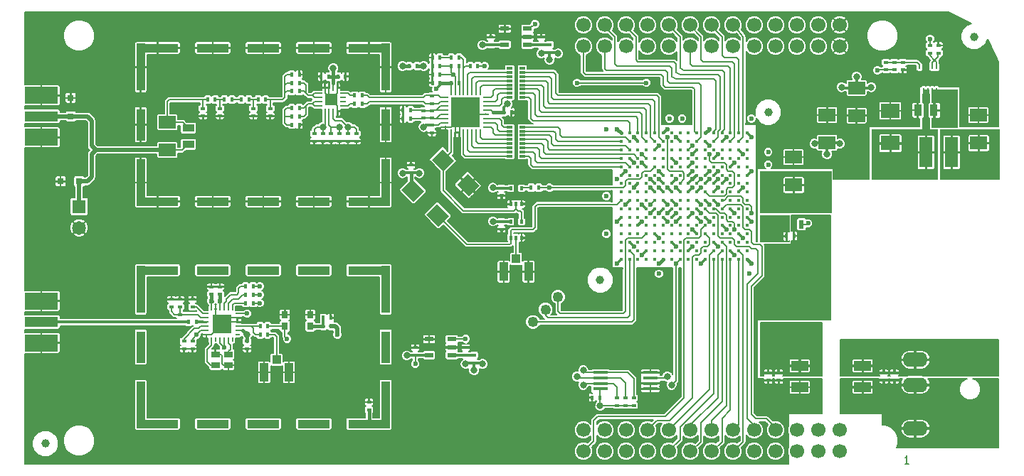
<source format=gtl>
G04 (created by PCBNEW (2013-mar-25)-stable) date Thursday, May 05, 2016 07:05:57 AM*
%MOIN*%
G04 Gerber Fmt 3.4, Leading zero omitted, Abs format*
%FSLAX34Y34*%
G01*
G70*
G90*
G04 APERTURE LIST*
%ADD10C,0.006*%
%ADD11C,0.00590551*%
%ADD12R,0.015748X0.023622*%
%ADD13R,0.0787402X0.0590551*%
%ADD14R,0.0590551X0.141732*%
%ADD15R,0.0393701X0.0413386*%
%ADD16R,0.0413386X0.0866142*%
%ADD17R,0.0307087X0.034252*%
%ADD18R,0.0409449X0.0307087*%
%ADD19R,0.0275591X0.011811*%
%ADD20C,0.0393701*%
%ADD21R,0.0275591X0.00984252*%
%ADD22R,0.00984252X0.0275591*%
%ADD23R,0.135827X0.135827*%
%ADD24C,0.015748*%
%ADD25R,0.135827X0.0187008*%
%ADD26R,0.135827X0.019685*%
%ADD27R,0.023622X0.0413386*%
%ADD28R,0.0413386X0.023622*%
%ADD29R,0.00984252X0.023622*%
%ADD30R,0.0787402X0.0629921*%
%ADD31R,0.0787402X0.0216535*%
%ADD32R,0.019685X0.00984252*%
%ADD33R,0.00984252X0.019685*%
%ADD34R,0.0905512X0.0905512*%
%ADD35R,0.0905512X0.019685*%
%ADD36R,0.0905512X0.015748*%
%ADD37R,0.0570866X0.0570866*%
%ADD38R,0.0187008X0.0570866*%
%ADD39C,0.0669291*%
%ADD40R,0.035X0.055*%
%ADD41R,0.015748X0.019685*%
%ADD42C,0.023622*%
%ADD43R,0.055X0.035*%
%ADD44R,0.0314961X0.0314961*%
%ADD45R,0.0649606X0.0649606*%
%ADD46C,0.0649606*%
%ADD47C,0.0492126*%
%ADD48R,0.0866142X0.0669291*%
%ADD49R,0.023622X0.015748*%
%ADD50R,0.196063X0.0393701*%
%ADD51R,0.0393701X0.218504*%
%ADD52R,0.149606X0.0393701*%
%ADD53R,0.0393701X0.149606*%
%ADD54R,0.0700787X0.0165354*%
%ADD55R,0.15748X0.0492126*%
%ADD56R,0.15748X0.0787402*%
%ADD57O,0.11811X0.0688976*%
%ADD58R,0.0787402X0.0472441*%
%ADD59C,0.0314961*%
%ADD60C,0.00787402*%
%ADD61C,0.019685*%
%ADD62C,0.015748*%
%ADD63C,0.011811*%
%ADD64C,0.0137795*%
%ADD65C,0.00984252*%
%ADD66C,0.00393701*%
G04 APERTURE END LIST*
G54D10*
G54D11*
X71546Y-49962D02*
X71366Y-49962D01*
X71456Y-49962D02*
X71456Y-49568D01*
X71426Y-49625D01*
X71396Y-49662D01*
X71366Y-49681D01*
G54D12*
X50118Y-32086D03*
X50472Y-32086D03*
X41161Y-43897D03*
X41515Y-43897D03*
G54D13*
X36811Y-35236D03*
X36811Y-33937D03*
G54D12*
X40472Y-41633D03*
X40826Y-41633D03*
G54D14*
X72332Y-35334D03*
X73533Y-35334D03*
G54D15*
X41929Y-45068D03*
G54D16*
X42509Y-45669D03*
X41348Y-45669D03*
G54D17*
X43509Y-42970D03*
X42316Y-42970D03*
X42316Y-43505D03*
X43509Y-43505D03*
G54D18*
X39064Y-45332D03*
X39675Y-45332D03*
X39675Y-44824D03*
X39064Y-44824D03*
G54D19*
X52854Y-34153D03*
X53444Y-34153D03*
X52854Y-34350D03*
X53444Y-34350D03*
X52854Y-34547D03*
X53444Y-34547D03*
X52854Y-34744D03*
X53444Y-34744D03*
X52854Y-34940D03*
X53444Y-34940D03*
X52854Y-35137D03*
X53444Y-35137D03*
X52854Y-35334D03*
X53444Y-35334D03*
X52854Y-35531D03*
X53444Y-35531D03*
X52854Y-31397D03*
X53444Y-31397D03*
X52854Y-31594D03*
X53444Y-31594D03*
X52854Y-31791D03*
X53444Y-31791D03*
X52854Y-31988D03*
X53444Y-31988D03*
X52854Y-32185D03*
X53444Y-32185D03*
X52854Y-32381D03*
X53444Y-32381D03*
X52854Y-32578D03*
X53444Y-32578D03*
X52854Y-32775D03*
X53444Y-32775D03*
G54D20*
X64960Y-33464D03*
X57086Y-41338D03*
G54D21*
X49842Y-32775D03*
X49842Y-32972D03*
X49842Y-33169D03*
X49842Y-33366D03*
X49842Y-33562D03*
X49842Y-33759D03*
X49842Y-33956D03*
X49842Y-34153D03*
G54D22*
X50098Y-34409D03*
X50295Y-34409D03*
X50492Y-34409D03*
X50688Y-34409D03*
X50885Y-34409D03*
X51082Y-34409D03*
X51279Y-34409D03*
X51476Y-34409D03*
G54D21*
X51732Y-34153D03*
X51732Y-33956D03*
X51732Y-33759D03*
X51732Y-33562D03*
X51732Y-33366D03*
X51732Y-33169D03*
X51732Y-32972D03*
X51732Y-32775D03*
G54D22*
X51476Y-32519D03*
X51279Y-32519D03*
X51082Y-32519D03*
X50885Y-32519D03*
X50688Y-32519D03*
X50492Y-32519D03*
X50295Y-32519D03*
X50098Y-32519D03*
G54D23*
X50787Y-33464D03*
G54D24*
X50787Y-33464D03*
X50393Y-33464D03*
X51181Y-33464D03*
X51181Y-33070D03*
X50787Y-33070D03*
X50393Y-33070D03*
X50393Y-33858D03*
X50787Y-33858D03*
X51181Y-33858D03*
G54D25*
X50787Y-34050D03*
G54D26*
X50787Y-33661D03*
X50787Y-33267D03*
G54D25*
X50787Y-32878D03*
G54D27*
X65767Y-38720D03*
X66141Y-38720D03*
X66515Y-38720D03*
X66515Y-37657D03*
X65767Y-37657D03*
G54D28*
X50137Y-44862D03*
X50137Y-44488D03*
X50137Y-44114D03*
X49074Y-44114D03*
X49074Y-44862D03*
X53681Y-30295D03*
X53681Y-29921D03*
X53681Y-29547D03*
X52618Y-29547D03*
X52618Y-30295D03*
G54D24*
X58070Y-40354D03*
X58070Y-39960D03*
X58070Y-39566D03*
X58070Y-39173D03*
X58070Y-38779D03*
X58070Y-38385D03*
X58070Y-37992D03*
X58070Y-37598D03*
X58070Y-37204D03*
X58070Y-36811D03*
X58070Y-36417D03*
X58070Y-36023D03*
X58070Y-35629D03*
X58070Y-35236D03*
X58070Y-34842D03*
X58070Y-34448D03*
X58464Y-40354D03*
X58464Y-39960D03*
X58464Y-39566D03*
X58464Y-39173D03*
X58464Y-38779D03*
X58464Y-38385D03*
X58464Y-37992D03*
X58464Y-37598D03*
X58464Y-37204D03*
X58464Y-36811D03*
X58464Y-36417D03*
X58464Y-36023D03*
X58464Y-35629D03*
X58464Y-35236D03*
X58464Y-34842D03*
X58464Y-34448D03*
X58858Y-40354D03*
X58858Y-39960D03*
X58858Y-39566D03*
X58858Y-39173D03*
X58858Y-38779D03*
X58858Y-38385D03*
X58858Y-37992D03*
X58858Y-37598D03*
X58858Y-37204D03*
X58858Y-36811D03*
X58858Y-36417D03*
X58858Y-36023D03*
X58858Y-35629D03*
X58858Y-35236D03*
X58858Y-34842D03*
X58858Y-34448D03*
X59251Y-40354D03*
X59251Y-39960D03*
X59251Y-39566D03*
X59251Y-39173D03*
X59251Y-38779D03*
X59251Y-38385D03*
X59251Y-37992D03*
X59251Y-37598D03*
X59251Y-37204D03*
X59251Y-36811D03*
X59251Y-36417D03*
X59251Y-36023D03*
X59251Y-35629D03*
X59251Y-35236D03*
X59251Y-34842D03*
X59251Y-34448D03*
X59645Y-40354D03*
X59645Y-39960D03*
X59645Y-39566D03*
X59645Y-39173D03*
X59645Y-38779D03*
X59645Y-38385D03*
X59645Y-37992D03*
X59645Y-37598D03*
X59645Y-37204D03*
X59645Y-36811D03*
X59645Y-36417D03*
X59645Y-36023D03*
X59645Y-35629D03*
X59645Y-35236D03*
X59645Y-34842D03*
X59645Y-34448D03*
X60039Y-40354D03*
X60039Y-39960D03*
X60039Y-39566D03*
X60039Y-39173D03*
X60039Y-38779D03*
X60039Y-38385D03*
X60039Y-37992D03*
X60039Y-37598D03*
X60039Y-37204D03*
X60039Y-36811D03*
X60039Y-36417D03*
X60039Y-36023D03*
X60039Y-35629D03*
X60039Y-35236D03*
X60039Y-34842D03*
X60039Y-34448D03*
X60433Y-40354D03*
X60433Y-39960D03*
X60433Y-39566D03*
X60433Y-39173D03*
X60433Y-38779D03*
X60433Y-38385D03*
X60433Y-37992D03*
X60433Y-37598D03*
X60433Y-37204D03*
X60433Y-36811D03*
X60433Y-36417D03*
X60433Y-36023D03*
X60433Y-35629D03*
X60433Y-35236D03*
X60433Y-34842D03*
X60433Y-34448D03*
X60826Y-40354D03*
X60826Y-39960D03*
X60826Y-39566D03*
X60826Y-39173D03*
X60826Y-38779D03*
X60826Y-38385D03*
X60826Y-37992D03*
X60826Y-37598D03*
X60826Y-37204D03*
X60826Y-36811D03*
X60826Y-36417D03*
X60826Y-36023D03*
X60826Y-35629D03*
X60826Y-35236D03*
X60826Y-34842D03*
X60826Y-34448D03*
X61220Y-40354D03*
X61220Y-39960D03*
X61220Y-39566D03*
X61220Y-39173D03*
X61220Y-38779D03*
X61220Y-38385D03*
X61220Y-37992D03*
X61220Y-37598D03*
X61220Y-37204D03*
X61220Y-36811D03*
X61220Y-36417D03*
X61220Y-36023D03*
X61220Y-35629D03*
X61220Y-35236D03*
X61220Y-34842D03*
X61220Y-34448D03*
X61614Y-40354D03*
X61614Y-39960D03*
X61614Y-39566D03*
X61614Y-39173D03*
X61614Y-38779D03*
X61614Y-38385D03*
X61614Y-37992D03*
X61614Y-37598D03*
X61614Y-37204D03*
X61614Y-36811D03*
X61614Y-36417D03*
X61614Y-36023D03*
X61614Y-35629D03*
X61614Y-35236D03*
X61614Y-34842D03*
X61614Y-34448D03*
X62007Y-40354D03*
X62007Y-39960D03*
X62007Y-39566D03*
X62007Y-39173D03*
X62007Y-38779D03*
X62007Y-38385D03*
X62007Y-37992D03*
X62007Y-37598D03*
X62007Y-37204D03*
X62007Y-36811D03*
X62007Y-36417D03*
X62007Y-36023D03*
X62007Y-35629D03*
X62007Y-35236D03*
X62007Y-34842D03*
X62007Y-34448D03*
X62401Y-40354D03*
X62401Y-39960D03*
X62401Y-39566D03*
X62401Y-39173D03*
X62401Y-38779D03*
X62401Y-38385D03*
X62401Y-37992D03*
X62401Y-37598D03*
X62401Y-37204D03*
X62401Y-36811D03*
X62401Y-36417D03*
X62401Y-36023D03*
X62401Y-35629D03*
X62401Y-35236D03*
X62401Y-34842D03*
X62401Y-34448D03*
X62795Y-40354D03*
X62795Y-39960D03*
X62795Y-39566D03*
X62795Y-39173D03*
X62795Y-38779D03*
X62795Y-38385D03*
X62795Y-37992D03*
X62795Y-37598D03*
X62795Y-37204D03*
X62795Y-36811D03*
X62795Y-36417D03*
X62795Y-36023D03*
X62795Y-35629D03*
X62795Y-35236D03*
X62795Y-34842D03*
X62795Y-34448D03*
X63188Y-40354D03*
X63188Y-39960D03*
X63188Y-39566D03*
X63188Y-39173D03*
X63188Y-38779D03*
X63188Y-38385D03*
X63188Y-37992D03*
X63188Y-37598D03*
X63188Y-37204D03*
X63188Y-36811D03*
X63188Y-36417D03*
X63188Y-36023D03*
X63188Y-35629D03*
X63188Y-35236D03*
X63188Y-34842D03*
X63188Y-34448D03*
X63582Y-40354D03*
X63582Y-39960D03*
X63582Y-39566D03*
X63582Y-39173D03*
X63582Y-38779D03*
X63582Y-38385D03*
X63582Y-37992D03*
X63582Y-37598D03*
X63582Y-37204D03*
X63582Y-36811D03*
X63582Y-36417D03*
X63582Y-36023D03*
X63582Y-35629D03*
X63582Y-35236D03*
X63582Y-34842D03*
X63582Y-34448D03*
X63976Y-40354D03*
X63976Y-39960D03*
X63976Y-39566D03*
X63976Y-39173D03*
X63976Y-38779D03*
X63976Y-38385D03*
X63976Y-37992D03*
X63976Y-37598D03*
X63976Y-37204D03*
X63976Y-36811D03*
X63976Y-36417D03*
X63976Y-36023D03*
X63976Y-35629D03*
X63976Y-35236D03*
X63976Y-34842D03*
X63976Y-34448D03*
G54D29*
X72047Y-31338D03*
X72244Y-31338D03*
X72440Y-31338D03*
X72637Y-31338D03*
X72834Y-31338D03*
X72637Y-32440D03*
X72834Y-32440D03*
X72440Y-32440D03*
X72244Y-32440D03*
X72047Y-32440D03*
G54D30*
X72440Y-31889D03*
G54D24*
X72440Y-31889D03*
X72677Y-31889D03*
X72204Y-31889D03*
G54D31*
X72440Y-31683D03*
X72440Y-32096D03*
G54D32*
X38641Y-42913D03*
X38641Y-43110D03*
X38641Y-43307D03*
X38641Y-43503D03*
X38641Y-43700D03*
X38641Y-43897D03*
G54D33*
X38877Y-44133D03*
X39074Y-44133D03*
X39271Y-44133D03*
X39468Y-44133D03*
X39665Y-44133D03*
X39862Y-44133D03*
G54D32*
X40098Y-43897D03*
X40098Y-43700D03*
X40098Y-43503D03*
X40098Y-43307D03*
X40098Y-43110D03*
X40098Y-42913D03*
G54D33*
X39862Y-42677D03*
X39665Y-42677D03*
X39468Y-42677D03*
X39271Y-42677D03*
X39074Y-42677D03*
X38877Y-42677D03*
G54D34*
X39370Y-43405D03*
G54D24*
X39173Y-43208D03*
X39566Y-43208D03*
X39173Y-43602D03*
X39566Y-43602D03*
G54D35*
X39370Y-43405D03*
G54D36*
X39370Y-43031D03*
X39370Y-43779D03*
G54D22*
X44192Y-33425D03*
X44389Y-33425D03*
X44586Y-33425D03*
X44783Y-33425D03*
G54D21*
X45039Y-33169D03*
X45039Y-32972D03*
X45039Y-32775D03*
X45039Y-32578D03*
G54D22*
X44783Y-32322D03*
X44586Y-32322D03*
X44389Y-32322D03*
X44192Y-32322D03*
G54D21*
X43937Y-32578D03*
X43937Y-32775D03*
X43937Y-32972D03*
X43937Y-33169D03*
G54D37*
X44488Y-32874D03*
G54D24*
X44488Y-32726D03*
X44488Y-33021D03*
G54D38*
X44296Y-32874D03*
X44680Y-32874D03*
G54D39*
X68305Y-48370D03*
X68305Y-49370D03*
X67305Y-48370D03*
X67305Y-49370D03*
X66305Y-48370D03*
X66305Y-49370D03*
X65305Y-48370D03*
X65305Y-49370D03*
X64305Y-48370D03*
X64305Y-49370D03*
X63305Y-48370D03*
X63305Y-49370D03*
X62305Y-48370D03*
X62305Y-49370D03*
X61305Y-48370D03*
X61305Y-49370D03*
X60305Y-48370D03*
X60305Y-49370D03*
X59305Y-48370D03*
X59305Y-49370D03*
X58305Y-48370D03*
X58305Y-49370D03*
X57305Y-48370D03*
X57305Y-49370D03*
X56305Y-48370D03*
X56305Y-49370D03*
X68305Y-29370D03*
X68305Y-30370D03*
X67305Y-29370D03*
X67305Y-30370D03*
X66305Y-29370D03*
X66305Y-30370D03*
X65305Y-29370D03*
X65305Y-30370D03*
X64305Y-29370D03*
X64305Y-30370D03*
X63305Y-29370D03*
X63305Y-30370D03*
X62305Y-29370D03*
X62305Y-30370D03*
X61305Y-29370D03*
X61305Y-30370D03*
X60305Y-29370D03*
X60305Y-30370D03*
X59305Y-29370D03*
X59305Y-30370D03*
X58305Y-29370D03*
X58305Y-30370D03*
X57305Y-29370D03*
X57305Y-30370D03*
X56305Y-29370D03*
X56305Y-30370D03*
G54D40*
X72722Y-33366D03*
X71962Y-33366D03*
G54D13*
X69094Y-32322D03*
X69094Y-33622D03*
X66141Y-36870D03*
X66141Y-35570D03*
X67716Y-34901D03*
X67716Y-33602D03*
X74803Y-34901D03*
X74803Y-33602D03*
G54D41*
X52893Y-37775D03*
X53149Y-37775D03*
X53405Y-37775D03*
X53405Y-37027D03*
X52893Y-37027D03*
G54D20*
X31102Y-49015D03*
G54D42*
X60334Y-33759D03*
G54D43*
X37795Y-34966D03*
X37795Y-34206D03*
G54D44*
X32283Y-32795D03*
X32283Y-33661D03*
G54D45*
X32677Y-37885D03*
G54D46*
X32677Y-38885D03*
G54D42*
X54724Y-37007D03*
X42421Y-44094D03*
G54D47*
X55118Y-42125D03*
X54527Y-42716D03*
X53937Y-43307D03*
G54D42*
X48425Y-45275D03*
X51673Y-31299D03*
X67027Y-36909D03*
X75492Y-36023D03*
G54D48*
X70669Y-34913D03*
X70669Y-33393D03*
G54D49*
X51181Y-44862D03*
X51181Y-45216D03*
X54724Y-30295D03*
X54724Y-30649D03*
G54D12*
X49586Y-30905D03*
X49232Y-30905D03*
X50472Y-30905D03*
X50118Y-30905D03*
X51358Y-31299D03*
X51003Y-31299D03*
X50118Y-31299D03*
X50472Y-31299D03*
G54D49*
X70472Y-31476D03*
X70472Y-31122D03*
G54D12*
X49586Y-31299D03*
X49232Y-31299D03*
X49586Y-31692D03*
X49232Y-31692D03*
G54D49*
X50787Y-44862D03*
X50787Y-44507D03*
X48425Y-44862D03*
X48425Y-44507D03*
X54330Y-30295D03*
X54330Y-29940D03*
X51968Y-30295D03*
X51968Y-29940D03*
X71259Y-31122D03*
X71259Y-31476D03*
G54D12*
X56712Y-46850D03*
X57066Y-46850D03*
G54D49*
X70866Y-31476D03*
X70866Y-31122D03*
X72539Y-30334D03*
X72539Y-30688D03*
G54D12*
X42992Y-34055D03*
X42637Y-34055D03*
X42637Y-31692D03*
X42992Y-31692D03*
X65807Y-39271D03*
X66161Y-39271D03*
X53858Y-37007D03*
X54212Y-37007D03*
X48503Y-31299D03*
X48149Y-31299D03*
G54D49*
X48818Y-33385D03*
X48818Y-33740D03*
G54D12*
X47854Y-33366D03*
X48208Y-33366D03*
X47854Y-33759D03*
X48208Y-33759D03*
G54D49*
X72933Y-30688D03*
X72933Y-30334D03*
X44881Y-34468D03*
X44881Y-34822D03*
G54D12*
X42637Y-32480D03*
X42992Y-32480D03*
X42637Y-33267D03*
X42992Y-33267D03*
G54D49*
X46259Y-47066D03*
X46259Y-47421D03*
G54D12*
X44114Y-43503D03*
X44468Y-43503D03*
G54D49*
X57874Y-47224D03*
X57874Y-46870D03*
X58661Y-47224D03*
X58661Y-46870D03*
X58267Y-47224D03*
X58267Y-46870D03*
X45275Y-34822D03*
X45275Y-34468D03*
G54D12*
X44803Y-31791D03*
X45157Y-31791D03*
X44370Y-31791D03*
X44015Y-31791D03*
G54D49*
X43700Y-34822D03*
X43700Y-34468D03*
X44094Y-34822D03*
X44094Y-34468D03*
X45669Y-34822D03*
X45669Y-34468D03*
X52460Y-37027D03*
X52460Y-37381D03*
G54D12*
X42637Y-32086D03*
X42992Y-32086D03*
X42637Y-33661D03*
X42992Y-33661D03*
X52578Y-33464D03*
X52933Y-33464D03*
G54D49*
X49212Y-34429D03*
X49212Y-34074D03*
G54D12*
X49232Y-32086D03*
X49586Y-32086D03*
G54D49*
X49212Y-33385D03*
X49212Y-33740D03*
G54D12*
X41161Y-43503D03*
X41515Y-43503D03*
G54D49*
X37992Y-42244D03*
X37992Y-42598D03*
X40551Y-44212D03*
X40551Y-44566D03*
X38877Y-41653D03*
X38877Y-42007D03*
X39271Y-41653D03*
X39271Y-42007D03*
X37992Y-44212D03*
X37992Y-44566D03*
G54D12*
X44114Y-43110D03*
X44468Y-43110D03*
X40472Y-42027D03*
X40826Y-42027D03*
X40472Y-42421D03*
X40826Y-42421D03*
X38700Y-32874D03*
X39055Y-32874D03*
X39488Y-32874D03*
X39842Y-32874D03*
X40275Y-32874D03*
X40629Y-32874D03*
X41062Y-32874D03*
X41417Y-32874D03*
G54D49*
X37401Y-43307D03*
X37401Y-42952D03*
X44488Y-34468D03*
X44488Y-34822D03*
G54D12*
X45590Y-33070D03*
X45944Y-33070D03*
X45590Y-32677D03*
X45944Y-32677D03*
G54D49*
X49212Y-32696D03*
X49212Y-33051D03*
X37598Y-44212D03*
X37598Y-44566D03*
X37401Y-42244D03*
X37401Y-42598D03*
X38484Y-33287D03*
X38484Y-33641D03*
X39271Y-33287D03*
X39271Y-33641D03*
X40846Y-33287D03*
X40846Y-33641D03*
X41633Y-33287D03*
X41633Y-33641D03*
G54D12*
X37814Y-43307D03*
X38169Y-43307D03*
G54D49*
X48228Y-36299D03*
X48228Y-35944D03*
G54D15*
X53149Y-40344D03*
G54D16*
X53730Y-40944D03*
X52568Y-40944D03*
G54D49*
X52460Y-38602D03*
X52460Y-38956D03*
G54D41*
X52893Y-39350D03*
X53149Y-39350D03*
X53405Y-39350D03*
X53405Y-38602D03*
X52893Y-38602D03*
G54D10*
G36*
X50012Y-38327D02*
X49511Y-38828D01*
X48954Y-38271D01*
X49455Y-37770D01*
X50012Y-38327D01*
X50012Y-38327D01*
G37*
G36*
X51426Y-36913D02*
X50925Y-37414D01*
X50369Y-36857D01*
X50870Y-36356D01*
X51426Y-36913D01*
X51426Y-36913D01*
G37*
G36*
X50257Y-35743D02*
X49756Y-36245D01*
X49199Y-35688D01*
X49700Y-35187D01*
X50257Y-35743D01*
X50257Y-35743D01*
G37*
G36*
X48843Y-37158D02*
X48342Y-37659D01*
X47785Y-37102D01*
X48286Y-36601D01*
X48843Y-37158D01*
X48843Y-37158D01*
G37*
G54D20*
X74606Y-29921D03*
G54D50*
X46263Y-37657D03*
G54D51*
X47047Y-36761D03*
G54D52*
X43669Y-37657D03*
X41307Y-37657D03*
X38944Y-37657D03*
G54D50*
X36350Y-37657D03*
G54D51*
X35566Y-36761D03*
G54D53*
X35566Y-34055D03*
G54D51*
X35566Y-31348D03*
G54D50*
X36350Y-30452D03*
G54D52*
X38944Y-30452D03*
X41307Y-30452D03*
G54D53*
X47047Y-34055D03*
G54D51*
X47047Y-31348D03*
G54D50*
X46263Y-30452D03*
G54D52*
X43669Y-30452D03*
G54D50*
X46263Y-48090D03*
G54D51*
X47047Y-47194D03*
G54D52*
X43669Y-48090D03*
X41307Y-48090D03*
X38944Y-48090D03*
G54D50*
X36350Y-48090D03*
G54D51*
X35566Y-47194D03*
G54D53*
X35566Y-44488D03*
G54D51*
X35566Y-41781D03*
G54D50*
X36350Y-40885D03*
G54D52*
X38944Y-40885D03*
X41307Y-40885D03*
G54D53*
X47047Y-44488D03*
G54D51*
X47047Y-41781D03*
G54D50*
X46263Y-40885D03*
G54D52*
X43669Y-40885D03*
G54D44*
X31811Y-36712D03*
X32677Y-36712D03*
G54D54*
X59437Y-46446D03*
X59437Y-46190D03*
X59437Y-45935D03*
X59437Y-45679D03*
X57098Y-45679D03*
X57098Y-45935D03*
X57098Y-46190D03*
X57098Y-46446D03*
G54D55*
X30905Y-43307D03*
G54D56*
X30905Y-44291D03*
G54D24*
X30610Y-44438D03*
X30610Y-44143D03*
X30905Y-44438D03*
X30905Y-44143D03*
X31200Y-44438D03*
X31200Y-44143D03*
G54D56*
X30905Y-42322D03*
G54D24*
X30610Y-42175D03*
X30610Y-42470D03*
X30905Y-42175D03*
X30905Y-42470D03*
X31200Y-42175D03*
X31200Y-42470D03*
G54D55*
X30905Y-33661D03*
G54D56*
X30905Y-34645D03*
G54D24*
X30610Y-34793D03*
X30610Y-34498D03*
X30905Y-34793D03*
X30905Y-34498D03*
X31200Y-34793D03*
X31200Y-34498D03*
G54D56*
X30905Y-32677D03*
G54D24*
X30610Y-32529D03*
X30610Y-32824D03*
X30905Y-32529D03*
X30905Y-32824D03*
X31200Y-32529D03*
X31200Y-32824D03*
G54D49*
X70374Y-45688D03*
X70374Y-46043D03*
X70866Y-45688D03*
X70866Y-46043D03*
X64960Y-45688D03*
X64960Y-46043D03*
X65452Y-45688D03*
X65452Y-46043D03*
G54D57*
X71850Y-45078D03*
X71850Y-46259D03*
X71850Y-48307D03*
G54D58*
X66437Y-45366D03*
X69389Y-45366D03*
X66437Y-46366D03*
X69389Y-46366D03*
G54D49*
X37007Y-42598D03*
X37007Y-42244D03*
G54D59*
X47834Y-31299D03*
X44586Y-31397D03*
X44094Y-34153D03*
X45275Y-34153D03*
G54D42*
X50196Y-31692D03*
G54D59*
X44881Y-34153D03*
G54D42*
X60236Y-34645D03*
G54D59*
X56003Y-45866D03*
G54D42*
X59251Y-32086D03*
X56003Y-32086D03*
G54D59*
X56299Y-45570D03*
G54D42*
X61811Y-36614D03*
X61417Y-35039D03*
X62204Y-35433D03*
X64173Y-38188D03*
X63385Y-38976D03*
G54D59*
X75196Y-35826D03*
G54D42*
X61811Y-37007D03*
X70078Y-31496D03*
G54D59*
X67125Y-34940D03*
X68307Y-34940D03*
X67716Y-35433D03*
G54D42*
X57874Y-36614D03*
X64960Y-35334D03*
X60629Y-37007D03*
X59842Y-38188D03*
X60629Y-38188D03*
G54D59*
X74803Y-35826D03*
X75196Y-36220D03*
X74803Y-36220D03*
X74409Y-35826D03*
X74409Y-36220D03*
G54D42*
X61417Y-38188D03*
X62204Y-37795D03*
X59842Y-36220D03*
X59448Y-36614D03*
X59842Y-37007D03*
G54D59*
X65255Y-37401D03*
X65255Y-37893D03*
X67027Y-37893D03*
X67027Y-37401D03*
G54D42*
X60629Y-36614D03*
X60629Y-37795D03*
X62204Y-36614D03*
X61417Y-36614D03*
X60236Y-37795D03*
G54D59*
X60236Y-45866D03*
X57086Y-47244D03*
X68405Y-32283D03*
X69783Y-32283D03*
X69094Y-31791D03*
G54D42*
X58661Y-37007D03*
X58661Y-35826D03*
X59842Y-39370D03*
X63779Y-35433D03*
X63779Y-39370D03*
X58661Y-39763D03*
X57381Y-37401D03*
X57381Y-39173D03*
X59842Y-41043D03*
X64074Y-41043D03*
X64960Y-35925D03*
X64173Y-33759D03*
X60925Y-33759D03*
X57381Y-34251D03*
X57874Y-34251D03*
X60629Y-34645D03*
X62204Y-34251D03*
X59842Y-35039D03*
X59055Y-37795D03*
X59842Y-40551D03*
X64173Y-40551D03*
X62598Y-39763D03*
X61417Y-39763D03*
X63385Y-38188D03*
X62204Y-35039D03*
X62598Y-35433D03*
X61417Y-35826D03*
X64173Y-36220D03*
X62598Y-36220D03*
X62598Y-36614D03*
X62992Y-36614D03*
X62598Y-37007D03*
X57874Y-38582D03*
X62204Y-38582D03*
X59448Y-38188D03*
G54D59*
X48818Y-31299D03*
X52755Y-33070D03*
G54D42*
X49409Y-32381D03*
G54D59*
X48818Y-34153D03*
X52066Y-38582D03*
X52066Y-37007D03*
X47834Y-36318D03*
X48622Y-36318D03*
X51574Y-30314D03*
X48031Y-44881D03*
G54D42*
X44783Y-43897D03*
X39468Y-44488D03*
X38188Y-43897D03*
G54D59*
X40551Y-43897D03*
G54D42*
X40551Y-42913D03*
X38877Y-42322D03*
X39271Y-42322D03*
G54D59*
X65452Y-44488D03*
X65452Y-44881D03*
X65452Y-45275D03*
X65452Y-44094D03*
X65059Y-44488D03*
X65059Y-45275D03*
X65059Y-44881D03*
X65059Y-44094D03*
G54D42*
X54035Y-29330D03*
G54D59*
X54330Y-30708D03*
X55118Y-30708D03*
X54724Y-31003D03*
X50787Y-45275D03*
X51574Y-45275D03*
X51181Y-45570D03*
G54D42*
X66830Y-38681D03*
X50787Y-44094D03*
G54D59*
X73523Y-33366D03*
X73523Y-33759D03*
X73129Y-33366D03*
X73523Y-32972D03*
X73129Y-33759D03*
X73129Y-32972D03*
X65255Y-38681D03*
X65255Y-39173D03*
G54D42*
X72539Y-30019D03*
G54D59*
X60433Y-46259D03*
X56299Y-46259D03*
G54D42*
X60629Y-40551D03*
X41141Y-41633D03*
X41141Y-42421D03*
G54D59*
X41338Y-43011D03*
X38385Y-44389D03*
X37204Y-41830D03*
X36122Y-42913D03*
X36614Y-42913D03*
X65452Y-47244D03*
X65452Y-46850D03*
X65452Y-46456D03*
X65452Y-47637D03*
X65059Y-47244D03*
X65059Y-46456D03*
X65059Y-46850D03*
X65059Y-47637D03*
X66929Y-39271D03*
X56692Y-47244D03*
X60137Y-46653D03*
X34251Y-43700D03*
X35039Y-43700D03*
X33464Y-43700D03*
X32677Y-43700D03*
X54133Y-49212D03*
X50196Y-49212D03*
X44291Y-49212D03*
X40354Y-49212D03*
X38385Y-49212D03*
X36417Y-49212D03*
X33464Y-47244D03*
X31496Y-47244D03*
X34448Y-49212D03*
X42322Y-49212D03*
X46259Y-49212D03*
X48228Y-49212D03*
X52165Y-49212D03*
X34251Y-42913D03*
X32677Y-42913D03*
X33464Y-42913D03*
X35039Y-42913D03*
X47047Y-35236D03*
X44881Y-37696D03*
X42519Y-37696D03*
X40157Y-37696D03*
X37795Y-37696D03*
X44881Y-30413D03*
X42519Y-30413D03*
X40157Y-30413D03*
X37795Y-30413D03*
X35531Y-32874D03*
X53248Y-33464D03*
X49606Y-34448D03*
X47834Y-35925D03*
X48622Y-35925D03*
X52460Y-39271D03*
X52460Y-37696D03*
X53740Y-39370D03*
X53740Y-37795D03*
X51377Y-37401D03*
X51377Y-36417D03*
X53149Y-29921D03*
X53149Y-30314D03*
X53149Y-29527D03*
X49606Y-44488D03*
X49606Y-44881D03*
X49606Y-44094D03*
X71850Y-29527D03*
X48228Y-29527D03*
X44291Y-29527D03*
X40354Y-29527D03*
X36417Y-29527D03*
X38385Y-29527D03*
X42322Y-29527D03*
X46259Y-29527D03*
X50196Y-29527D03*
X34448Y-29527D03*
X36417Y-29527D03*
G54D42*
X61417Y-37007D03*
G54D59*
X36122Y-43700D03*
X36909Y-43700D03*
G54D42*
X39074Y-44488D03*
G54D59*
X66929Y-40748D03*
X66929Y-40255D03*
X66929Y-39763D03*
G54D42*
X63385Y-40157D03*
X58661Y-34645D03*
X60629Y-35826D03*
X64173Y-34645D03*
X62992Y-34645D03*
X58267Y-36220D03*
X61417Y-36220D03*
X61417Y-35433D03*
X60236Y-37007D03*
X59055Y-40157D03*
X61811Y-40551D03*
X59448Y-37007D03*
X64173Y-38582D03*
X57874Y-40551D03*
X60629Y-39763D03*
X61811Y-37795D03*
X62598Y-37795D03*
G54D59*
X73228Y-31889D03*
X71653Y-31889D03*
X73228Y-31496D03*
X71653Y-31496D03*
X71653Y-32283D03*
X46259Y-46653D03*
G54D42*
X58267Y-37795D03*
X60236Y-34251D03*
X59055Y-35826D03*
X63385Y-35826D03*
X62204Y-36220D03*
X63779Y-37007D03*
X61417Y-38976D03*
X62992Y-38976D03*
X59055Y-38582D03*
X60629Y-38582D03*
X61811Y-38582D03*
X61811Y-38188D03*
X60236Y-38582D03*
X60236Y-38188D03*
X59842Y-36614D03*
X41141Y-42027D03*
X59448Y-37795D03*
X59055Y-35433D03*
G54D60*
X52854Y-35531D02*
X50787Y-35531D01*
X50688Y-35433D02*
X50787Y-35531D01*
X50688Y-35433D02*
X50688Y-34409D01*
X52854Y-35334D02*
X50984Y-35334D01*
X50885Y-35236D02*
X50885Y-34409D01*
X50984Y-35334D02*
X50885Y-35236D01*
X52854Y-32381D02*
X52165Y-32381D01*
X51968Y-32775D02*
X52066Y-32677D01*
X52066Y-32677D02*
X52066Y-32480D01*
X52066Y-32480D02*
X52165Y-32381D01*
X51968Y-32775D02*
X51732Y-32775D01*
X51476Y-32519D02*
X51476Y-32283D01*
X51574Y-32185D02*
X52854Y-32185D01*
X51476Y-32283D02*
X51574Y-32185D01*
X51279Y-32519D02*
X51279Y-32086D01*
X51377Y-31988D02*
X52854Y-31988D01*
X51279Y-32086D02*
X51377Y-31988D01*
X51082Y-32519D02*
X51082Y-31889D01*
X51181Y-31791D02*
X52854Y-31791D01*
X51082Y-31889D02*
X51181Y-31791D01*
X52854Y-35137D02*
X51181Y-35137D01*
X51082Y-35039D02*
X51082Y-34409D01*
X51181Y-35137D02*
X51082Y-35039D01*
X52854Y-34940D02*
X51377Y-34940D01*
X51279Y-34842D02*
X51279Y-34409D01*
X51377Y-34940D02*
X51279Y-34842D01*
X52854Y-34744D02*
X51574Y-34744D01*
X51476Y-34645D02*
X51574Y-34744D01*
X51476Y-34645D02*
X51476Y-34409D01*
X51732Y-34153D02*
X51968Y-34153D01*
X52165Y-34547D02*
X52854Y-34547D01*
X52066Y-34448D02*
X52165Y-34547D01*
X52066Y-34251D02*
X52066Y-34448D01*
X51968Y-34153D02*
X52066Y-34251D01*
X51732Y-33956D02*
X52165Y-33956D01*
X52362Y-34350D02*
X52854Y-34350D01*
X52263Y-34251D02*
X52362Y-34350D01*
X52263Y-34055D02*
X52263Y-34251D01*
X52165Y-33956D02*
X52263Y-34055D01*
X51732Y-33759D02*
X52362Y-33759D01*
X52559Y-34153D02*
X52854Y-34153D01*
X52460Y-34055D02*
X52559Y-34153D01*
X52460Y-33858D02*
X52460Y-34055D01*
X52362Y-33759D02*
X52460Y-33858D01*
X52460Y-33070D02*
X52460Y-32874D01*
X52362Y-33169D02*
X52460Y-33070D01*
X51732Y-33169D02*
X52362Y-33169D01*
X52559Y-32775D02*
X52854Y-32775D01*
X52460Y-32874D02*
X52559Y-32775D01*
X52854Y-32578D02*
X52362Y-32578D01*
X52165Y-32972D02*
X52263Y-32874D01*
X52263Y-32874D02*
X52263Y-32677D01*
X52263Y-32677D02*
X52362Y-32578D01*
X52165Y-32972D02*
X51732Y-32972D01*
X50885Y-32519D02*
X50885Y-31692D01*
X50984Y-31594D02*
X52854Y-31594D01*
X50885Y-31692D02*
X50984Y-31594D01*
X46259Y-32775D02*
X48818Y-32775D01*
X48818Y-32775D02*
X48917Y-32677D01*
X49507Y-32677D02*
X49606Y-32775D01*
X49192Y-32677D02*
X49507Y-32677D01*
X48917Y-32677D02*
X49192Y-32677D01*
X49842Y-32775D02*
X49606Y-32775D01*
X46161Y-32677D02*
X46259Y-32775D01*
X46161Y-32677D02*
X45944Y-32677D01*
X46259Y-32972D02*
X48818Y-32972D01*
X48917Y-33070D02*
X49192Y-33070D01*
X49192Y-33070D02*
X49507Y-33070D01*
X49507Y-33070D02*
X49606Y-32972D01*
X49842Y-32972D02*
X49606Y-32972D01*
X48818Y-32972D02*
X48917Y-33070D01*
X46161Y-33070D02*
X46259Y-32972D01*
X46161Y-33070D02*
X45944Y-33070D01*
G54D61*
X32283Y-33661D02*
X33070Y-33661D01*
X33267Y-33858D02*
X33070Y-33661D01*
X33267Y-35039D02*
X33267Y-33858D01*
X33267Y-35039D02*
X33464Y-35236D01*
X30905Y-33661D02*
X32283Y-33661D01*
X32677Y-36712D02*
X33070Y-36712D01*
X33070Y-36712D02*
X33267Y-36515D01*
X33267Y-35433D02*
X33464Y-35236D01*
X33267Y-36515D02*
X33267Y-35433D01*
X32677Y-37885D02*
X32677Y-36712D01*
G54D60*
X37795Y-34966D02*
X37769Y-34966D01*
X37500Y-35236D02*
X36811Y-35236D01*
X37769Y-34966D02*
X37500Y-35236D01*
G54D61*
X33464Y-35236D02*
X36811Y-35236D01*
G54D60*
X53405Y-38602D02*
X53405Y-38149D01*
X53405Y-38149D02*
X53346Y-38090D01*
X53346Y-38090D02*
X53248Y-38090D01*
X53248Y-38090D02*
X53149Y-37992D01*
X53149Y-37775D02*
X53149Y-37992D01*
X53149Y-37992D02*
X53051Y-38090D01*
X53051Y-38090D02*
X50688Y-38090D01*
X50688Y-38090D02*
X49728Y-37130D01*
X49728Y-37130D02*
X49728Y-35716D01*
X50098Y-34409D02*
X50098Y-35346D01*
X50098Y-35346D02*
X49728Y-35716D01*
X53149Y-39350D02*
X53149Y-40344D01*
X43602Y-32677D02*
X43405Y-32677D01*
X43405Y-32677D02*
X43307Y-32578D01*
X43602Y-32677D02*
X43700Y-32775D01*
X43700Y-32775D02*
X43937Y-32775D01*
X43700Y-32578D02*
X43937Y-32578D01*
X43602Y-32677D02*
X43700Y-32578D01*
X43307Y-32578D02*
X43307Y-32185D01*
X43208Y-32086D02*
X42991Y-32086D01*
X43307Y-32185D02*
X43208Y-32086D01*
X43307Y-32578D02*
X43208Y-32480D01*
X43208Y-32480D02*
X42991Y-32480D01*
X43602Y-33070D02*
X43405Y-33070D01*
X43405Y-33070D02*
X43307Y-33169D01*
X43307Y-33169D02*
X43307Y-33562D01*
X43307Y-33562D02*
X43208Y-33661D01*
X43208Y-33661D02*
X42991Y-33661D01*
X43602Y-33070D02*
X43700Y-33169D01*
X43700Y-33169D02*
X43937Y-33169D01*
X42991Y-33267D02*
X43208Y-33267D01*
X43307Y-33169D02*
X43208Y-33267D01*
X43700Y-32972D02*
X43937Y-32972D01*
X43602Y-33070D02*
X43700Y-32972D01*
X53858Y-37007D02*
X53425Y-37007D01*
X53425Y-37007D02*
X53405Y-37027D01*
X38484Y-32874D02*
X36909Y-32874D01*
X36811Y-32972D02*
X36811Y-33937D01*
X36909Y-32874D02*
X36811Y-32972D01*
X36811Y-33937D02*
X37525Y-33937D01*
X37525Y-33937D02*
X37795Y-34206D01*
X38484Y-33287D02*
X38484Y-32874D01*
X38484Y-32874D02*
X38700Y-32874D01*
X39271Y-33287D02*
X39271Y-32874D01*
X39054Y-32874D02*
X39271Y-32874D01*
X39271Y-32874D02*
X39488Y-32874D01*
X39842Y-32874D02*
X40275Y-32874D01*
X40846Y-33287D02*
X40846Y-32874D01*
X40629Y-32874D02*
X40846Y-32874D01*
X40846Y-32874D02*
X41063Y-32874D01*
X50118Y-30905D02*
X49586Y-30905D01*
X51003Y-31299D02*
X50787Y-31299D01*
X50787Y-31299D02*
X50688Y-31397D01*
X50688Y-31003D02*
X50590Y-30905D01*
X50590Y-30905D02*
X50472Y-30905D01*
X50688Y-32519D02*
X50688Y-31397D01*
X50688Y-31397D02*
X50688Y-31003D01*
X45039Y-32578D02*
X45275Y-32578D01*
X45374Y-32677D02*
X45590Y-32677D01*
X45275Y-32578D02*
X45374Y-32677D01*
X45039Y-33169D02*
X45275Y-33169D01*
X45374Y-33070D02*
X45590Y-33070D01*
X45275Y-33169D02*
X45374Y-33070D01*
X48818Y-33385D02*
X49212Y-33385D01*
X48208Y-33366D02*
X48799Y-33366D01*
X48799Y-33366D02*
X48818Y-33385D01*
X49842Y-33169D02*
X49606Y-33169D01*
X49606Y-33169D02*
X49409Y-33366D01*
X49842Y-33366D02*
X49409Y-33366D01*
X49409Y-33366D02*
X49232Y-33366D01*
X49232Y-33366D02*
X49212Y-33385D01*
X48818Y-33739D02*
X49212Y-33739D01*
X48208Y-33759D02*
X48799Y-33759D01*
X48799Y-33759D02*
X48818Y-33739D01*
X49842Y-33562D02*
X49606Y-33562D01*
X49606Y-33562D02*
X49409Y-33759D01*
X49842Y-33759D02*
X49409Y-33759D01*
X49409Y-33759D02*
X49232Y-33759D01*
X49232Y-33759D02*
X49212Y-33739D01*
X41633Y-33287D02*
X41633Y-32874D01*
X42322Y-32185D02*
X42322Y-31791D01*
X42421Y-31692D02*
X42637Y-31692D01*
X42322Y-31791D02*
X42421Y-31692D01*
X42322Y-32578D02*
X42322Y-32185D01*
X42421Y-32086D02*
X42637Y-32086D01*
X42322Y-32185D02*
X42421Y-32086D01*
X41417Y-32874D02*
X41633Y-32874D01*
X41633Y-32874D02*
X42224Y-32874D01*
X42421Y-32480D02*
X42637Y-32480D01*
X42322Y-32578D02*
X42421Y-32480D01*
X42322Y-32775D02*
X42322Y-32578D01*
X42224Y-32874D02*
X42322Y-32775D01*
X42322Y-33661D02*
X42322Y-33956D01*
X42421Y-34055D02*
X42637Y-34055D01*
X42322Y-33956D02*
X42421Y-34055D01*
X42637Y-33661D02*
X42322Y-33661D01*
X42421Y-33267D02*
X42637Y-33267D01*
X42322Y-33366D02*
X42421Y-33267D01*
X42322Y-33661D02*
X42322Y-33366D01*
X50472Y-31299D02*
X50472Y-32086D01*
X50492Y-32519D02*
X50492Y-32106D01*
X50492Y-32106D02*
X50472Y-32086D01*
G54D62*
X48149Y-31299D02*
X47834Y-31299D01*
G54D60*
X44586Y-32322D02*
X44586Y-32086D01*
G54D62*
X44586Y-31791D02*
X44586Y-32086D01*
X44586Y-31791D02*
X44586Y-31397D01*
X44803Y-31791D02*
X44586Y-31791D01*
X44586Y-31791D02*
X44370Y-31791D01*
G54D60*
X44094Y-34468D02*
X44094Y-34153D01*
X45275Y-34153D02*
X45570Y-34153D01*
X45570Y-34153D02*
X45669Y-34251D01*
X45669Y-34251D02*
X45669Y-34468D01*
X45275Y-34468D02*
X45275Y-34153D01*
X44980Y-33858D02*
X45275Y-34153D01*
X44586Y-33759D02*
X44685Y-33858D01*
X44586Y-33759D02*
X44586Y-33425D01*
X44685Y-33858D02*
X44980Y-33858D01*
X44094Y-34153D02*
X43799Y-34153D01*
X43700Y-34251D02*
X43700Y-34468D01*
X43799Y-34153D02*
X43700Y-34251D01*
X44192Y-33425D02*
X44192Y-34055D01*
X44192Y-34055D02*
X44094Y-34153D01*
X44881Y-34153D02*
X44488Y-34153D01*
X49586Y-31299D02*
X50118Y-31299D01*
X50118Y-31299D02*
X50118Y-31614D01*
X50118Y-31614D02*
X50196Y-31692D01*
G54D11*
X50295Y-31791D02*
X50295Y-32519D01*
X50295Y-31791D02*
X50196Y-31692D01*
G54D60*
X49586Y-31692D02*
X50196Y-31692D01*
X44881Y-34468D02*
X44881Y-34153D01*
X44488Y-34153D02*
X44488Y-34468D01*
X44389Y-33425D02*
X44389Y-34055D01*
X44389Y-34055D02*
X44488Y-34153D01*
G54D63*
X54330Y-30295D02*
X54724Y-30295D01*
X53681Y-30295D02*
X54330Y-30295D01*
G54D60*
X62795Y-31496D02*
X62893Y-31594D01*
X60305Y-29399D02*
X60826Y-29921D01*
X60826Y-29921D02*
X60826Y-31397D01*
X60826Y-31397D02*
X61023Y-31496D01*
X61023Y-31496D02*
X62795Y-31496D01*
X60305Y-29370D02*
X60305Y-29399D01*
X62893Y-31594D02*
X62893Y-33956D01*
G54D11*
X62795Y-34448D02*
X62795Y-34350D01*
X62893Y-34251D02*
X62893Y-33956D01*
X62795Y-34350D02*
X62893Y-34251D01*
G54D60*
X61305Y-30370D02*
X61305Y-31187D01*
G54D11*
X63188Y-33956D02*
X63188Y-34448D01*
G54D60*
X63188Y-31397D02*
X63188Y-33956D01*
X63090Y-31299D02*
X63188Y-31397D01*
X61417Y-31299D02*
X63090Y-31299D01*
X61305Y-31187D02*
X61417Y-31299D01*
G54D11*
X60334Y-36220D02*
X60236Y-36122D01*
X61023Y-36614D02*
X61023Y-36318D01*
X61023Y-36318D02*
X60925Y-36220D01*
X60925Y-36220D02*
X60334Y-36220D01*
X61023Y-36614D02*
X60826Y-36811D01*
X60236Y-36122D02*
X60236Y-34645D01*
G54D60*
X57098Y-45935D02*
X58041Y-45935D01*
X58267Y-46161D02*
X58267Y-46870D01*
X58041Y-45935D02*
X58267Y-46161D01*
X57098Y-45935D02*
X56072Y-45935D01*
X56072Y-45935D02*
X56003Y-45866D01*
X57098Y-45679D02*
X58375Y-45679D01*
X58661Y-45964D02*
X58661Y-46870D01*
X58375Y-45679D02*
X58661Y-45964D01*
X59251Y-32086D02*
X56003Y-32086D01*
X56407Y-45679D02*
X56299Y-45570D01*
X56407Y-45679D02*
X57098Y-45679D01*
X56305Y-30370D02*
X56305Y-31600D01*
G54D11*
X61515Y-34350D02*
X61515Y-33956D01*
X61515Y-34350D02*
X61614Y-34448D01*
G54D60*
X61515Y-32381D02*
X61515Y-33956D01*
X61417Y-32283D02*
X61515Y-32381D01*
X60137Y-32283D02*
X61417Y-32283D01*
X60039Y-32185D02*
X60137Y-32283D01*
X60039Y-31791D02*
X60039Y-32185D01*
X59940Y-31692D02*
X60039Y-31791D01*
X56397Y-31692D02*
X59940Y-31692D01*
X56305Y-31600D02*
X56397Y-31692D01*
X61712Y-32086D02*
X61811Y-32185D01*
G54D11*
X61811Y-34645D02*
X61811Y-33956D01*
X61614Y-34842D02*
X61811Y-34645D01*
G54D60*
X57305Y-31419D02*
X57381Y-31496D01*
X57381Y-31496D02*
X60137Y-31496D01*
X60137Y-31496D02*
X60236Y-31594D01*
X60236Y-31594D02*
X60236Y-31988D01*
X60236Y-31988D02*
X60334Y-32086D01*
X60334Y-32086D02*
X61712Y-32086D01*
X57305Y-31419D02*
X57305Y-30370D01*
X61811Y-32185D02*
X61811Y-33956D01*
X63305Y-29370D02*
X63326Y-29370D01*
G54D11*
X63779Y-34645D02*
X63779Y-33956D01*
X63779Y-34645D02*
X63582Y-34842D01*
G54D60*
X63779Y-29921D02*
X63779Y-33956D01*
X63326Y-29370D02*
X63779Y-29921D01*
X62305Y-29370D02*
X62305Y-29431D01*
G54D11*
X63582Y-33956D02*
X63582Y-34448D01*
G54D60*
X63582Y-31003D02*
X63582Y-33956D01*
X63484Y-30905D02*
X63582Y-31003D01*
X62893Y-30905D02*
X63484Y-30905D01*
X62795Y-30807D02*
X62893Y-30905D01*
X62795Y-29921D02*
X62795Y-30807D01*
X62305Y-29431D02*
X62795Y-29921D01*
X61305Y-29370D02*
X61305Y-29415D01*
G54D11*
X63385Y-34645D02*
X63385Y-33956D01*
X63385Y-34645D02*
X63188Y-34842D01*
G54D60*
X63385Y-31200D02*
X63385Y-33956D01*
X63287Y-31102D02*
X63385Y-31200D01*
X61909Y-31102D02*
X63287Y-31102D01*
X61811Y-31003D02*
X61909Y-31102D01*
X61811Y-29921D02*
X61811Y-31003D01*
X61305Y-29415D02*
X61811Y-29921D01*
X62401Y-31889D02*
X62500Y-31988D01*
X57305Y-29450D02*
X57775Y-29921D01*
X57775Y-29921D02*
X57775Y-31200D01*
X57775Y-31200D02*
X57874Y-31299D01*
X57874Y-31299D02*
X60334Y-31299D01*
X60334Y-31299D02*
X60433Y-31397D01*
X60433Y-31397D02*
X60433Y-31791D01*
X60433Y-31791D02*
X60629Y-31889D01*
X60629Y-31889D02*
X62401Y-31889D01*
X57305Y-29370D02*
X57305Y-29450D01*
X62500Y-31988D02*
X62500Y-33956D01*
G54D11*
X62401Y-34448D02*
X62401Y-34350D01*
X62500Y-34251D02*
X62500Y-33956D01*
X62401Y-34350D02*
X62500Y-34251D01*
X61811Y-36614D02*
X61614Y-36811D01*
G54D60*
X62598Y-31692D02*
X62696Y-31791D01*
X60629Y-31594D02*
X60826Y-31692D01*
X58305Y-29466D02*
X58759Y-29921D01*
X58759Y-29921D02*
X58759Y-31003D01*
X58759Y-31003D02*
X58858Y-31102D01*
X58858Y-31102D02*
X60531Y-31102D01*
X60531Y-31102D02*
X60629Y-31200D01*
X60629Y-31200D02*
X60629Y-31594D01*
X62598Y-31692D02*
X60826Y-31692D01*
X58305Y-29370D02*
X58305Y-29466D01*
X62696Y-31791D02*
X62696Y-33956D01*
G54D11*
X62696Y-33956D02*
X62696Y-34251D01*
X62598Y-34350D02*
X62696Y-34251D01*
X62598Y-34645D02*
X62401Y-34842D01*
X62598Y-34645D02*
X62598Y-34350D01*
X61417Y-35039D02*
X61220Y-35236D01*
X63287Y-37007D02*
X63385Y-36909D01*
X63385Y-36909D02*
X63385Y-36318D01*
X63385Y-36318D02*
X63287Y-36220D01*
X63287Y-36220D02*
X63090Y-36220D01*
X63090Y-36220D02*
X62992Y-36122D01*
X62992Y-36122D02*
X62992Y-35925D01*
X62992Y-35925D02*
X62893Y-35826D01*
X62893Y-35826D02*
X62303Y-35826D01*
X62303Y-35826D02*
X62204Y-35728D01*
X62204Y-35728D02*
X62204Y-35433D01*
X62992Y-37303D02*
X62992Y-37106D01*
X62992Y-37106D02*
X63090Y-37007D01*
X63090Y-37007D02*
X63287Y-37007D01*
X62204Y-37401D02*
X62007Y-37204D01*
X62204Y-37401D02*
X62893Y-37401D01*
X62893Y-37401D02*
X62992Y-37303D01*
G54D60*
X64305Y-48370D02*
X64305Y-48163D01*
G54D11*
X64173Y-39862D02*
X64370Y-39862D01*
X62696Y-39370D02*
X63287Y-39370D01*
X63287Y-39370D02*
X63385Y-39468D01*
X63385Y-39468D02*
X63385Y-39665D01*
X63385Y-39665D02*
X63484Y-39763D01*
X63484Y-39763D02*
X64074Y-39763D01*
X64074Y-39763D02*
X64173Y-39862D01*
X62204Y-38188D02*
X62007Y-37992D01*
X62598Y-38287D02*
X62598Y-39271D01*
X62500Y-38188D02*
X62598Y-38287D01*
X62204Y-38188D02*
X62500Y-38188D01*
X62598Y-39271D02*
X62696Y-39370D01*
X64370Y-39862D02*
X64468Y-39960D01*
G54D60*
X64468Y-41043D02*
X64468Y-39960D01*
X63976Y-41535D02*
X64468Y-41043D01*
X63976Y-47834D02*
X63976Y-41535D01*
X64305Y-48163D02*
X63976Y-47834D01*
X64665Y-39763D02*
X64665Y-41141D01*
G54D11*
X64271Y-39665D02*
X64468Y-39665D01*
X63779Y-38877D02*
X63877Y-38976D01*
X62992Y-37795D02*
X63681Y-37795D01*
X63681Y-37795D02*
X63779Y-37893D01*
X63779Y-37893D02*
X63779Y-38877D01*
X62795Y-37992D02*
X62992Y-37795D01*
X64173Y-39074D02*
X64173Y-39566D01*
X64074Y-38976D02*
X64173Y-39074D01*
X63877Y-38976D02*
X64074Y-38976D01*
X64173Y-39566D02*
X64271Y-39665D01*
G54D60*
X64566Y-39665D02*
X64468Y-39665D01*
X64566Y-39665D02*
X64665Y-39763D01*
X64370Y-47834D02*
X64862Y-47834D01*
X64173Y-47637D02*
X64370Y-47834D01*
X64173Y-41633D02*
X64173Y-47637D01*
X64665Y-41141D02*
X64173Y-41633D01*
X65305Y-48370D02*
X65305Y-48277D01*
X65305Y-48277D02*
X64862Y-47834D01*
X64862Y-47834D02*
X64862Y-47834D01*
G54D11*
X63681Y-37401D02*
X63779Y-37500D01*
X62893Y-37598D02*
X63090Y-37401D01*
X63090Y-37401D02*
X63681Y-37401D01*
X62795Y-37598D02*
X62893Y-37598D01*
X64074Y-37795D02*
X64173Y-37893D01*
X63877Y-37795D02*
X64074Y-37795D01*
X63779Y-37696D02*
X63877Y-37795D01*
X63779Y-37500D02*
X63779Y-37696D01*
X64173Y-38188D02*
X64173Y-37893D01*
X63090Y-38582D02*
X63287Y-38582D01*
X63287Y-38582D02*
X63385Y-38681D01*
X63385Y-38681D02*
X63385Y-38976D01*
X62401Y-37992D02*
X62500Y-37992D01*
X62992Y-38287D02*
X62992Y-38484D01*
X62893Y-38188D02*
X62992Y-38287D01*
X62696Y-38188D02*
X62893Y-38188D01*
X62500Y-37992D02*
X62696Y-38188D01*
X62992Y-38484D02*
X63090Y-38582D01*
G54D60*
X41515Y-43897D02*
X41830Y-43897D01*
X41929Y-43996D02*
X41929Y-45068D01*
X41830Y-43897D02*
X41929Y-43996D01*
X37401Y-42952D02*
X37145Y-42952D01*
X37007Y-42814D02*
X37007Y-42598D01*
X37145Y-42952D02*
X37007Y-42814D01*
X37401Y-42598D02*
X37401Y-42952D01*
X37401Y-42952D02*
X38228Y-42952D01*
X38228Y-42952D02*
X38385Y-43110D01*
X38385Y-43110D02*
X38641Y-43110D01*
G54D64*
X30905Y-43307D02*
X37814Y-43307D01*
G54D11*
X37401Y-43307D02*
X37814Y-43307D01*
G54D65*
X38641Y-43307D02*
X38484Y-43307D01*
G54D64*
X38484Y-43307D02*
X38169Y-43307D01*
G54D60*
X39468Y-42677D02*
X39468Y-42421D01*
X40255Y-41633D02*
X40472Y-41633D01*
X40157Y-41732D02*
X40255Y-41633D01*
X40157Y-41929D02*
X40157Y-41732D01*
X40059Y-42027D02*
X40157Y-41929D01*
X39763Y-42027D02*
X40059Y-42027D01*
X39566Y-42224D02*
X39763Y-42027D01*
X39566Y-42322D02*
X39566Y-42224D01*
X39468Y-42421D02*
X39566Y-42322D01*
X39862Y-42677D02*
X39862Y-42500D01*
X39862Y-42500D02*
X39940Y-42421D01*
X39940Y-42421D02*
X40472Y-42421D01*
X37598Y-44212D02*
X37598Y-44094D01*
X38385Y-43503D02*
X38641Y-43503D01*
X38090Y-43602D02*
X37598Y-44094D01*
X38287Y-43602D02*
X38090Y-43602D01*
X38385Y-43503D02*
X38287Y-43602D01*
X39665Y-42677D02*
X39665Y-42421D01*
X40354Y-42027D02*
X40472Y-42027D01*
X40157Y-42224D02*
X40354Y-42027D01*
X39862Y-42224D02*
X40157Y-42224D01*
X39665Y-42421D02*
X39862Y-42224D01*
X47047Y-47194D02*
X47047Y-48031D01*
X46259Y-48031D02*
X46263Y-48090D01*
X47047Y-48031D02*
X46259Y-48031D01*
G54D62*
X46263Y-48090D02*
X46263Y-47425D01*
X46263Y-47425D02*
X46259Y-47421D01*
G54D60*
X38877Y-44133D02*
X38877Y-44389D01*
X38836Y-45332D02*
X39064Y-45332D01*
X38681Y-45177D02*
X38836Y-45332D01*
X38681Y-44586D02*
X38681Y-45177D01*
X38877Y-44389D02*
X38681Y-44586D01*
X39665Y-44133D02*
X39665Y-44291D01*
X39675Y-44675D02*
X39675Y-44824D01*
X39763Y-44586D02*
X39675Y-44675D01*
X39763Y-44389D02*
X39763Y-44586D01*
X39665Y-44291D02*
X39763Y-44389D01*
X39665Y-44814D02*
X39675Y-44824D01*
X40748Y-43503D02*
X41141Y-43503D01*
X40944Y-43897D02*
X41161Y-43897D01*
X40846Y-43602D02*
X40846Y-43799D01*
X40846Y-43799D02*
X40944Y-43897D01*
X40846Y-43602D02*
X40748Y-43503D01*
X40098Y-43503D02*
X40748Y-43503D01*
X42316Y-43505D02*
X42316Y-43990D01*
X42316Y-43990D02*
X42421Y-44094D01*
X42316Y-43505D02*
X41517Y-43505D01*
X41517Y-43505D02*
X41515Y-43503D01*
G54D63*
X44114Y-43503D02*
X44114Y-43110D01*
G54D62*
X44114Y-43503D02*
X43511Y-43503D01*
X43511Y-43503D02*
X43509Y-43505D01*
G54D60*
X37992Y-42598D02*
X38169Y-42598D01*
X38484Y-42913D02*
X38641Y-42913D01*
X38169Y-42598D02*
X38484Y-42913D01*
G54D63*
X50787Y-44862D02*
X51181Y-44862D01*
X50137Y-44862D02*
X50787Y-44862D01*
G54D60*
X72913Y-30866D02*
X72913Y-30708D01*
X72755Y-31023D02*
X72913Y-30866D01*
X72913Y-30708D02*
X72933Y-30688D01*
X72637Y-31338D02*
X72637Y-31141D01*
X72637Y-31141D02*
X72755Y-31023D01*
X72834Y-31338D02*
X72834Y-31102D01*
X72834Y-31102D02*
X72755Y-31023D01*
X72755Y-31023D02*
X72539Y-30807D01*
X72539Y-30807D02*
X72539Y-30688D01*
X70866Y-31122D02*
X71259Y-31122D01*
X70472Y-31122D02*
X70866Y-31122D01*
X71259Y-31122D02*
X71928Y-31122D01*
X71928Y-31122D02*
X72047Y-31240D01*
X72047Y-31240D02*
X72047Y-31338D01*
X75492Y-36023D02*
X75393Y-36023D01*
X75393Y-36023D02*
X75196Y-35826D01*
G54D63*
X61811Y-37007D02*
X61614Y-37204D01*
G54D60*
X70866Y-31476D02*
X70472Y-31476D01*
X70472Y-31476D02*
X70098Y-31476D01*
X70098Y-31476D02*
X70078Y-31496D01*
G54D63*
X67165Y-34901D02*
X67125Y-34940D01*
X67716Y-34901D02*
X67165Y-34901D01*
X67716Y-34901D02*
X68267Y-34901D01*
X68267Y-34901D02*
X68307Y-34940D01*
X67716Y-34901D02*
X67716Y-35433D01*
X60629Y-37007D02*
X60826Y-37204D01*
X59842Y-38188D02*
X60039Y-37992D01*
X60629Y-38188D02*
X60433Y-38385D01*
G54D60*
X75196Y-35826D02*
X75196Y-36220D01*
X75196Y-36220D02*
X74803Y-36220D01*
X74803Y-35826D02*
X75196Y-35826D01*
X74409Y-36220D02*
X74409Y-35826D01*
X74803Y-34901D02*
X74803Y-35826D01*
X74409Y-35826D02*
X74803Y-35826D01*
X74803Y-36220D02*
X74409Y-36220D01*
G54D63*
X61220Y-38385D02*
X61417Y-38188D01*
X62007Y-37598D02*
X62204Y-37795D01*
X60039Y-36417D02*
X59842Y-36220D01*
X59645Y-36811D02*
X59448Y-36614D01*
X60039Y-37204D02*
X59842Y-37007D01*
G54D60*
X65255Y-37893D02*
X65255Y-37401D01*
X65511Y-37401D02*
X65767Y-37657D01*
X65255Y-37401D02*
X65511Y-37401D01*
X67027Y-36909D02*
X67027Y-37401D01*
X67027Y-37893D02*
X67027Y-37401D01*
X67027Y-37893D02*
X66555Y-37696D01*
X66555Y-37696D02*
X66515Y-37657D01*
G54D63*
X60629Y-36614D02*
X60433Y-36811D01*
X60629Y-37795D02*
X60433Y-37598D01*
X62204Y-36614D02*
X62007Y-36811D01*
G54D60*
X66515Y-37657D02*
X66456Y-37598D01*
X65826Y-37598D02*
X65767Y-37657D01*
G54D63*
X61614Y-36417D02*
X61417Y-36614D01*
X61220Y-36811D02*
X61417Y-36614D01*
X60039Y-37598D02*
X60236Y-37795D01*
G54D60*
X59437Y-45935D02*
X60167Y-45935D01*
X60167Y-45935D02*
X60236Y-45866D01*
X57874Y-47224D02*
X57106Y-47224D01*
X57066Y-47224D02*
X57086Y-47244D01*
X57066Y-47224D02*
X57066Y-46850D01*
X57106Y-47224D02*
X57086Y-47244D01*
X58267Y-47224D02*
X57874Y-47224D01*
X58661Y-47224D02*
X58267Y-47224D01*
X57066Y-46850D02*
X57066Y-46478D01*
X57066Y-46478D02*
X57098Y-46446D01*
G54D63*
X69094Y-32322D02*
X68444Y-32322D01*
X68444Y-32322D02*
X68405Y-32283D01*
X69094Y-32322D02*
X69744Y-32322D01*
X69744Y-32322D02*
X69783Y-32283D01*
X69094Y-32322D02*
X69094Y-31791D01*
X58661Y-37007D02*
X58858Y-36811D01*
X58661Y-35826D02*
X58464Y-35629D01*
X59842Y-39370D02*
X59645Y-39173D01*
X63779Y-35433D02*
X63582Y-35236D01*
X63779Y-39370D02*
X63582Y-39173D01*
X58661Y-39763D02*
X58464Y-39566D01*
G54D62*
X57874Y-34251D02*
X58070Y-34448D01*
G54D63*
X60629Y-34645D02*
X60826Y-34842D01*
G54D62*
X62204Y-34251D02*
X62007Y-34448D01*
G54D63*
X59842Y-35039D02*
X59645Y-35236D01*
X59055Y-37795D02*
X59251Y-37992D01*
G54D62*
X59842Y-40551D02*
X60039Y-40354D01*
X64173Y-40551D02*
X63976Y-40354D01*
G54D63*
X62598Y-39763D02*
X62401Y-39566D01*
X61220Y-39960D02*
X61417Y-39763D01*
X63188Y-37992D02*
X63385Y-38188D01*
X62007Y-34842D02*
X62204Y-35039D01*
X62401Y-35629D02*
X62598Y-35433D01*
X61220Y-36023D02*
X61417Y-35826D01*
X63976Y-36417D02*
X64173Y-36220D01*
X62401Y-36417D02*
X62598Y-36220D01*
X62401Y-36811D02*
X62598Y-36614D01*
X62795Y-36811D02*
X62992Y-36614D01*
X62401Y-37204D02*
X62598Y-37007D01*
X58070Y-38385D02*
X57874Y-38582D01*
X62007Y-38385D02*
X62204Y-38582D01*
X59645Y-37992D02*
X59448Y-38188D01*
G54D62*
X48228Y-36299D02*
X48228Y-37044D01*
X48228Y-37044D02*
X48314Y-37130D01*
X48503Y-31299D02*
X48818Y-31299D01*
G54D60*
X51732Y-33366D02*
X51968Y-33366D01*
X51968Y-33366D02*
X52066Y-33464D01*
G54D63*
X52578Y-33464D02*
X52578Y-33248D01*
X52578Y-33248D02*
X52755Y-33070D01*
G54D62*
X52578Y-33464D02*
X52066Y-33464D01*
G54D63*
X49586Y-32086D02*
X49586Y-32204D01*
X49586Y-32204D02*
X49409Y-32381D01*
G54D62*
X50118Y-32086D02*
X49586Y-32086D01*
G54D63*
X49212Y-34074D02*
X48897Y-34074D01*
X48897Y-34074D02*
X48818Y-34153D01*
G54D60*
X49842Y-33956D02*
X49606Y-33956D01*
X49606Y-33956D02*
X49507Y-34055D01*
X49507Y-34055D02*
X49232Y-34055D01*
X49232Y-34055D02*
X49212Y-34074D01*
G54D63*
X52460Y-38602D02*
X52086Y-38602D01*
X52086Y-38602D02*
X52066Y-38582D01*
X52460Y-37027D02*
X52086Y-37027D01*
X52086Y-37027D02*
X52066Y-37007D01*
X48228Y-36299D02*
X47854Y-36299D01*
X47854Y-36299D02*
X47834Y-36318D01*
X48228Y-36299D02*
X48602Y-36299D01*
X48602Y-36299D02*
X48622Y-36318D01*
X52460Y-38602D02*
X52893Y-38602D01*
X52460Y-37027D02*
X52893Y-37027D01*
G54D60*
X51358Y-31299D02*
X51673Y-31299D01*
X50098Y-32519D02*
X50098Y-32106D01*
X50098Y-32106D02*
X50118Y-32086D01*
G54D63*
X51968Y-30295D02*
X51594Y-30295D01*
X51968Y-30295D02*
X51968Y-30295D01*
X52618Y-30295D02*
X51968Y-30295D01*
X51594Y-30295D02*
X51574Y-30314D01*
G54D60*
X48425Y-44862D02*
X48425Y-45275D01*
G54D63*
X48425Y-44862D02*
X48425Y-44862D01*
X49074Y-44862D02*
X48425Y-44862D01*
X48051Y-44862D02*
X48031Y-44881D01*
X48425Y-44862D02*
X48051Y-44862D01*
G54D61*
X44685Y-43503D02*
X44783Y-43602D01*
X44783Y-43602D02*
X44783Y-43897D01*
X44685Y-43503D02*
X44468Y-43503D01*
G54D60*
X40551Y-42913D02*
X40098Y-42913D01*
G54D62*
X38877Y-42007D02*
X38877Y-42303D01*
X38877Y-42303D02*
X38897Y-42322D01*
X38897Y-42322D02*
X38877Y-42322D01*
G54D60*
X38877Y-42322D02*
X38877Y-42677D01*
G54D62*
X39271Y-42007D02*
X39271Y-42303D01*
X39251Y-42322D02*
X39271Y-42322D01*
X39271Y-42303D02*
X39251Y-42322D01*
G54D60*
X39271Y-42322D02*
X39271Y-42677D01*
G54D62*
X40551Y-44212D02*
X40551Y-43897D01*
X40354Y-43700D02*
X40551Y-43897D01*
G54D60*
X40354Y-43700D02*
X40098Y-43700D01*
X38188Y-43897D02*
X37992Y-44094D01*
X38385Y-43700D02*
X38188Y-43897D01*
X38641Y-43700D02*
X38385Y-43700D01*
X37992Y-44094D02*
X37992Y-44212D01*
X39468Y-44133D02*
X39468Y-44488D01*
X39271Y-44291D02*
X39468Y-44488D01*
X39271Y-44291D02*
X39271Y-44133D01*
X65452Y-44094D02*
X65452Y-44488D01*
X65452Y-44881D02*
X65452Y-45275D01*
X65452Y-44488D02*
X65452Y-44881D01*
X65059Y-44094D02*
X65059Y-44488D01*
X65059Y-44881D02*
X65059Y-45275D01*
X65059Y-45275D02*
X65452Y-45275D01*
X65059Y-44488D02*
X65059Y-44881D01*
X65543Y-45366D02*
X66437Y-45366D01*
X65543Y-45366D02*
X65452Y-45275D01*
X53681Y-29547D02*
X53976Y-29389D01*
X53976Y-29389D02*
X54035Y-29330D01*
G54D63*
X54724Y-30649D02*
X54389Y-30649D01*
X54389Y-30649D02*
X54330Y-30708D01*
X54724Y-30649D02*
X55059Y-30649D01*
X55059Y-30649D02*
X55118Y-30708D01*
X54724Y-30649D02*
X54724Y-31003D01*
X51181Y-45216D02*
X50846Y-45216D01*
X50846Y-45216D02*
X50787Y-45275D01*
X51181Y-45216D02*
X51515Y-45216D01*
X51515Y-45216D02*
X51574Y-45275D01*
X51181Y-45216D02*
X51181Y-45570D01*
G54D60*
X66515Y-38720D02*
X66791Y-38720D01*
X66791Y-38720D02*
X66830Y-38681D01*
X50137Y-44114D02*
X50767Y-44114D01*
X50767Y-44114D02*
X50787Y-44094D01*
X73523Y-33366D02*
X73523Y-33759D01*
X73523Y-32972D02*
X73523Y-33366D01*
X73523Y-33366D02*
X73129Y-33366D01*
X73129Y-33366D02*
X73129Y-33759D01*
X73129Y-32972D02*
X73129Y-33366D01*
X73129Y-33366D02*
X72722Y-33366D01*
X65255Y-38681D02*
X65728Y-38681D01*
X65728Y-38681D02*
X65767Y-38720D01*
X65255Y-38681D02*
X65255Y-39173D01*
X72539Y-30334D02*
X72539Y-30019D01*
X54724Y-37007D02*
X57578Y-37007D01*
X54212Y-37007D02*
X54724Y-37007D01*
G54D11*
X58267Y-36712D02*
X58267Y-36909D01*
X58267Y-36909D02*
X58169Y-37007D01*
X58169Y-37007D02*
X57578Y-37007D01*
X59153Y-36220D02*
X59055Y-36318D01*
X59055Y-36318D02*
X59055Y-36515D01*
X59055Y-36515D02*
X58956Y-36614D01*
X58956Y-36614D02*
X58366Y-36614D01*
X59448Y-36220D02*
X59645Y-36023D01*
X59448Y-36220D02*
X59153Y-36220D01*
X58366Y-36614D02*
X58267Y-36712D01*
G54D60*
X52893Y-39350D02*
X52893Y-39625D01*
X52893Y-39625D02*
X52854Y-39665D01*
X52854Y-39665D02*
X50849Y-39665D01*
X50849Y-39665D02*
X49483Y-38299D01*
X52893Y-39350D02*
X52893Y-39035D01*
X52893Y-39035D02*
X52952Y-38976D01*
X54133Y-37795D02*
X54035Y-37893D01*
X54035Y-37893D02*
X54035Y-38877D01*
X54035Y-38877D02*
X53937Y-38976D01*
X53937Y-38976D02*
X52952Y-38976D01*
X54133Y-37795D02*
X57578Y-37795D01*
G54D11*
X57874Y-37795D02*
X57578Y-37795D01*
X57874Y-37795D02*
X58070Y-37598D01*
G54D60*
X53444Y-35531D02*
X53740Y-35531D01*
X53937Y-36023D02*
X57578Y-36023D01*
X53838Y-35925D02*
X53937Y-36023D01*
X53838Y-35629D02*
X53838Y-35925D01*
X53740Y-35531D02*
X53838Y-35629D01*
G54D11*
X57578Y-36023D02*
X58070Y-36023D01*
G54D60*
X53444Y-35334D02*
X53937Y-35334D01*
X53937Y-35334D02*
X54035Y-35433D01*
X54035Y-35433D02*
X54035Y-35728D01*
X54035Y-35728D02*
X54133Y-35826D01*
X54133Y-35826D02*
X57578Y-35826D01*
G54D11*
X58267Y-35826D02*
X57578Y-35826D01*
X58464Y-36023D02*
X58267Y-35826D01*
G54D60*
X53444Y-32381D02*
X54133Y-32381D01*
G54D11*
X59055Y-34645D02*
X59055Y-33956D01*
X59055Y-34645D02*
X59251Y-34842D01*
G54D60*
X59055Y-33562D02*
X59055Y-33956D01*
X58956Y-33464D02*
X59055Y-33562D01*
X54330Y-33464D02*
X58956Y-33464D01*
X54232Y-33366D02*
X54330Y-33464D01*
X54232Y-32480D02*
X54232Y-33366D01*
X54133Y-32381D02*
X54232Y-32480D01*
X53444Y-32185D02*
X54330Y-32185D01*
G54D11*
X59251Y-33956D02*
X59251Y-34448D01*
G54D60*
X59251Y-33366D02*
X59251Y-33956D01*
X59153Y-33267D02*
X59251Y-33366D01*
X54527Y-33267D02*
X59153Y-33267D01*
X54429Y-33169D02*
X54527Y-33267D01*
X54429Y-32283D02*
X54429Y-33169D01*
X54330Y-32185D02*
X54429Y-32283D01*
X53444Y-31988D02*
X54527Y-31988D01*
G54D11*
X59448Y-34645D02*
X59448Y-33956D01*
X59448Y-34645D02*
X59645Y-34842D01*
G54D60*
X59448Y-33169D02*
X59448Y-33956D01*
X59350Y-33070D02*
X59448Y-33169D01*
X54724Y-33070D02*
X59350Y-33070D01*
X54625Y-32972D02*
X54724Y-33070D01*
X54625Y-32086D02*
X54625Y-32972D01*
X54527Y-31988D02*
X54625Y-32086D01*
X53444Y-31791D02*
X54724Y-31791D01*
G54D11*
X59645Y-33956D02*
X59645Y-34448D01*
G54D60*
X59645Y-32972D02*
X59645Y-33956D01*
X59547Y-32874D02*
X59645Y-32972D01*
X54921Y-32874D02*
X59547Y-32874D01*
X54822Y-32775D02*
X54921Y-32874D01*
X54822Y-31889D02*
X54822Y-32775D01*
X54724Y-31791D02*
X54822Y-31889D01*
X53444Y-35137D02*
X54133Y-35137D01*
G54D11*
X57578Y-35629D02*
X58070Y-35629D01*
G54D60*
X54330Y-35629D02*
X57578Y-35629D01*
X54232Y-35531D02*
X54330Y-35629D01*
X54232Y-35236D02*
X54232Y-35531D01*
X54133Y-35137D02*
X54232Y-35236D01*
X53444Y-34940D02*
X54330Y-34940D01*
G54D11*
X58661Y-35433D02*
X58858Y-35629D01*
X58661Y-35433D02*
X57578Y-35433D01*
G54D60*
X54527Y-35433D02*
X57578Y-35433D01*
X54429Y-35334D02*
X54527Y-35433D01*
X54429Y-35039D02*
X54429Y-35334D01*
X54330Y-34940D02*
X54429Y-35039D01*
X53444Y-34744D02*
X54527Y-34744D01*
G54D11*
X57578Y-35236D02*
X58070Y-35236D01*
G54D60*
X54724Y-35236D02*
X57578Y-35236D01*
X54625Y-35137D02*
X54724Y-35236D01*
X54625Y-34842D02*
X54625Y-35137D01*
X54527Y-34744D02*
X54625Y-34842D01*
X53444Y-34547D02*
X54724Y-34547D01*
G54D11*
X58267Y-35039D02*
X58464Y-35236D01*
X58267Y-35039D02*
X57578Y-35039D01*
G54D60*
X54921Y-35039D02*
X57578Y-35039D01*
X54822Y-34940D02*
X54921Y-35039D01*
X54822Y-34645D02*
X54822Y-34940D01*
X54724Y-34547D02*
X54822Y-34645D01*
X53444Y-34350D02*
X54921Y-34350D01*
G54D11*
X57578Y-34842D02*
X58070Y-34842D01*
G54D60*
X55118Y-34842D02*
X57578Y-34842D01*
X55019Y-34744D02*
X55118Y-34842D01*
X55019Y-34448D02*
X55019Y-34744D01*
X54921Y-34350D02*
X55019Y-34448D01*
X53444Y-34153D02*
X55118Y-34153D01*
G54D11*
X58267Y-34645D02*
X58464Y-34842D01*
X58267Y-34645D02*
X57578Y-34645D01*
G54D60*
X55314Y-34645D02*
X57578Y-34645D01*
X55216Y-34547D02*
X55314Y-34645D01*
X55216Y-34251D02*
X55216Y-34547D01*
X55118Y-34153D02*
X55216Y-34251D01*
X58464Y-33956D02*
X58366Y-33858D01*
G54D11*
X58464Y-34448D02*
X58464Y-33956D01*
G54D60*
X53740Y-32775D02*
X53444Y-32775D01*
X53838Y-32874D02*
X53740Y-32775D01*
X53838Y-33759D02*
X53838Y-32874D01*
X53937Y-33858D02*
X53838Y-33759D01*
X58366Y-33858D02*
X53937Y-33858D01*
X53444Y-32578D02*
X53937Y-32578D01*
G54D11*
X58858Y-33956D02*
X58858Y-34448D01*
G54D60*
X58858Y-33759D02*
X58858Y-33956D01*
X58759Y-33661D02*
X58858Y-33759D01*
X54133Y-33661D02*
X58759Y-33661D01*
X54035Y-33562D02*
X54133Y-33661D01*
X54035Y-32677D02*
X54035Y-33562D01*
X53937Y-32578D02*
X54035Y-32677D01*
X57098Y-46190D02*
X57706Y-46190D01*
X57874Y-46358D02*
X57874Y-46870D01*
X57706Y-46190D02*
X57874Y-46358D01*
X60629Y-46062D02*
X60433Y-46259D01*
X56368Y-46190D02*
X57098Y-46190D01*
X56368Y-46190D02*
X56299Y-46259D01*
G54D11*
X60826Y-40354D02*
X60629Y-40551D01*
G54D60*
X60629Y-46062D02*
X60629Y-40551D01*
X60334Y-47933D02*
X61417Y-46850D01*
G54D11*
X61811Y-39862D02*
X61811Y-40059D01*
X61811Y-40059D02*
X61712Y-40157D01*
X61909Y-39763D02*
X61811Y-39862D01*
X62106Y-39763D02*
X61909Y-39763D01*
X62204Y-39665D02*
X62106Y-39763D01*
X62204Y-39370D02*
X62204Y-39665D01*
G54D60*
X61417Y-40846D02*
X61417Y-46850D01*
G54D11*
X61712Y-40157D02*
X61515Y-40157D01*
X61515Y-40157D02*
X61417Y-40255D01*
X61417Y-40255D02*
X61417Y-40846D01*
X62204Y-39370D02*
X62007Y-39173D01*
G54D60*
X59742Y-47933D02*
X59305Y-48370D01*
X60334Y-47933D02*
X59742Y-47933D01*
X62305Y-48370D02*
X62305Y-47931D01*
G54D11*
X62992Y-39763D02*
X62795Y-39566D01*
X62992Y-39763D02*
X62992Y-40846D01*
G54D60*
X62992Y-40846D02*
X62992Y-47244D01*
X62305Y-47931D02*
X62992Y-47244D01*
X62795Y-47834D02*
X63188Y-47440D01*
G54D11*
X63188Y-40846D02*
X63188Y-40354D01*
G54D60*
X63188Y-40846D02*
X63188Y-47440D01*
X62795Y-47834D02*
X62795Y-48917D01*
X62795Y-48917D02*
X62342Y-49370D01*
X62305Y-49370D02*
X62342Y-49370D01*
X62204Y-40846D02*
X62204Y-46456D01*
G54D11*
X62204Y-40157D02*
X62204Y-40846D01*
X62401Y-39960D02*
X62204Y-40157D01*
G54D60*
X62204Y-46456D02*
X60305Y-48370D01*
X63305Y-49370D02*
X63326Y-49370D01*
G54D11*
X63779Y-40846D02*
X63779Y-40157D01*
X63779Y-40157D02*
X63582Y-39960D01*
G54D60*
X63779Y-48917D02*
X63779Y-40846D01*
X63326Y-49370D02*
X63779Y-48917D01*
X63305Y-48370D02*
X63342Y-48370D01*
X63582Y-48129D02*
X63582Y-40846D01*
G54D11*
X63582Y-40846D02*
X63582Y-40354D01*
G54D60*
X63342Y-48370D02*
X63582Y-48129D01*
X61811Y-48031D02*
X61811Y-48917D01*
X62795Y-40846D02*
X62795Y-47047D01*
G54D11*
X62795Y-40354D02*
X62795Y-40846D01*
G54D60*
X61811Y-48031D02*
X62795Y-47047D01*
X61358Y-49370D02*
X61305Y-49370D01*
X61811Y-48917D02*
X61358Y-49370D01*
X61305Y-48370D02*
X61305Y-48143D01*
G54D11*
X62598Y-40157D02*
X62795Y-39960D01*
X62598Y-40157D02*
X62598Y-40846D01*
G54D60*
X62598Y-40846D02*
X62598Y-46850D01*
X61305Y-48143D02*
X62598Y-46850D01*
X60137Y-47736D02*
X61023Y-46850D01*
G54D11*
X61811Y-38976D02*
X62007Y-38779D01*
X61023Y-39468D02*
X61023Y-40846D01*
X61122Y-39370D02*
X61023Y-39468D01*
X61712Y-39370D02*
X61122Y-39370D01*
X61811Y-39271D02*
X61712Y-39370D01*
X61811Y-38976D02*
X61811Y-39271D01*
G54D60*
X61023Y-46850D02*
X61023Y-40846D01*
X56791Y-47933D02*
X56791Y-48883D01*
X56791Y-48883D02*
X56305Y-49370D01*
X60137Y-47736D02*
X56988Y-47736D01*
X56988Y-47736D02*
X56791Y-47933D01*
X60305Y-49370D02*
X60305Y-49340D01*
X62401Y-46653D02*
X62401Y-40846D01*
G54D11*
X62401Y-40846D02*
X62401Y-40354D01*
G54D60*
X62401Y-46653D02*
X60826Y-48228D01*
X60826Y-48818D02*
X60826Y-48228D01*
X60305Y-49340D02*
X60826Y-48818D01*
X55118Y-42125D02*
X55118Y-42814D01*
X58169Y-42913D02*
X58267Y-42814D01*
X55216Y-42913D02*
X58169Y-42913D01*
X55118Y-42814D02*
X55216Y-42913D01*
G54D11*
X59251Y-39173D02*
X59055Y-39370D01*
G54D60*
X41141Y-41633D02*
X40826Y-41633D01*
X58267Y-42814D02*
X58267Y-40846D01*
G54D11*
X58267Y-39468D02*
X58267Y-40846D01*
X58366Y-39370D02*
X58267Y-39468D01*
X59055Y-39370D02*
X58366Y-39370D01*
G54D60*
X53937Y-43307D02*
X58562Y-43307D01*
X58562Y-43307D02*
X58661Y-43208D01*
X41141Y-42421D02*
X40826Y-42421D01*
X58661Y-43208D02*
X58661Y-40846D01*
G54D11*
X58661Y-40157D02*
X58464Y-39960D01*
X58661Y-40157D02*
X58661Y-40846D01*
G54D60*
X42316Y-42970D02*
X41379Y-42970D01*
X41379Y-42970D02*
X41338Y-43011D01*
X38641Y-43897D02*
X38641Y-44133D01*
X38641Y-44133D02*
X38385Y-44389D01*
X37401Y-42244D02*
X37401Y-42027D01*
X37401Y-42027D02*
X37204Y-41830D01*
X37007Y-42244D02*
X36692Y-42244D01*
G54D63*
X36614Y-42913D02*
X36122Y-42913D01*
G54D60*
X36614Y-42322D02*
X36614Y-42913D01*
X36692Y-42244D02*
X36614Y-42322D01*
X65452Y-47637D02*
X65452Y-47244D01*
X65452Y-46850D02*
X65452Y-46456D01*
X65452Y-47244D02*
X65452Y-46850D01*
X65059Y-47637D02*
X65059Y-47244D01*
X65059Y-46850D02*
X65059Y-46456D01*
X65059Y-46456D02*
X65452Y-46456D01*
X65059Y-47244D02*
X65059Y-46850D01*
X66161Y-39271D02*
X66929Y-39271D01*
X65543Y-46366D02*
X65452Y-46456D01*
X65543Y-46366D02*
X66437Y-46366D01*
X56712Y-46850D02*
X56712Y-47224D01*
X56712Y-47224D02*
X56692Y-47244D01*
X59437Y-46446D02*
X60029Y-46446D01*
X60137Y-46555D02*
X60137Y-46653D01*
X60029Y-46446D02*
X60137Y-46555D01*
G54D63*
X33464Y-43700D02*
X34251Y-43700D01*
X34251Y-43700D02*
X35039Y-43700D01*
X32677Y-43700D02*
X33464Y-43700D01*
G54D60*
X32086Y-44291D02*
X32677Y-43700D01*
X30905Y-44291D02*
X32086Y-44291D01*
X52165Y-49212D02*
X50196Y-49212D01*
X48228Y-49212D02*
X46259Y-49212D01*
X46259Y-49212D02*
X44291Y-49212D01*
X42322Y-49212D02*
X40354Y-49212D01*
X38385Y-49212D02*
X36417Y-49212D01*
X33464Y-47244D02*
X33464Y-48228D01*
X33464Y-47244D02*
X31496Y-47244D01*
X33464Y-48228D02*
X34448Y-49212D01*
X36417Y-49212D02*
X34448Y-49212D01*
X40354Y-49212D02*
X38385Y-49212D01*
X44291Y-49212D02*
X42322Y-49212D01*
X50196Y-49212D02*
X48228Y-49212D01*
X54133Y-49212D02*
X52165Y-49212D01*
X30905Y-46653D02*
X30905Y-44291D01*
X30905Y-46653D02*
X31496Y-47244D01*
G54D63*
X35039Y-42913D02*
X34251Y-42913D01*
X33464Y-42913D02*
X32677Y-42913D01*
X34251Y-42913D02*
X33464Y-42913D01*
G54D60*
X32086Y-42322D02*
X30905Y-42322D01*
X32086Y-42322D02*
X32677Y-42913D01*
X47047Y-36761D02*
X47047Y-35236D01*
X43669Y-37657D02*
X44842Y-37657D01*
X44842Y-37657D02*
X44881Y-37696D01*
X41307Y-37657D02*
X42480Y-37657D01*
X42480Y-37657D02*
X42519Y-37696D01*
X38944Y-37657D02*
X40118Y-37657D01*
X40118Y-37657D02*
X40157Y-37696D01*
X36350Y-37657D02*
X37755Y-37657D01*
X37755Y-37657D02*
X37795Y-37696D01*
X43669Y-30452D02*
X44842Y-30452D01*
X44842Y-30452D02*
X44881Y-30413D01*
X41307Y-30452D02*
X42480Y-30452D01*
X42480Y-30452D02*
X42519Y-30413D01*
X38944Y-30452D02*
X40118Y-30452D01*
X40118Y-30452D02*
X40157Y-30413D01*
X36350Y-30452D02*
X37755Y-30452D01*
X37755Y-30452D02*
X37795Y-30413D01*
X35566Y-34055D02*
X35566Y-32909D01*
X35566Y-32909D02*
X35531Y-32874D01*
G54D62*
X52933Y-33464D02*
X53248Y-33464D01*
G54D60*
X49606Y-34153D02*
X49606Y-34448D01*
X49842Y-34153D02*
X49606Y-34153D01*
X48228Y-35944D02*
X47854Y-35944D01*
X47854Y-35944D02*
X47834Y-35925D01*
X48228Y-35944D02*
X48602Y-35944D01*
X48602Y-35944D02*
X48622Y-35925D01*
G54D63*
X52460Y-38956D02*
X52460Y-39271D01*
X52460Y-37381D02*
X52460Y-37696D01*
X53405Y-39350D02*
X53720Y-39350D01*
X53720Y-39350D02*
X53740Y-39370D01*
X53405Y-37775D02*
X53720Y-37775D01*
X53720Y-37775D02*
X53740Y-37795D01*
X50898Y-36885D02*
X50898Y-36921D01*
X50898Y-36921D02*
X51377Y-37401D01*
X50898Y-36885D02*
X50909Y-36885D01*
X50909Y-36885D02*
X51377Y-36417D01*
X53149Y-29921D02*
X53149Y-30314D01*
X53149Y-29527D02*
X53149Y-29921D01*
X53149Y-29921D02*
X53681Y-29921D01*
X49606Y-44488D02*
X49606Y-44881D01*
X49606Y-44094D02*
X49606Y-44488D01*
X49606Y-44488D02*
X50137Y-44488D01*
G54D60*
X72933Y-30334D02*
X72933Y-29625D01*
X72834Y-29527D02*
X71850Y-29527D01*
X72933Y-29625D02*
X72834Y-29527D01*
X50196Y-29527D02*
X48228Y-29527D01*
X46259Y-29527D02*
X44291Y-29527D01*
X42322Y-29527D02*
X40354Y-29527D01*
X38385Y-29527D02*
X36417Y-29527D01*
X40354Y-29527D02*
X38385Y-29527D01*
X44291Y-29527D02*
X42322Y-29527D01*
X48228Y-29527D02*
X46259Y-29527D01*
X36417Y-29527D02*
X34448Y-29527D01*
X36350Y-30452D02*
X36350Y-29594D01*
X36350Y-29594D02*
X36417Y-29527D01*
G54D63*
X61220Y-37204D02*
X61417Y-37007D01*
X54330Y-29940D02*
X54704Y-29940D01*
X54704Y-29940D02*
X54724Y-29921D01*
X53681Y-29921D02*
X54035Y-29921D01*
X54055Y-29940D02*
X54330Y-29940D01*
X54035Y-29921D02*
X54055Y-29940D01*
X50787Y-44507D02*
X51161Y-44507D01*
X51161Y-44507D02*
X51181Y-44488D01*
X50137Y-44488D02*
X50492Y-44488D01*
X50511Y-44507D02*
X50787Y-44507D01*
X50492Y-44488D02*
X50511Y-44507D01*
G54D60*
X51732Y-33562D02*
X50885Y-33562D01*
X50885Y-33562D02*
X50787Y-33464D01*
X50492Y-34409D02*
X50492Y-33759D01*
X50492Y-33759D02*
X50787Y-33464D01*
X50295Y-34409D02*
X50295Y-33956D01*
X50295Y-33956D02*
X50787Y-33464D01*
X49842Y-34153D02*
X50098Y-34153D01*
X50098Y-34153D02*
X50787Y-33464D01*
G54D63*
X36122Y-43700D02*
X36909Y-43700D01*
G54D60*
X36988Y-44566D02*
X37598Y-44566D01*
X36909Y-44488D02*
X36909Y-43700D01*
X36988Y-44566D02*
X36909Y-44488D01*
X39675Y-45332D02*
X39427Y-45332D01*
X39312Y-44824D02*
X39370Y-44881D01*
X39370Y-44881D02*
X39370Y-45275D01*
X39312Y-44824D02*
X39064Y-44824D01*
X39427Y-45332D02*
X39370Y-45275D01*
X39064Y-44824D02*
X39064Y-44498D01*
X39064Y-44498D02*
X39074Y-44488D01*
X39074Y-42677D02*
X39074Y-43110D01*
X38641Y-43897D02*
X38877Y-43897D01*
X40098Y-43307D02*
X39468Y-43307D01*
X39468Y-43307D02*
X39370Y-43405D01*
X40098Y-43110D02*
X39665Y-43110D01*
X39665Y-43110D02*
X39370Y-43405D01*
X39074Y-43110D02*
X39370Y-43405D01*
X38877Y-43897D02*
X39370Y-43405D01*
X66929Y-40255D02*
X66929Y-39763D01*
X66929Y-39271D02*
X66929Y-39763D01*
X66929Y-40748D02*
X66929Y-40255D01*
G54D63*
X63385Y-40157D02*
X63188Y-39960D01*
X58661Y-34645D02*
X58858Y-34842D01*
X60629Y-35826D02*
X60433Y-35629D01*
X64173Y-34645D02*
X63976Y-34448D01*
X62992Y-34645D02*
X62795Y-34842D01*
X58267Y-36220D02*
X58070Y-36417D01*
X61417Y-36220D02*
X61220Y-36417D01*
X61417Y-35433D02*
X61614Y-35236D01*
X60236Y-37007D02*
X60433Y-37204D01*
X59055Y-40157D02*
X59251Y-39960D01*
X61811Y-40551D02*
X62007Y-40354D01*
X59448Y-37007D02*
X59645Y-37204D01*
X64173Y-38582D02*
X63976Y-38385D01*
X57874Y-40551D02*
X58070Y-40354D01*
X60629Y-39763D02*
X60433Y-39566D01*
X61811Y-37795D02*
X61614Y-37598D01*
X62598Y-37795D02*
X62401Y-37598D01*
G54D60*
X44783Y-32322D02*
X44783Y-32578D01*
X44783Y-32578D02*
X44488Y-32874D01*
X44389Y-32322D02*
X44389Y-32775D01*
X44389Y-32775D02*
X44488Y-32874D01*
X44192Y-32322D02*
X44192Y-32578D01*
X44192Y-32578D02*
X44488Y-32874D01*
X44783Y-33425D02*
X44783Y-33169D01*
X44783Y-33169D02*
X44488Y-32874D01*
X53700Y-29941D02*
X53681Y-29921D01*
X73228Y-31496D02*
X73228Y-31889D01*
X73228Y-31889D02*
X71653Y-31889D01*
X71653Y-32283D02*
X71653Y-31889D01*
X71633Y-31476D02*
X71259Y-31476D01*
X71633Y-31476D02*
X71653Y-31496D01*
X71653Y-31889D02*
X71653Y-31496D01*
X50787Y-33661D02*
X50787Y-33858D01*
X50787Y-33267D02*
X50787Y-33464D01*
X50787Y-34050D02*
X50787Y-33858D01*
X50787Y-32878D02*
X50787Y-33070D01*
X50787Y-33070D02*
X51181Y-33070D01*
X50787Y-33070D02*
X50393Y-33070D01*
X50787Y-33464D02*
X50787Y-33070D01*
X50787Y-33464D02*
X51181Y-33464D01*
X50787Y-33464D02*
X50393Y-33464D01*
X50787Y-33858D02*
X50787Y-33464D01*
X50787Y-33858D02*
X51181Y-33858D01*
X50393Y-33858D02*
X50787Y-33858D01*
X46259Y-47067D02*
X46259Y-46653D01*
G54D63*
X58464Y-37598D02*
X58267Y-37795D01*
X60039Y-34448D02*
X60236Y-34251D01*
X59251Y-36023D02*
X59055Y-35826D01*
X63188Y-36023D02*
X63385Y-35826D01*
X62007Y-36417D02*
X62204Y-36220D01*
X63582Y-37204D02*
X63779Y-37007D01*
X61614Y-39173D02*
X61417Y-38976D01*
X62795Y-38779D02*
X62992Y-38976D01*
X58858Y-38779D02*
X59055Y-38582D01*
X60826Y-38385D02*
X60629Y-38582D01*
X61614Y-38385D02*
X61811Y-38582D01*
X61614Y-37992D02*
X61811Y-38188D01*
X60039Y-38385D02*
X60236Y-38582D01*
X60433Y-37992D02*
X60236Y-38188D01*
X60039Y-36811D02*
X59842Y-36614D01*
G54D60*
X54527Y-42716D02*
X54527Y-43011D01*
X58366Y-43110D02*
X58464Y-43011D01*
X54625Y-43110D02*
X58366Y-43110D01*
X54527Y-43011D02*
X54625Y-43110D01*
X41141Y-42027D02*
X40826Y-42027D01*
G54D11*
X58464Y-40354D02*
X58464Y-40846D01*
G54D60*
X58464Y-43011D02*
X58464Y-40846D01*
X53444Y-31594D02*
X54921Y-31594D01*
G54D11*
X59842Y-34645D02*
X59842Y-33956D01*
X59842Y-34645D02*
X60039Y-34842D01*
G54D60*
X59842Y-32775D02*
X59842Y-33956D01*
X59744Y-32677D02*
X59842Y-32775D01*
X55118Y-32677D02*
X59744Y-32677D01*
X55019Y-32578D02*
X55118Y-32677D01*
X55019Y-31692D02*
X55019Y-32578D01*
X54921Y-31594D02*
X55019Y-31692D01*
G54D11*
X59645Y-37598D02*
X59448Y-37795D01*
X59055Y-35433D02*
X59251Y-35629D01*
G54D10*
G36*
X30915Y-32544D02*
X30911Y-32549D01*
X30905Y-32543D01*
X30899Y-32549D01*
X30895Y-32544D01*
X30895Y-32514D01*
X30899Y-32510D01*
X30905Y-32515D01*
X30911Y-32510D01*
X30915Y-32514D01*
X30915Y-32544D01*
X30915Y-32544D01*
G37*
G54D11*
X30915Y-32544D02*
X30911Y-32549D01*
X30905Y-32543D01*
X30899Y-32549D01*
X30895Y-32544D01*
X30895Y-32514D01*
X30899Y-32510D01*
X30905Y-32515D01*
X30911Y-32510D01*
X30915Y-32514D01*
X30915Y-32544D01*
G54D10*
G36*
X30915Y-32840D02*
X30911Y-32844D01*
X30905Y-32838D01*
X30899Y-32844D01*
X30895Y-32840D01*
X30895Y-32809D01*
X30899Y-32805D01*
X30905Y-32810D01*
X30911Y-32805D01*
X30915Y-32809D01*
X30915Y-32840D01*
X30915Y-32840D01*
G37*
G54D11*
X30915Y-32840D02*
X30911Y-32844D01*
X30905Y-32838D01*
X30899Y-32844D01*
X30895Y-32840D01*
X30895Y-32809D01*
X30899Y-32805D01*
X30905Y-32810D01*
X30911Y-32805D01*
X30915Y-32809D01*
X30915Y-32840D01*
G54D10*
G36*
X30915Y-34513D02*
X30911Y-34517D01*
X30905Y-34511D01*
X30899Y-34517D01*
X30895Y-34513D01*
X30895Y-34482D01*
X30899Y-34478D01*
X30905Y-34484D01*
X30911Y-34478D01*
X30915Y-34482D01*
X30915Y-34513D01*
X30915Y-34513D01*
G37*
G54D11*
X30915Y-34513D02*
X30911Y-34517D01*
X30905Y-34511D01*
X30899Y-34517D01*
X30895Y-34513D01*
X30895Y-34482D01*
X30899Y-34478D01*
X30905Y-34484D01*
X30911Y-34478D01*
X30915Y-34482D01*
X30915Y-34513D01*
G54D10*
G36*
X30915Y-34808D02*
X30911Y-34812D01*
X30905Y-34807D01*
X30899Y-34812D01*
X30895Y-34808D01*
X30895Y-34778D01*
X30899Y-34773D01*
X30905Y-34779D01*
X30911Y-34773D01*
X30915Y-34778D01*
X30915Y-34808D01*
X30915Y-34808D01*
G37*
G54D11*
X30915Y-34808D02*
X30911Y-34812D01*
X30905Y-34807D01*
X30899Y-34812D01*
X30895Y-34808D01*
X30895Y-34778D01*
X30899Y-34773D01*
X30905Y-34779D01*
X30911Y-34773D01*
X30915Y-34778D01*
X30915Y-34808D01*
G54D10*
G36*
X30915Y-42190D02*
X30911Y-42194D01*
X30905Y-42189D01*
X30899Y-42194D01*
X30895Y-42190D01*
X30895Y-42159D01*
X30899Y-42155D01*
X30905Y-42161D01*
X30911Y-42155D01*
X30915Y-42159D01*
X30915Y-42190D01*
X30915Y-42190D01*
G37*
G54D11*
X30915Y-42190D02*
X30911Y-42194D01*
X30905Y-42189D01*
X30899Y-42194D01*
X30895Y-42190D01*
X30895Y-42159D01*
X30899Y-42155D01*
X30905Y-42161D01*
X30911Y-42155D01*
X30915Y-42159D01*
X30915Y-42190D01*
G54D10*
G36*
X30915Y-42485D02*
X30911Y-42489D01*
X30905Y-42484D01*
X30899Y-42489D01*
X30895Y-42485D01*
X30895Y-42455D01*
X30899Y-42450D01*
X30905Y-42456D01*
X30911Y-42450D01*
X30915Y-42455D01*
X30915Y-42485D01*
X30915Y-42485D01*
G37*
G54D11*
X30915Y-42485D02*
X30911Y-42489D01*
X30905Y-42484D01*
X30899Y-42489D01*
X30895Y-42485D01*
X30895Y-42455D01*
X30899Y-42450D01*
X30905Y-42456D01*
X30911Y-42450D01*
X30915Y-42455D01*
X30915Y-42485D01*
G54D10*
G36*
X30915Y-44158D02*
X30911Y-44163D01*
X30905Y-44157D01*
X30899Y-44163D01*
X30895Y-44158D01*
X30895Y-44128D01*
X30899Y-44124D01*
X30905Y-44129D01*
X30911Y-44124D01*
X30915Y-44128D01*
X30915Y-44158D01*
X30915Y-44158D01*
G37*
G54D11*
X30915Y-44158D02*
X30911Y-44163D01*
X30905Y-44157D01*
X30899Y-44163D01*
X30895Y-44158D01*
X30895Y-44128D01*
X30899Y-44124D01*
X30905Y-44129D01*
X30911Y-44124D01*
X30915Y-44128D01*
X30915Y-44158D01*
G54D10*
G36*
X30915Y-44454D02*
X30911Y-44458D01*
X30905Y-44452D01*
X30899Y-44458D01*
X30895Y-44454D01*
X30895Y-44423D01*
X30899Y-44419D01*
X30905Y-44425D01*
X30911Y-44419D01*
X30915Y-44423D01*
X30915Y-44454D01*
X30915Y-44454D01*
G37*
G54D11*
X30915Y-44454D02*
X30911Y-44458D01*
X30905Y-44452D01*
X30899Y-44458D01*
X30895Y-44454D01*
X30895Y-44423D01*
X30899Y-44419D01*
X30905Y-44425D01*
X30911Y-44419D01*
X30915Y-44423D01*
X30915Y-44454D01*
G54D10*
G36*
X39105Y-42476D02*
X39084Y-42497D01*
X39084Y-42667D01*
X39092Y-42667D01*
X39092Y-42687D01*
X39084Y-42687D01*
X39084Y-42694D01*
X39064Y-42694D01*
X39064Y-42687D01*
X39057Y-42687D01*
X39057Y-42667D01*
X39064Y-42667D01*
X39064Y-42497D01*
X39044Y-42476D01*
X39069Y-42451D01*
X39074Y-42439D01*
X39079Y-42450D01*
X39105Y-42476D01*
X39105Y-42476D01*
G37*
G54D11*
X39105Y-42476D02*
X39084Y-42497D01*
X39084Y-42667D01*
X39092Y-42667D01*
X39092Y-42687D01*
X39084Y-42687D01*
X39084Y-42694D01*
X39064Y-42694D01*
X39064Y-42687D01*
X39057Y-42687D01*
X39057Y-42667D01*
X39064Y-42667D01*
X39064Y-42497D01*
X39044Y-42476D01*
X39069Y-42451D01*
X39074Y-42439D01*
X39079Y-42450D01*
X39105Y-42476D01*
G54D10*
G36*
X39254Y-44562D02*
X39101Y-44562D01*
X39074Y-44590D01*
X39074Y-44814D01*
X39082Y-44814D01*
X39082Y-44834D01*
X39074Y-44834D01*
X39074Y-44842D01*
X39055Y-44842D01*
X39055Y-44834D01*
X39047Y-44834D01*
X39047Y-44814D01*
X39055Y-44814D01*
X39055Y-44590D01*
X39028Y-44562D01*
X38913Y-44562D01*
X38982Y-44494D01*
X38982Y-44494D01*
X38982Y-44494D01*
X39014Y-44446D01*
X39014Y-44446D01*
X39025Y-44389D01*
X39025Y-44389D01*
X39025Y-44340D01*
X39047Y-44340D01*
X39133Y-44340D01*
X39135Y-44347D01*
X39167Y-44395D01*
X39242Y-44470D01*
X39242Y-44533D01*
X39254Y-44562D01*
X39254Y-44562D01*
G37*
G54D11*
X39254Y-44562D02*
X39101Y-44562D01*
X39074Y-44590D01*
X39074Y-44814D01*
X39082Y-44814D01*
X39082Y-44834D01*
X39074Y-44834D01*
X39074Y-44842D01*
X39055Y-44842D01*
X39055Y-44834D01*
X39047Y-44834D01*
X39047Y-44814D01*
X39055Y-44814D01*
X39055Y-44590D01*
X39028Y-44562D01*
X38913Y-44562D01*
X38982Y-44494D01*
X38982Y-44494D01*
X38982Y-44494D01*
X39014Y-44446D01*
X39014Y-44446D01*
X39025Y-44389D01*
X39025Y-44389D01*
X39025Y-44340D01*
X39047Y-44340D01*
X39133Y-44340D01*
X39135Y-44347D01*
X39167Y-44395D01*
X39242Y-44470D01*
X39242Y-44533D01*
X39254Y-44562D01*
G54D10*
G36*
X44505Y-32883D02*
X44505Y-32883D01*
X44498Y-32883D01*
X44498Y-32891D01*
X44497Y-32891D01*
X44478Y-32891D01*
X44478Y-32891D01*
X44478Y-32883D01*
X44470Y-32883D01*
X44470Y-32883D01*
X44470Y-32864D01*
X44470Y-32864D01*
X44478Y-32864D01*
X44478Y-32856D01*
X44478Y-32856D01*
X44497Y-32856D01*
X44498Y-32856D01*
X44498Y-32864D01*
X44505Y-32864D01*
X44505Y-32864D01*
X44505Y-32883D01*
X44505Y-32883D01*
G37*
G54D11*
X44505Y-32883D02*
X44505Y-32883D01*
X44498Y-32883D01*
X44498Y-32891D01*
X44497Y-32891D01*
X44478Y-32891D01*
X44478Y-32891D01*
X44478Y-32883D01*
X44470Y-32883D01*
X44470Y-32883D01*
X44470Y-32864D01*
X44470Y-32864D01*
X44478Y-32864D01*
X44478Y-32856D01*
X44478Y-32856D01*
X44497Y-32856D01*
X44498Y-32856D01*
X44498Y-32864D01*
X44505Y-32864D01*
X44505Y-32864D01*
X44505Y-32883D01*
G54D10*
G36*
X50805Y-33473D02*
X50804Y-33474D01*
X50797Y-33474D01*
X50797Y-33481D01*
X50797Y-33482D01*
X50777Y-33482D01*
X50777Y-33481D01*
X50777Y-33474D01*
X50770Y-33474D01*
X50769Y-33473D01*
X50769Y-33455D01*
X50770Y-33454D01*
X50777Y-33454D01*
X50777Y-33447D01*
X50777Y-33446D01*
X50797Y-33446D01*
X50797Y-33447D01*
X50797Y-33454D01*
X50804Y-33454D01*
X50805Y-33455D01*
X50805Y-33473D01*
X50805Y-33473D01*
G37*
G54D11*
X50805Y-33473D02*
X50804Y-33474D01*
X50797Y-33474D01*
X50797Y-33481D01*
X50797Y-33482D01*
X50777Y-33482D01*
X50777Y-33481D01*
X50777Y-33474D01*
X50770Y-33474D01*
X50769Y-33473D01*
X50769Y-33455D01*
X50770Y-33454D01*
X50777Y-33454D01*
X50777Y-33447D01*
X50777Y-33446D01*
X50797Y-33446D01*
X50797Y-33447D01*
X50797Y-33454D01*
X50804Y-33454D01*
X50805Y-33455D01*
X50805Y-33473D01*
G54D10*
G36*
X51750Y-33572D02*
X51742Y-33572D01*
X51742Y-33580D01*
X51722Y-33580D01*
X51722Y-33572D01*
X51714Y-33572D01*
X51714Y-33553D01*
X51722Y-33553D01*
X51722Y-33545D01*
X51742Y-33545D01*
X51742Y-33553D01*
X51750Y-33553D01*
X51750Y-33572D01*
X51750Y-33572D01*
G37*
G54D11*
X51750Y-33572D02*
X51742Y-33572D01*
X51742Y-33580D01*
X51722Y-33580D01*
X51722Y-33572D01*
X51714Y-33572D01*
X51714Y-33553D01*
X51722Y-33553D01*
X51722Y-33545D01*
X51742Y-33545D01*
X51742Y-33553D01*
X51750Y-33553D01*
X51750Y-33572D01*
G54D10*
G36*
X75757Y-34143D02*
X75305Y-34143D01*
X75305Y-33919D01*
X75305Y-33285D01*
X75288Y-33245D01*
X75258Y-33215D01*
X75218Y-33198D01*
X75175Y-33198D01*
X74840Y-33198D01*
X74812Y-33225D01*
X74812Y-33592D01*
X75278Y-33592D01*
X75305Y-33565D01*
X75305Y-33285D01*
X75305Y-33919D01*
X75305Y-33639D01*
X75278Y-33612D01*
X74812Y-33612D01*
X74812Y-33978D01*
X74840Y-34005D01*
X75175Y-34005D01*
X75218Y-34005D01*
X75258Y-33989D01*
X75288Y-33958D01*
X75305Y-33919D01*
X75305Y-34143D01*
X74793Y-34143D01*
X74793Y-33978D01*
X74793Y-33612D01*
X74793Y-33592D01*
X74793Y-33225D01*
X74766Y-33198D01*
X74430Y-33198D01*
X74387Y-33198D01*
X74348Y-33215D01*
X74317Y-33245D01*
X74301Y-33285D01*
X74301Y-33565D01*
X74328Y-33592D01*
X74793Y-33592D01*
X74793Y-33612D01*
X74328Y-33612D01*
X74301Y-33639D01*
X74301Y-33919D01*
X74317Y-33958D01*
X74348Y-33989D01*
X74387Y-34005D01*
X74430Y-34005D01*
X74766Y-34005D01*
X74793Y-33978D01*
X74793Y-34143D01*
X73927Y-34143D01*
X73927Y-32273D01*
X73159Y-32273D01*
X73159Y-30746D01*
X73159Y-30588D01*
X73143Y-30548D01*
X73112Y-30518D01*
X73096Y-30511D01*
X73112Y-30505D01*
X73143Y-30474D01*
X73159Y-30434D01*
X73159Y-30234D01*
X73143Y-30194D01*
X73112Y-30164D01*
X73072Y-30147D01*
X73029Y-30147D01*
X72969Y-30147D01*
X72942Y-30174D01*
X72942Y-30324D01*
X73132Y-30324D01*
X73159Y-30297D01*
X73159Y-30234D01*
X73159Y-30434D01*
X73159Y-30371D01*
X73132Y-30344D01*
X72942Y-30344D01*
X72942Y-30352D01*
X72923Y-30352D01*
X72923Y-30344D01*
X72915Y-30344D01*
X72915Y-30324D01*
X72923Y-30324D01*
X72923Y-30174D01*
X72896Y-30147D01*
X72836Y-30147D01*
X72793Y-30147D01*
X72753Y-30164D01*
X72736Y-30181D01*
X72718Y-30164D01*
X72716Y-30163D01*
X72731Y-30148D01*
X72765Y-30064D01*
X72765Y-29974D01*
X72731Y-29891D01*
X72667Y-29827D01*
X72584Y-29793D01*
X72494Y-29793D01*
X72411Y-29827D01*
X72347Y-29891D01*
X72313Y-29974D01*
X72312Y-30064D01*
X72347Y-30147D01*
X72362Y-30163D01*
X72360Y-30164D01*
X72329Y-30194D01*
X72313Y-30234D01*
X72312Y-30277D01*
X72312Y-30434D01*
X72329Y-30474D01*
X72359Y-30505D01*
X72375Y-30511D01*
X72360Y-30518D01*
X72329Y-30548D01*
X72313Y-30588D01*
X72312Y-30631D01*
X72312Y-30789D01*
X72329Y-30828D01*
X72359Y-30859D01*
X72399Y-30875D01*
X72411Y-30875D01*
X72434Y-30911D01*
X72547Y-31023D01*
X72533Y-31037D01*
X72501Y-31085D01*
X72490Y-31141D01*
X72490Y-31175D01*
X72480Y-31198D01*
X72480Y-31241D01*
X72480Y-31478D01*
X72496Y-31517D01*
X72527Y-31548D01*
X72566Y-31564D01*
X72610Y-31564D01*
X72708Y-31564D01*
X72736Y-31553D01*
X72763Y-31564D01*
X72806Y-31564D01*
X72905Y-31564D01*
X72945Y-31548D01*
X72975Y-31518D01*
X72992Y-31478D01*
X72992Y-31435D01*
X72992Y-31199D01*
X72982Y-31175D01*
X72982Y-31102D01*
X72982Y-31102D01*
X72971Y-31045D01*
X72971Y-31045D01*
X72960Y-31029D01*
X72959Y-31028D01*
X73017Y-30970D01*
X73049Y-30922D01*
X73049Y-30922D01*
X73059Y-30876D01*
X73072Y-30876D01*
X73112Y-30859D01*
X73142Y-30829D01*
X73159Y-30789D01*
X73159Y-30746D01*
X73159Y-32273D01*
X72980Y-32273D01*
X72975Y-32261D01*
X72945Y-32231D01*
X72905Y-32214D01*
X72862Y-32214D01*
X72763Y-32214D01*
X72736Y-32226D01*
X72708Y-32214D01*
X72665Y-32214D01*
X72567Y-32214D01*
X72539Y-32226D01*
X72511Y-32214D01*
X72468Y-32214D01*
X72370Y-32214D01*
X72342Y-32226D01*
X72314Y-32214D01*
X72271Y-32214D01*
X72204Y-32214D01*
X72204Y-31435D01*
X72204Y-31199D01*
X72188Y-31159D01*
X72157Y-31128D01*
X72134Y-31119D01*
X72033Y-31017D01*
X71985Y-30985D01*
X71928Y-30974D01*
X71462Y-30974D01*
X71439Y-30951D01*
X71399Y-30935D01*
X71356Y-30935D01*
X71120Y-30935D01*
X71080Y-30951D01*
X71062Y-30968D01*
X71045Y-30951D01*
X71038Y-30948D01*
X71038Y-29724D01*
X70927Y-29455D01*
X70721Y-29248D01*
X70451Y-29136D01*
X70159Y-29136D01*
X69890Y-29248D01*
X69683Y-29454D01*
X69571Y-29723D01*
X69571Y-30015D01*
X69683Y-30284D01*
X69889Y-30491D01*
X70158Y-30603D01*
X70450Y-30603D01*
X70719Y-30492D01*
X70926Y-30285D01*
X71038Y-30016D01*
X71038Y-29724D01*
X71038Y-30948D01*
X71005Y-30935D01*
X70962Y-30935D01*
X70726Y-30935D01*
X70686Y-30951D01*
X70669Y-30968D01*
X70651Y-30951D01*
X70612Y-30935D01*
X70569Y-30935D01*
X70332Y-30935D01*
X70293Y-30951D01*
X70262Y-30981D01*
X70246Y-31021D01*
X70246Y-31064D01*
X70246Y-31222D01*
X70262Y-31262D01*
X70292Y-31292D01*
X70309Y-31299D01*
X70293Y-31305D01*
X70270Y-31328D01*
X70231Y-31328D01*
X70207Y-31304D01*
X70123Y-31269D01*
X70033Y-31269D01*
X69950Y-31304D01*
X69886Y-31367D01*
X69852Y-31450D01*
X69852Y-31540D01*
X69886Y-31624D01*
X69950Y-31687D01*
X70033Y-31722D01*
X70123Y-31722D01*
X70206Y-31688D01*
X70270Y-31624D01*
X70270Y-31624D01*
X70292Y-31646D01*
X70332Y-31663D01*
X70375Y-31663D01*
X70611Y-31663D01*
X70651Y-31646D01*
X70669Y-31629D01*
X70686Y-31646D01*
X70726Y-31663D01*
X70769Y-31663D01*
X71005Y-31663D01*
X71045Y-31646D01*
X71062Y-31629D01*
X71080Y-31646D01*
X71120Y-31663D01*
X71163Y-31663D01*
X71222Y-31663D01*
X71250Y-31636D01*
X71250Y-31486D01*
X71242Y-31486D01*
X71242Y-31466D01*
X71250Y-31466D01*
X71250Y-31458D01*
X71269Y-31458D01*
X71269Y-31466D01*
X71459Y-31466D01*
X71486Y-31439D01*
X71486Y-31376D01*
X71469Y-31336D01*
X71439Y-31305D01*
X71423Y-31299D01*
X71439Y-31292D01*
X71462Y-31269D01*
X71867Y-31269D01*
X71889Y-31291D01*
X71889Y-31478D01*
X71906Y-31517D01*
X71936Y-31548D01*
X71976Y-31564D01*
X72019Y-31564D01*
X72117Y-31564D01*
X72157Y-31548D01*
X72188Y-31518D01*
X72204Y-31478D01*
X72204Y-31435D01*
X72204Y-32214D01*
X72173Y-32214D01*
X72133Y-32230D01*
X72103Y-32261D01*
X72098Y-32273D01*
X72057Y-32273D01*
X72057Y-32982D01*
X71999Y-32982D01*
X71972Y-33009D01*
X71972Y-33356D01*
X71980Y-33356D01*
X71980Y-33375D01*
X71972Y-33375D01*
X71972Y-33722D01*
X71999Y-33749D01*
X72057Y-33749D01*
X72057Y-34143D01*
X71952Y-34143D01*
X71952Y-33722D01*
X71952Y-33375D01*
X71952Y-33356D01*
X71952Y-33009D01*
X71925Y-32982D01*
X71766Y-32982D01*
X71726Y-32999D01*
X71695Y-33029D01*
X71679Y-33069D01*
X71679Y-33112D01*
X71679Y-33329D01*
X71706Y-33356D01*
X71952Y-33356D01*
X71952Y-33375D01*
X71706Y-33375D01*
X71679Y-33403D01*
X71679Y-33619D01*
X71679Y-33662D01*
X71695Y-33702D01*
X71726Y-33732D01*
X71766Y-33749D01*
X71925Y-33749D01*
X71952Y-33722D01*
X71952Y-34143D01*
X71486Y-34143D01*
X71486Y-31576D01*
X71486Y-31513D01*
X71459Y-31486D01*
X71269Y-31486D01*
X71269Y-31636D01*
X71296Y-31663D01*
X71356Y-31663D01*
X71399Y-31663D01*
X71439Y-31646D01*
X71469Y-31616D01*
X71486Y-31576D01*
X71486Y-34143D01*
X71210Y-34143D01*
X71210Y-33749D01*
X71210Y-33037D01*
X71194Y-32997D01*
X71163Y-32967D01*
X71123Y-32950D01*
X71080Y-32950D01*
X70706Y-32950D01*
X70679Y-32977D01*
X70679Y-33383D01*
X71183Y-33383D01*
X71210Y-33356D01*
X71210Y-33037D01*
X71210Y-33749D01*
X71210Y-33430D01*
X71183Y-33403D01*
X70679Y-33403D01*
X70679Y-33809D01*
X70706Y-33836D01*
X71080Y-33836D01*
X71123Y-33836D01*
X71163Y-33820D01*
X71194Y-33789D01*
X71210Y-33749D01*
X71210Y-34143D01*
X70659Y-34143D01*
X70659Y-33809D01*
X70659Y-33403D01*
X70659Y-33383D01*
X70659Y-32977D01*
X70632Y-32950D01*
X70257Y-32950D01*
X70214Y-32950D01*
X70174Y-32967D01*
X70144Y-32997D01*
X70127Y-33037D01*
X70127Y-33356D01*
X70155Y-33383D01*
X70659Y-33383D01*
X70659Y-33403D01*
X70155Y-33403D01*
X70127Y-33430D01*
X70127Y-33749D01*
X70144Y-33789D01*
X70174Y-33820D01*
X70214Y-33836D01*
X70257Y-33836D01*
X70632Y-33836D01*
X70659Y-33809D01*
X70659Y-34143D01*
X70049Y-34143D01*
X70049Y-32230D01*
X70008Y-32133D01*
X69934Y-32058D01*
X69836Y-32017D01*
X69730Y-32017D01*
X69633Y-32058D01*
X69596Y-32094D01*
X69596Y-32006D01*
X69580Y-31966D01*
X69549Y-31935D01*
X69509Y-31919D01*
X69466Y-31919D01*
X69329Y-31919D01*
X69360Y-31844D01*
X69360Y-31738D01*
X69319Y-31641D01*
X69245Y-31566D01*
X69147Y-31525D01*
X69041Y-31525D01*
X68944Y-31565D01*
X68869Y-31640D01*
X68828Y-31738D01*
X68828Y-31843D01*
X68859Y-31919D01*
X68749Y-31919D01*
X68749Y-30289D01*
X68749Y-29289D01*
X68684Y-29125D01*
X68676Y-29112D01*
X68612Y-29076D01*
X68598Y-29090D01*
X68598Y-29063D01*
X68562Y-28999D01*
X68400Y-28928D01*
X68224Y-28925D01*
X68060Y-28990D01*
X68047Y-28999D01*
X68011Y-29063D01*
X68305Y-29356D01*
X68598Y-29063D01*
X68598Y-29090D01*
X68319Y-29370D01*
X68612Y-29663D01*
X68676Y-29627D01*
X68746Y-29465D01*
X68749Y-29289D01*
X68749Y-30289D01*
X68684Y-30125D01*
X68676Y-30112D01*
X68612Y-30076D01*
X68598Y-30090D01*
X68598Y-30063D01*
X68598Y-29677D01*
X68305Y-29383D01*
X68291Y-29397D01*
X68291Y-29370D01*
X67998Y-29076D01*
X67934Y-29112D01*
X67863Y-29274D01*
X67860Y-29450D01*
X67925Y-29614D01*
X67934Y-29627D01*
X67998Y-29663D01*
X68291Y-29370D01*
X68291Y-29397D01*
X68011Y-29677D01*
X68047Y-29741D01*
X68209Y-29811D01*
X68385Y-29814D01*
X68549Y-29749D01*
X68562Y-29741D01*
X68598Y-29677D01*
X68598Y-30063D01*
X68562Y-29999D01*
X68400Y-29928D01*
X68224Y-29925D01*
X68060Y-29990D01*
X68047Y-29999D01*
X68011Y-30063D01*
X68305Y-30356D01*
X68598Y-30063D01*
X68598Y-30090D01*
X68319Y-30370D01*
X68612Y-30663D01*
X68676Y-30627D01*
X68746Y-30465D01*
X68749Y-30289D01*
X68749Y-31919D01*
X68679Y-31919D01*
X68639Y-31935D01*
X68609Y-31966D01*
X68598Y-31992D01*
X68598Y-30677D01*
X68305Y-30383D01*
X68291Y-30397D01*
X68291Y-30370D01*
X67998Y-30076D01*
X67934Y-30112D01*
X67863Y-30274D01*
X67860Y-30450D01*
X67925Y-30614D01*
X67934Y-30627D01*
X67998Y-30663D01*
X68291Y-30370D01*
X68291Y-30397D01*
X68011Y-30677D01*
X68047Y-30741D01*
X68209Y-30811D01*
X68385Y-30814D01*
X68549Y-30749D01*
X68562Y-30741D01*
X68598Y-30677D01*
X68598Y-31992D01*
X68592Y-32005D01*
X68592Y-32049D01*
X68592Y-32094D01*
X68556Y-32058D01*
X68458Y-32017D01*
X68352Y-32017D01*
X68255Y-32058D01*
X68180Y-32132D01*
X68139Y-32230D01*
X68139Y-32336D01*
X68180Y-32433D01*
X68254Y-32508D01*
X68352Y-32549D01*
X68458Y-32549D01*
X68555Y-32508D01*
X68574Y-32490D01*
X68592Y-32490D01*
X68592Y-32639D01*
X68608Y-32679D01*
X68639Y-32709D01*
X68679Y-32726D01*
X68722Y-32726D01*
X69509Y-32726D01*
X69549Y-32709D01*
X69579Y-32679D01*
X69596Y-32639D01*
X69596Y-32596D01*
X69596Y-32490D01*
X69614Y-32490D01*
X69632Y-32508D01*
X69730Y-32549D01*
X69836Y-32549D01*
X69933Y-32508D01*
X70008Y-32434D01*
X70049Y-32336D01*
X70049Y-32230D01*
X70049Y-34143D01*
X69675Y-34143D01*
X69675Y-36584D01*
X69596Y-36584D01*
X69596Y-33938D01*
X69596Y-33305D01*
X69580Y-33265D01*
X69549Y-33235D01*
X69509Y-33218D01*
X69466Y-33218D01*
X69131Y-33218D01*
X69104Y-33245D01*
X69104Y-33612D01*
X69569Y-33612D01*
X69596Y-33585D01*
X69596Y-33305D01*
X69596Y-33938D01*
X69596Y-33658D01*
X69569Y-33631D01*
X69104Y-33631D01*
X69104Y-33998D01*
X69131Y-34025D01*
X69466Y-34025D01*
X69509Y-34025D01*
X69549Y-34009D01*
X69580Y-33978D01*
X69596Y-33938D01*
X69596Y-36584D01*
X69084Y-36584D01*
X69084Y-33998D01*
X69084Y-33631D01*
X69084Y-33612D01*
X69084Y-33245D01*
X69057Y-33218D01*
X68722Y-33218D01*
X68679Y-33218D01*
X68639Y-33235D01*
X68608Y-33265D01*
X68592Y-33305D01*
X68592Y-33585D01*
X68619Y-33612D01*
X69084Y-33612D01*
X69084Y-33631D01*
X68619Y-33631D01*
X68592Y-33658D01*
X68592Y-33938D01*
X68608Y-33978D01*
X68639Y-34009D01*
X68679Y-34025D01*
X68722Y-34025D01*
X69057Y-34025D01*
X69084Y-33998D01*
X69084Y-36584D01*
X68572Y-36584D01*
X68572Y-34888D01*
X68532Y-34790D01*
X68457Y-34715D01*
X68360Y-34675D01*
X68254Y-34675D01*
X68218Y-34689D01*
X68218Y-34584D01*
X68218Y-33919D01*
X68218Y-33285D01*
X68202Y-33245D01*
X68171Y-33215D01*
X68131Y-33198D01*
X68088Y-33198D01*
X67753Y-33198D01*
X67748Y-33204D01*
X67748Y-30282D01*
X67748Y-29282D01*
X67680Y-29119D01*
X67556Y-28994D01*
X67393Y-28927D01*
X67217Y-28927D01*
X67054Y-28994D01*
X66929Y-29118D01*
X66862Y-29281D01*
X66862Y-29457D01*
X66929Y-29620D01*
X67053Y-29745D01*
X67216Y-29812D01*
X67392Y-29813D01*
X67555Y-29745D01*
X67680Y-29621D01*
X67747Y-29458D01*
X67748Y-29282D01*
X67748Y-30282D01*
X67680Y-30119D01*
X67556Y-29994D01*
X67393Y-29927D01*
X67217Y-29927D01*
X67054Y-29994D01*
X66929Y-30118D01*
X66862Y-30281D01*
X66862Y-30457D01*
X66929Y-30620D01*
X67053Y-30745D01*
X67216Y-30812D01*
X67392Y-30813D01*
X67555Y-30745D01*
X67680Y-30621D01*
X67747Y-30458D01*
X67748Y-30282D01*
X67748Y-33204D01*
X67726Y-33225D01*
X67726Y-33592D01*
X68191Y-33592D01*
X68218Y-33565D01*
X68218Y-33285D01*
X68218Y-33919D01*
X68218Y-33639D01*
X68191Y-33612D01*
X67726Y-33612D01*
X67726Y-33978D01*
X67753Y-34005D01*
X68088Y-34005D01*
X68131Y-34005D01*
X68171Y-33989D01*
X68202Y-33958D01*
X68218Y-33919D01*
X68218Y-34584D01*
X68202Y-34545D01*
X68171Y-34514D01*
X68131Y-34498D01*
X68088Y-34498D01*
X67706Y-34498D01*
X67706Y-33978D01*
X67706Y-33612D01*
X67706Y-33592D01*
X67706Y-33225D01*
X67679Y-33198D01*
X67344Y-33198D01*
X67301Y-33198D01*
X67261Y-33215D01*
X67230Y-33245D01*
X67214Y-33285D01*
X67214Y-33565D01*
X67241Y-33592D01*
X67706Y-33592D01*
X67706Y-33612D01*
X67241Y-33612D01*
X67214Y-33639D01*
X67214Y-33919D01*
X67230Y-33958D01*
X67261Y-33989D01*
X67301Y-34005D01*
X67344Y-34005D01*
X67679Y-34005D01*
X67706Y-33978D01*
X67706Y-34498D01*
X67301Y-34498D01*
X67261Y-34514D01*
X67231Y-34544D01*
X67214Y-34584D01*
X67214Y-34627D01*
X67214Y-34689D01*
X67179Y-34675D01*
X67073Y-34675D01*
X66975Y-34715D01*
X66900Y-34790D01*
X66860Y-34887D01*
X66860Y-34993D01*
X66900Y-35091D01*
X66975Y-35166D01*
X67072Y-35206D01*
X67178Y-35206D01*
X67214Y-35191D01*
X67214Y-35218D01*
X67230Y-35258D01*
X67261Y-35288D01*
X67301Y-35305D01*
X67344Y-35305D01*
X67481Y-35305D01*
X67450Y-35379D01*
X67450Y-35485D01*
X67491Y-35583D01*
X67565Y-35658D01*
X67663Y-35698D01*
X67769Y-35698D01*
X67866Y-35658D01*
X67941Y-35583D01*
X67982Y-35486D01*
X67982Y-35380D01*
X67951Y-35305D01*
X68131Y-35305D01*
X68171Y-35288D01*
X68201Y-35258D01*
X68218Y-35218D01*
X68218Y-35191D01*
X68253Y-35206D01*
X68359Y-35206D01*
X68457Y-35166D01*
X68532Y-35091D01*
X68572Y-34994D01*
X68572Y-34888D01*
X68572Y-36584D01*
X68021Y-36584D01*
X68021Y-36112D01*
X66748Y-36112D01*
X66748Y-30282D01*
X66748Y-29282D01*
X66680Y-29119D01*
X66556Y-28994D01*
X66393Y-28927D01*
X66217Y-28927D01*
X66054Y-28994D01*
X65929Y-29118D01*
X65862Y-29281D01*
X65862Y-29457D01*
X65929Y-29620D01*
X66053Y-29745D01*
X66216Y-29812D01*
X66392Y-29813D01*
X66555Y-29745D01*
X66680Y-29621D01*
X66747Y-29458D01*
X66748Y-29282D01*
X66748Y-30282D01*
X66680Y-30119D01*
X66556Y-29994D01*
X66393Y-29927D01*
X66217Y-29927D01*
X66054Y-29994D01*
X65929Y-30118D01*
X65862Y-30281D01*
X65862Y-30457D01*
X65929Y-30620D01*
X66053Y-30745D01*
X66216Y-30812D01*
X66392Y-30813D01*
X66555Y-30745D01*
X66680Y-30621D01*
X66747Y-30458D01*
X66748Y-30282D01*
X66748Y-36112D01*
X66643Y-36112D01*
X66643Y-35887D01*
X66643Y-35254D01*
X66627Y-35214D01*
X66596Y-35183D01*
X66557Y-35167D01*
X66513Y-35167D01*
X66178Y-35167D01*
X66151Y-35194D01*
X66151Y-35561D01*
X66616Y-35561D01*
X66643Y-35533D01*
X66643Y-35254D01*
X66643Y-35887D01*
X66643Y-35607D01*
X66616Y-35580D01*
X66151Y-35580D01*
X66151Y-35947D01*
X66178Y-35974D01*
X66513Y-35974D01*
X66557Y-35974D01*
X66596Y-35957D01*
X66627Y-35927D01*
X66643Y-35887D01*
X66643Y-36112D01*
X66131Y-36112D01*
X66131Y-35947D01*
X66131Y-35580D01*
X66131Y-35561D01*
X66131Y-35194D01*
X66104Y-35167D01*
X65769Y-35167D01*
X65748Y-35167D01*
X65748Y-30282D01*
X65748Y-29282D01*
X65680Y-29119D01*
X65556Y-28994D01*
X65393Y-28927D01*
X65217Y-28927D01*
X65054Y-28994D01*
X64929Y-29118D01*
X64862Y-29281D01*
X64862Y-29457D01*
X64929Y-29620D01*
X65053Y-29745D01*
X65216Y-29812D01*
X65392Y-29813D01*
X65555Y-29745D01*
X65680Y-29621D01*
X65747Y-29458D01*
X65748Y-29282D01*
X65748Y-30282D01*
X65680Y-30119D01*
X65556Y-29994D01*
X65393Y-29927D01*
X65217Y-29927D01*
X65054Y-29994D01*
X64929Y-30118D01*
X64862Y-30281D01*
X64862Y-30457D01*
X64929Y-30620D01*
X65053Y-30745D01*
X65216Y-30812D01*
X65392Y-30813D01*
X65555Y-30745D01*
X65680Y-30621D01*
X65747Y-30458D01*
X65748Y-30282D01*
X65748Y-35167D01*
X65726Y-35167D01*
X65686Y-35183D01*
X65656Y-35214D01*
X65639Y-35254D01*
X65639Y-35533D01*
X65666Y-35561D01*
X66131Y-35561D01*
X66131Y-35580D01*
X65666Y-35580D01*
X65639Y-35607D01*
X65639Y-35887D01*
X65656Y-35927D01*
X65686Y-35957D01*
X65726Y-35974D01*
X65769Y-35974D01*
X66104Y-35974D01*
X66131Y-35947D01*
X66131Y-36112D01*
X65580Y-36112D01*
X65580Y-33341D01*
X65486Y-33113D01*
X65312Y-32939D01*
X65084Y-32844D01*
X64837Y-32844D01*
X64609Y-32938D01*
X64435Y-33112D01*
X64340Y-33340D01*
X64340Y-33587D01*
X64354Y-33620D01*
X64301Y-33568D01*
X64218Y-33533D01*
X64128Y-33533D01*
X64045Y-33567D01*
X63981Y-33631D01*
X63946Y-33714D01*
X63946Y-33804D01*
X63981Y-33887D01*
X64044Y-33951D01*
X64128Y-33986D01*
X64218Y-33986D01*
X64301Y-33951D01*
X64365Y-33888D01*
X64399Y-33805D01*
X64399Y-33730D01*
X64434Y-33815D01*
X64608Y-33989D01*
X64836Y-34084D01*
X65083Y-34084D01*
X65311Y-33990D01*
X65486Y-33816D01*
X65580Y-33588D01*
X65580Y-33341D01*
X65580Y-36112D01*
X65093Y-36112D01*
X65152Y-36053D01*
X65186Y-35970D01*
X65187Y-35880D01*
X65187Y-35289D01*
X65152Y-35206D01*
X65089Y-35142D01*
X65005Y-35108D01*
X64915Y-35108D01*
X64832Y-35142D01*
X64768Y-35206D01*
X64734Y-35289D01*
X64734Y-35379D01*
X64768Y-35462D01*
X64832Y-35526D01*
X64915Y-35560D01*
X65005Y-35561D01*
X65088Y-35526D01*
X65152Y-35463D01*
X65186Y-35379D01*
X65187Y-35289D01*
X65187Y-35880D01*
X65152Y-35797D01*
X65089Y-35733D01*
X65005Y-35698D01*
X64915Y-35698D01*
X64832Y-35733D01*
X64768Y-35796D01*
X64734Y-35879D01*
X64734Y-35970D01*
X64768Y-36053D01*
X64827Y-36112D01*
X64458Y-36112D01*
X64458Y-38179D01*
X64458Y-38297D01*
X64458Y-39519D01*
X64419Y-39527D01*
X64399Y-39527D01*
X64399Y-38189D01*
X64399Y-38144D01*
X64399Y-38144D01*
X64399Y-36220D01*
X64399Y-36175D01*
X64399Y-36175D01*
X64399Y-34025D01*
X63917Y-34025D01*
X63917Y-34006D01*
X63927Y-33956D01*
X63927Y-30615D01*
X63929Y-30620D01*
X64053Y-30745D01*
X64216Y-30812D01*
X64392Y-30813D01*
X64555Y-30745D01*
X64680Y-30621D01*
X64747Y-30458D01*
X64748Y-30282D01*
X64748Y-29282D01*
X64680Y-29119D01*
X64556Y-28994D01*
X64393Y-28927D01*
X64217Y-28927D01*
X64054Y-28994D01*
X63929Y-29118D01*
X63862Y-29281D01*
X63862Y-29457D01*
X63929Y-29620D01*
X64053Y-29745D01*
X64216Y-29812D01*
X64392Y-29813D01*
X64555Y-29745D01*
X64680Y-29621D01*
X64747Y-29458D01*
X64748Y-29282D01*
X64748Y-30282D01*
X64680Y-30119D01*
X64556Y-29994D01*
X64393Y-29927D01*
X64217Y-29927D01*
X64054Y-29994D01*
X63929Y-30118D01*
X63927Y-30125D01*
X63927Y-29921D01*
X63922Y-29899D01*
X63920Y-29878D01*
X63917Y-29871D01*
X63915Y-29864D01*
X63903Y-29846D01*
X63893Y-29827D01*
X63695Y-29585D01*
X63747Y-29458D01*
X63748Y-29282D01*
X63680Y-29119D01*
X63556Y-28994D01*
X63393Y-28927D01*
X63217Y-28927D01*
X63054Y-28994D01*
X62929Y-29118D01*
X62862Y-29281D01*
X62862Y-29457D01*
X62929Y-29620D01*
X63053Y-29745D01*
X63216Y-29812D01*
X63392Y-29813D01*
X63472Y-29780D01*
X63631Y-29974D01*
X63631Y-30070D01*
X63556Y-29994D01*
X63393Y-29927D01*
X63217Y-29927D01*
X63054Y-29994D01*
X62942Y-30105D01*
X62942Y-29921D01*
X62942Y-29921D01*
X62931Y-29864D01*
X62931Y-29864D01*
X62899Y-29816D01*
X62899Y-29816D01*
X62687Y-29604D01*
X62747Y-29458D01*
X62748Y-29282D01*
X62680Y-29119D01*
X62556Y-28994D01*
X62393Y-28927D01*
X62217Y-28927D01*
X62054Y-28994D01*
X61929Y-29118D01*
X61862Y-29281D01*
X61862Y-29457D01*
X61929Y-29620D01*
X62053Y-29745D01*
X62216Y-29812D01*
X62392Y-29813D01*
X62453Y-29788D01*
X62647Y-29982D01*
X62647Y-30086D01*
X62556Y-29994D01*
X62393Y-29927D01*
X62217Y-29927D01*
X62054Y-29994D01*
X61958Y-30090D01*
X61958Y-29921D01*
X61947Y-29864D01*
X61947Y-29864D01*
X61915Y-29816D01*
X61691Y-29593D01*
X61747Y-29458D01*
X61748Y-29282D01*
X61680Y-29119D01*
X61556Y-28994D01*
X61393Y-28927D01*
X61217Y-28927D01*
X61054Y-28994D01*
X60929Y-29118D01*
X60862Y-29281D01*
X60862Y-29457D01*
X60929Y-29620D01*
X61053Y-29745D01*
X61216Y-29812D01*
X61392Y-29813D01*
X61464Y-29783D01*
X61663Y-29982D01*
X61663Y-30102D01*
X61556Y-29994D01*
X61393Y-29927D01*
X61217Y-29927D01*
X61054Y-29994D01*
X60974Y-30074D01*
X60974Y-29921D01*
X60974Y-29921D01*
X60963Y-29864D01*
X60963Y-29864D01*
X60931Y-29816D01*
X60931Y-29816D01*
X60696Y-29582D01*
X60747Y-29458D01*
X60748Y-29282D01*
X60680Y-29119D01*
X60556Y-28994D01*
X60393Y-28927D01*
X60217Y-28927D01*
X60054Y-28994D01*
X59929Y-29118D01*
X59862Y-29281D01*
X59862Y-29457D01*
X59929Y-29620D01*
X60053Y-29745D01*
X60216Y-29812D01*
X60392Y-29813D01*
X60475Y-29778D01*
X60679Y-29982D01*
X60679Y-30117D01*
X60556Y-29994D01*
X60393Y-29927D01*
X60217Y-29927D01*
X60054Y-29994D01*
X59929Y-30118D01*
X59862Y-30281D01*
X59862Y-30457D01*
X59929Y-30620D01*
X60053Y-30745D01*
X60216Y-30812D01*
X60392Y-30813D01*
X60555Y-30745D01*
X60679Y-30622D01*
X60679Y-31041D01*
X60635Y-30997D01*
X60587Y-30965D01*
X60531Y-30954D01*
X58919Y-30954D01*
X58907Y-30942D01*
X58907Y-30567D01*
X58929Y-30620D01*
X59053Y-30745D01*
X59216Y-30812D01*
X59392Y-30813D01*
X59555Y-30745D01*
X59680Y-30621D01*
X59747Y-30458D01*
X59748Y-30282D01*
X59748Y-29282D01*
X59680Y-29119D01*
X59556Y-28994D01*
X59393Y-28927D01*
X59217Y-28927D01*
X59054Y-28994D01*
X58929Y-29118D01*
X58862Y-29281D01*
X58862Y-29457D01*
X58929Y-29620D01*
X59053Y-29745D01*
X59216Y-29812D01*
X59392Y-29813D01*
X59555Y-29745D01*
X59680Y-29621D01*
X59747Y-29458D01*
X59748Y-29282D01*
X59748Y-30282D01*
X59680Y-30119D01*
X59556Y-29994D01*
X59393Y-29927D01*
X59217Y-29927D01*
X59054Y-29994D01*
X58929Y-30118D01*
X58907Y-30172D01*
X58907Y-29921D01*
X58896Y-29864D01*
X58896Y-29864D01*
X58885Y-29848D01*
X58864Y-29816D01*
X58864Y-29816D01*
X58674Y-29627D01*
X58680Y-29621D01*
X58747Y-29458D01*
X58748Y-29282D01*
X58680Y-29119D01*
X58556Y-28994D01*
X58393Y-28927D01*
X58217Y-28927D01*
X58054Y-28994D01*
X57929Y-29118D01*
X57862Y-29281D01*
X57862Y-29457D01*
X57929Y-29620D01*
X58053Y-29745D01*
X58216Y-29812D01*
X58392Y-29813D01*
X58428Y-29798D01*
X58612Y-29982D01*
X58612Y-30050D01*
X58556Y-29994D01*
X58393Y-29927D01*
X58217Y-29927D01*
X58054Y-29994D01*
X57929Y-30118D01*
X57923Y-30134D01*
X57923Y-29921D01*
X57911Y-29864D01*
X57911Y-29864D01*
X57879Y-29816D01*
X57681Y-29618D01*
X57747Y-29458D01*
X57748Y-29282D01*
X57680Y-29119D01*
X57556Y-28994D01*
X57393Y-28927D01*
X57217Y-28927D01*
X57054Y-28994D01*
X56929Y-29118D01*
X56862Y-29281D01*
X56862Y-29457D01*
X56929Y-29620D01*
X57053Y-29745D01*
X57216Y-29812D01*
X57392Y-29813D01*
X57439Y-29793D01*
X57627Y-29982D01*
X57627Y-30066D01*
X57556Y-29994D01*
X57393Y-29927D01*
X57217Y-29927D01*
X57054Y-29994D01*
X56929Y-30118D01*
X56862Y-30281D01*
X56862Y-30457D01*
X56929Y-30620D01*
X57053Y-30745D01*
X57157Y-30788D01*
X57157Y-31419D01*
X57168Y-31475D01*
X57200Y-31523D01*
X57222Y-31545D01*
X56458Y-31545D01*
X56452Y-31539D01*
X56452Y-30788D01*
X56555Y-30745D01*
X56680Y-30621D01*
X56747Y-30458D01*
X56748Y-30282D01*
X56748Y-29282D01*
X56680Y-29119D01*
X56556Y-28994D01*
X56393Y-28927D01*
X56217Y-28927D01*
X56054Y-28994D01*
X55929Y-29118D01*
X55862Y-29281D01*
X55862Y-29457D01*
X55929Y-29620D01*
X56053Y-29745D01*
X56216Y-29812D01*
X56392Y-29813D01*
X56555Y-29745D01*
X56680Y-29621D01*
X56747Y-29458D01*
X56748Y-29282D01*
X56748Y-30282D01*
X56680Y-30119D01*
X56556Y-29994D01*
X56393Y-29927D01*
X56217Y-29927D01*
X56054Y-29994D01*
X55929Y-30118D01*
X55862Y-30281D01*
X55862Y-30457D01*
X55929Y-30620D01*
X56053Y-30745D01*
X56157Y-30788D01*
X56157Y-31600D01*
X56168Y-31656D01*
X56200Y-31704D01*
X56293Y-31797D01*
X56341Y-31829D01*
X56341Y-31829D01*
X56397Y-31840D01*
X59879Y-31840D01*
X59891Y-31852D01*
X59891Y-32185D01*
X59902Y-32241D01*
X59934Y-32289D01*
X60033Y-32387D01*
X60081Y-32419D01*
X60081Y-32419D01*
X60137Y-32431D01*
X61356Y-32431D01*
X61368Y-32443D01*
X61368Y-33956D01*
X61377Y-34006D01*
X61377Y-34025D01*
X61151Y-34025D01*
X61151Y-33715D01*
X61117Y-33631D01*
X61053Y-33568D01*
X60970Y-33533D01*
X60880Y-33533D01*
X60797Y-33567D01*
X60733Y-33631D01*
X60698Y-33714D01*
X60698Y-33804D01*
X60733Y-33887D01*
X60796Y-33951D01*
X60879Y-33986D01*
X60970Y-33986D01*
X61053Y-33951D01*
X61116Y-33888D01*
X61151Y-33805D01*
X61151Y-33715D01*
X61151Y-34025D01*
X60561Y-34025D01*
X60561Y-33715D01*
X60526Y-33631D01*
X60463Y-33568D01*
X60379Y-33533D01*
X60289Y-33533D01*
X60206Y-33567D01*
X60142Y-33631D01*
X60108Y-33714D01*
X60108Y-33804D01*
X60142Y-33887D01*
X60206Y-33951D01*
X60289Y-33986D01*
X60379Y-33986D01*
X60462Y-33951D01*
X60526Y-33888D01*
X60560Y-33805D01*
X60561Y-33715D01*
X60561Y-34025D01*
X59980Y-34025D01*
X59980Y-34006D01*
X59990Y-33956D01*
X59990Y-32775D01*
X59978Y-32719D01*
X59978Y-32719D01*
X59946Y-32671D01*
X59848Y-32572D01*
X59800Y-32540D01*
X59744Y-32529D01*
X59478Y-32529D01*
X59478Y-32041D01*
X59443Y-31958D01*
X59380Y-31894D01*
X59297Y-31860D01*
X59207Y-31860D01*
X59123Y-31894D01*
X59079Y-31938D01*
X56176Y-31938D01*
X56132Y-31894D01*
X56049Y-31860D01*
X55959Y-31860D01*
X55875Y-31894D01*
X55812Y-31958D01*
X55777Y-32041D01*
X55777Y-32131D01*
X55811Y-32214D01*
X55875Y-32278D01*
X55958Y-32312D01*
X56048Y-32313D01*
X56132Y-32278D01*
X56176Y-32234D01*
X59079Y-32234D01*
X59123Y-32278D01*
X59206Y-32312D01*
X59296Y-32313D01*
X59380Y-32278D01*
X59443Y-32215D01*
X59478Y-32131D01*
X59478Y-32041D01*
X59478Y-32529D01*
X55383Y-32529D01*
X55383Y-30656D01*
X55343Y-30558D01*
X55268Y-30483D01*
X55171Y-30442D01*
X55065Y-30442D01*
X54970Y-30482D01*
X54907Y-30482D01*
X54903Y-30479D01*
X54887Y-30472D01*
X54903Y-30465D01*
X54934Y-30435D01*
X54950Y-30395D01*
X54950Y-30352D01*
X54950Y-30195D01*
X54934Y-30155D01*
X54903Y-30124D01*
X54864Y-30108D01*
X54821Y-30108D01*
X54584Y-30108D01*
X54545Y-30124D01*
X54541Y-30127D01*
X54513Y-30127D01*
X54510Y-30124D01*
X54494Y-30118D01*
X54510Y-30111D01*
X54540Y-30080D01*
X54557Y-30041D01*
X54557Y-29840D01*
X54540Y-29800D01*
X54510Y-29770D01*
X54470Y-29753D01*
X54427Y-29753D01*
X54367Y-29753D01*
X54340Y-29781D01*
X54340Y-29931D01*
X54530Y-29931D01*
X54557Y-29904D01*
X54557Y-29840D01*
X54557Y-30041D01*
X54557Y-29977D01*
X54530Y-29950D01*
X54340Y-29950D01*
X54340Y-29958D01*
X54320Y-29958D01*
X54320Y-29950D01*
X54320Y-29931D01*
X54320Y-29781D01*
X54293Y-29753D01*
X54261Y-29753D01*
X54261Y-29285D01*
X54227Y-29202D01*
X54163Y-29138D01*
X54080Y-29104D01*
X53990Y-29104D01*
X53907Y-29138D01*
X53843Y-29202D01*
X53809Y-29285D01*
X53809Y-29311D01*
X53791Y-29320D01*
X53452Y-29320D01*
X53413Y-29337D01*
X53382Y-29367D01*
X53366Y-29407D01*
X53366Y-29450D01*
X53366Y-29686D01*
X53382Y-29726D01*
X53390Y-29734D01*
X53382Y-29741D01*
X53366Y-29781D01*
X53366Y-29824D01*
X53366Y-29884D01*
X53393Y-29911D01*
X53671Y-29911D01*
X53671Y-29903D01*
X53690Y-29903D01*
X53690Y-29911D01*
X53968Y-29911D01*
X53996Y-29884D01*
X53996Y-29824D01*
X53996Y-29781D01*
X53979Y-29741D01*
X53972Y-29734D01*
X53979Y-29726D01*
X53996Y-29686D01*
X53996Y-29643D01*
X53996Y-29557D01*
X54080Y-29557D01*
X54163Y-29522D01*
X54227Y-29459D01*
X54261Y-29375D01*
X54261Y-29285D01*
X54261Y-29753D01*
X54234Y-29753D01*
X54190Y-29753D01*
X54151Y-29770D01*
X54120Y-29800D01*
X54104Y-29840D01*
X54104Y-29904D01*
X54131Y-29931D01*
X54320Y-29931D01*
X54320Y-29950D01*
X54131Y-29950D01*
X54104Y-29977D01*
X54104Y-30041D01*
X54120Y-30080D01*
X54151Y-30111D01*
X54167Y-30118D01*
X54151Y-30124D01*
X54148Y-30127D01*
X53984Y-30127D01*
X53979Y-30115D01*
X53972Y-30108D01*
X53979Y-30100D01*
X53996Y-30061D01*
X53996Y-30017D01*
X53996Y-29958D01*
X53968Y-29931D01*
X53690Y-29931D01*
X53690Y-29938D01*
X53671Y-29938D01*
X53671Y-29931D01*
X53393Y-29931D01*
X53366Y-29958D01*
X53366Y-30017D01*
X53366Y-30061D01*
X53382Y-30100D01*
X53390Y-30108D01*
X53382Y-30115D01*
X53366Y-30155D01*
X53366Y-30198D01*
X53366Y-30434D01*
X53382Y-30474D01*
X53413Y-30505D01*
X53452Y-30521D01*
X53495Y-30521D01*
X53909Y-30521D01*
X53949Y-30505D01*
X53979Y-30474D01*
X53984Y-30462D01*
X54148Y-30462D01*
X54151Y-30465D01*
X54186Y-30480D01*
X54180Y-30483D01*
X54105Y-30557D01*
X54065Y-30655D01*
X54064Y-30761D01*
X54105Y-30858D01*
X54179Y-30933D01*
X54277Y-30974D01*
X54383Y-30974D01*
X54462Y-30941D01*
X54458Y-30950D01*
X54458Y-31056D01*
X54498Y-31154D01*
X54573Y-31229D01*
X54671Y-31269D01*
X54777Y-31269D01*
X54874Y-31229D01*
X54949Y-31154D01*
X54990Y-31057D01*
X54990Y-30951D01*
X54986Y-30941D01*
X55065Y-30974D01*
X55170Y-30974D01*
X55268Y-30934D01*
X55343Y-30859D01*
X55383Y-30761D01*
X55383Y-30656D01*
X55383Y-32529D01*
X55179Y-32529D01*
X55167Y-32517D01*
X55167Y-31692D01*
X55156Y-31636D01*
X55156Y-31636D01*
X55124Y-31588D01*
X55025Y-31490D01*
X54977Y-31458D01*
X54921Y-31446D01*
X53690Y-31446D01*
X53690Y-31435D01*
X53690Y-31317D01*
X53674Y-31277D01*
X53644Y-31246D01*
X53604Y-31230D01*
X53561Y-31230D01*
X53285Y-31230D01*
X53245Y-31246D01*
X53215Y-31277D01*
X53198Y-31316D01*
X53198Y-31360D01*
X53198Y-31478D01*
X53206Y-31496D01*
X53198Y-31513D01*
X53198Y-31556D01*
X53198Y-31674D01*
X53206Y-31692D01*
X53198Y-31710D01*
X53198Y-31753D01*
X53198Y-31871D01*
X53206Y-31889D01*
X53198Y-31907D01*
X53198Y-31950D01*
X53198Y-32068D01*
X53206Y-32086D01*
X53198Y-32104D01*
X53198Y-32147D01*
X53198Y-32265D01*
X53206Y-32283D01*
X53198Y-32301D01*
X53198Y-32344D01*
X53198Y-32462D01*
X53206Y-32480D01*
X53198Y-32498D01*
X53198Y-32541D01*
X53198Y-32659D01*
X53206Y-32677D01*
X53198Y-32694D01*
X53198Y-32737D01*
X53198Y-32856D01*
X53215Y-32895D01*
X53245Y-32926D01*
X53285Y-32942D01*
X53328Y-32942D01*
X53604Y-32942D01*
X53643Y-32926D01*
X53647Y-32923D01*
X53679Y-32923D01*
X53690Y-32935D01*
X53690Y-33759D01*
X53702Y-33816D01*
X53734Y-33864D01*
X53832Y-33962D01*
X53880Y-33994D01*
X53880Y-33994D01*
X53937Y-34005D01*
X53647Y-34005D01*
X53644Y-34002D01*
X53604Y-33986D01*
X53561Y-33986D01*
X53285Y-33986D01*
X53245Y-34002D01*
X53215Y-34033D01*
X53198Y-34072D01*
X53198Y-34115D01*
X53198Y-34234D01*
X53206Y-34251D01*
X53198Y-34269D01*
X53198Y-34312D01*
X53198Y-34430D01*
X53206Y-34448D01*
X53198Y-34466D01*
X53198Y-34509D01*
X53198Y-34627D01*
X53206Y-34645D01*
X53198Y-34663D01*
X53198Y-34706D01*
X53198Y-34824D01*
X53206Y-34842D01*
X53198Y-34860D01*
X53198Y-34903D01*
X53198Y-35021D01*
X53206Y-35039D01*
X53198Y-35057D01*
X53198Y-35100D01*
X53198Y-35218D01*
X53206Y-35236D01*
X53198Y-35253D01*
X53198Y-35297D01*
X53198Y-35415D01*
X53206Y-35433D01*
X53198Y-35450D01*
X53198Y-35493D01*
X53198Y-35611D01*
X53215Y-35651D01*
X53245Y-35682D01*
X53285Y-35698D01*
X53328Y-35698D01*
X53604Y-35698D01*
X53643Y-35682D01*
X53647Y-35679D01*
X53679Y-35679D01*
X53690Y-35691D01*
X53690Y-35925D01*
X53702Y-35981D01*
X53734Y-36029D01*
X53832Y-36128D01*
X53880Y-36160D01*
X53880Y-36160D01*
X53937Y-36171D01*
X57578Y-36171D01*
X57628Y-36161D01*
X57647Y-36161D01*
X57647Y-36613D01*
X57647Y-36659D01*
X57647Y-36659D01*
X57647Y-36870D01*
X57628Y-36870D01*
X57578Y-36860D01*
X54896Y-36860D01*
X54852Y-36816D01*
X54769Y-36781D01*
X54679Y-36781D01*
X54596Y-36815D01*
X54551Y-36860D01*
X54396Y-36860D01*
X54383Y-36828D01*
X54352Y-36798D01*
X54312Y-36781D01*
X54269Y-36781D01*
X54112Y-36781D01*
X54072Y-36797D01*
X54042Y-36828D01*
X54035Y-36844D01*
X54028Y-36828D01*
X53998Y-36798D01*
X53958Y-36781D01*
X53915Y-36781D01*
X53758Y-36781D01*
X53718Y-36797D01*
X53687Y-36828D01*
X53674Y-36860D01*
X53568Y-36860D01*
X53545Y-36837D01*
X53505Y-36820D01*
X53462Y-36820D01*
X53305Y-36820D01*
X53265Y-36837D01*
X53235Y-36867D01*
X53218Y-36907D01*
X53218Y-36950D01*
X53218Y-37147D01*
X53234Y-37187D01*
X53265Y-37217D01*
X53305Y-37234D01*
X53348Y-37234D01*
X53505Y-37234D01*
X53545Y-37217D01*
X53575Y-37187D01*
X53589Y-37155D01*
X53674Y-37155D01*
X53687Y-37187D01*
X53718Y-37217D01*
X53757Y-37234D01*
X53800Y-37234D01*
X53958Y-37234D01*
X53998Y-37217D01*
X54028Y-37187D01*
X54035Y-37171D01*
X54042Y-37187D01*
X54072Y-37217D01*
X54112Y-37234D01*
X54155Y-37234D01*
X54312Y-37234D01*
X54352Y-37217D01*
X54383Y-37187D01*
X54396Y-37155D01*
X54551Y-37155D01*
X54596Y-37199D01*
X54679Y-37234D01*
X54769Y-37234D01*
X54852Y-37199D01*
X54896Y-37155D01*
X57578Y-37155D01*
X57628Y-37145D01*
X57647Y-37145D01*
X57647Y-37657D01*
X57628Y-37657D01*
X57608Y-37653D01*
X57608Y-37356D01*
X57573Y-37273D01*
X57510Y-37209D01*
X57427Y-37175D01*
X57337Y-37175D01*
X57253Y-37209D01*
X57190Y-37273D01*
X57155Y-37356D01*
X57155Y-37446D01*
X57189Y-37529D01*
X57253Y-37593D01*
X57336Y-37627D01*
X57426Y-37627D01*
X57509Y-37593D01*
X57573Y-37529D01*
X57608Y-37446D01*
X57608Y-37356D01*
X57608Y-37653D01*
X57578Y-37647D01*
X54133Y-37647D01*
X54077Y-37658D01*
X54029Y-37690D01*
X53931Y-37789D01*
X53899Y-37837D01*
X53887Y-37893D01*
X53887Y-38816D01*
X53875Y-38828D01*
X53592Y-38828D01*
X53592Y-38679D01*
X53592Y-38482D01*
X53576Y-38442D01*
X53553Y-38419D01*
X53553Y-38149D01*
X53541Y-38093D01*
X53541Y-38093D01*
X53509Y-38045D01*
X53450Y-37986D01*
X53445Y-37982D01*
X53462Y-37982D01*
X53505Y-37982D01*
X53545Y-37965D01*
X53576Y-37935D01*
X53592Y-37895D01*
X53592Y-37655D01*
X53576Y-37615D01*
X53545Y-37585D01*
X53505Y-37568D01*
X53462Y-37568D01*
X53442Y-37568D01*
X53415Y-37595D01*
X53415Y-37765D01*
X53565Y-37765D01*
X53592Y-37738D01*
X53592Y-37655D01*
X53592Y-37895D01*
X53592Y-37812D01*
X53565Y-37785D01*
X53415Y-37785D01*
X53415Y-37793D01*
X53395Y-37793D01*
X53395Y-37785D01*
X53387Y-37785D01*
X53387Y-37765D01*
X53395Y-37765D01*
X53395Y-37595D01*
X53368Y-37568D01*
X53348Y-37568D01*
X53305Y-37568D01*
X53277Y-37580D01*
X53249Y-37568D01*
X53206Y-37568D01*
X53120Y-37568D01*
X53120Y-33561D01*
X53120Y-33501D01*
X53093Y-33474D01*
X52942Y-33474D01*
X52942Y-33663D01*
X52969Y-33690D01*
X53033Y-33690D01*
X53073Y-33674D01*
X53103Y-33644D01*
X53120Y-33604D01*
X53120Y-33561D01*
X53120Y-37568D01*
X53080Y-37568D01*
X53080Y-37104D01*
X53080Y-36907D01*
X53064Y-36867D01*
X53033Y-36837D01*
X52994Y-36820D01*
X52950Y-36820D01*
X52793Y-36820D01*
X52753Y-36837D01*
X52730Y-36860D01*
X52643Y-36860D01*
X52640Y-36857D01*
X52600Y-36840D01*
X52557Y-36840D01*
X52321Y-36840D01*
X52288Y-36853D01*
X52217Y-36782D01*
X52120Y-36742D01*
X52014Y-36742D01*
X51916Y-36782D01*
X51841Y-36857D01*
X51801Y-36954D01*
X51801Y-37060D01*
X51841Y-37158D01*
X51916Y-37233D01*
X52013Y-37273D01*
X52119Y-37273D01*
X52217Y-37233D01*
X52255Y-37194D01*
X52277Y-37194D01*
X52281Y-37198D01*
X52297Y-37204D01*
X52281Y-37211D01*
X52250Y-37241D01*
X52234Y-37281D01*
X52234Y-37344D01*
X52261Y-37372D01*
X52450Y-37372D01*
X52450Y-37364D01*
X52470Y-37364D01*
X52470Y-37372D01*
X52659Y-37372D01*
X52687Y-37344D01*
X52687Y-37281D01*
X52670Y-37241D01*
X52640Y-37211D01*
X52624Y-37204D01*
X52639Y-37198D01*
X52643Y-37194D01*
X52730Y-37194D01*
X52753Y-37217D01*
X52793Y-37234D01*
X52836Y-37234D01*
X52993Y-37234D01*
X53033Y-37217D01*
X53064Y-37187D01*
X53080Y-37147D01*
X53080Y-37104D01*
X53080Y-37568D01*
X53049Y-37568D01*
X53021Y-37580D01*
X52994Y-37568D01*
X52950Y-37568D01*
X52930Y-37568D01*
X52903Y-37595D01*
X52903Y-37765D01*
X52911Y-37765D01*
X52911Y-37785D01*
X52903Y-37785D01*
X52903Y-37793D01*
X52883Y-37793D01*
X52883Y-37785D01*
X52883Y-37765D01*
X52883Y-37595D01*
X52856Y-37568D01*
X52836Y-37568D01*
X52793Y-37568D01*
X52753Y-37585D01*
X52723Y-37615D01*
X52706Y-37655D01*
X52706Y-37738D01*
X52733Y-37765D01*
X52883Y-37765D01*
X52883Y-37785D01*
X52733Y-37785D01*
X52706Y-37812D01*
X52706Y-37895D01*
X52723Y-37935D01*
X52730Y-37942D01*
X52687Y-37942D01*
X52687Y-37482D01*
X52687Y-37418D01*
X52659Y-37391D01*
X52470Y-37391D01*
X52470Y-37541D01*
X52497Y-37568D01*
X52557Y-37568D01*
X52600Y-37568D01*
X52640Y-37552D01*
X52670Y-37521D01*
X52687Y-37482D01*
X52687Y-37942D01*
X52450Y-37942D01*
X52450Y-37541D01*
X52450Y-37391D01*
X52261Y-37391D01*
X52234Y-37418D01*
X52234Y-37482D01*
X52250Y-37521D01*
X52281Y-37552D01*
X52320Y-37568D01*
X52363Y-37568D01*
X52423Y-37568D01*
X52450Y-37541D01*
X52450Y-37942D01*
X51535Y-37942D01*
X51535Y-36934D01*
X51535Y-36891D01*
X51518Y-36851D01*
X51251Y-36584D01*
X51212Y-36584D01*
X51199Y-36598D01*
X51199Y-36570D01*
X51199Y-36532D01*
X50931Y-36264D01*
X50891Y-36248D01*
X50848Y-36248D01*
X50808Y-36264D01*
X50778Y-36295D01*
X50569Y-36504D01*
X50569Y-36542D01*
X50898Y-36871D01*
X51199Y-36570D01*
X51199Y-36598D01*
X50911Y-36885D01*
X51240Y-37214D01*
X51279Y-37214D01*
X51488Y-37004D01*
X51518Y-36974D01*
X51535Y-36934D01*
X51535Y-37942D01*
X51226Y-37942D01*
X51226Y-37266D01*
X51226Y-37228D01*
X50898Y-36899D01*
X50884Y-36913D01*
X50884Y-36885D01*
X50555Y-36556D01*
X50516Y-36556D01*
X50482Y-36591D01*
X50482Y-34628D01*
X50482Y-34419D01*
X50425Y-34419D01*
X50361Y-34419D01*
X50305Y-34419D01*
X50305Y-34628D01*
X50332Y-34655D01*
X50323Y-34655D01*
X50366Y-34655D01*
X50393Y-34644D01*
X50421Y-34655D01*
X50464Y-34655D01*
X50455Y-34655D01*
X50482Y-34628D01*
X50482Y-36591D01*
X50307Y-36765D01*
X50277Y-36796D01*
X50260Y-36836D01*
X50260Y-36879D01*
X50277Y-36918D01*
X50544Y-37186D01*
X50583Y-37186D01*
X50884Y-36885D01*
X50884Y-36913D01*
X50597Y-37200D01*
X50597Y-37238D01*
X50864Y-37506D01*
X50904Y-37522D01*
X50947Y-37522D01*
X50987Y-37506D01*
X51017Y-37475D01*
X51226Y-37266D01*
X51226Y-37942D01*
X50750Y-37942D01*
X49876Y-37069D01*
X49876Y-36278D01*
X50349Y-35805D01*
X50365Y-35765D01*
X50366Y-35722D01*
X50349Y-35682D01*
X50319Y-35652D01*
X50160Y-35493D01*
X50202Y-35450D01*
X50202Y-35450D01*
X50202Y-35450D01*
X50234Y-35403D01*
X50234Y-35403D01*
X50246Y-35346D01*
X50246Y-35346D01*
X50246Y-34655D01*
X50267Y-34655D01*
X50258Y-34655D01*
X50285Y-34628D01*
X50285Y-34419D01*
X50277Y-34419D01*
X50277Y-34399D01*
X50285Y-34399D01*
X50285Y-34391D01*
X50305Y-34391D01*
X50305Y-34399D01*
X50361Y-34399D01*
X50425Y-34399D01*
X50482Y-34399D01*
X50482Y-34391D01*
X50501Y-34391D01*
X50501Y-34399D01*
X50509Y-34399D01*
X50509Y-34419D01*
X50501Y-34419D01*
X50501Y-34628D01*
X50529Y-34655D01*
X50519Y-34655D01*
X50541Y-34655D01*
X50541Y-35433D01*
X50552Y-35489D01*
X50584Y-35537D01*
X50683Y-35635D01*
X50730Y-35667D01*
X50730Y-35667D01*
X50787Y-35679D01*
X52651Y-35679D01*
X52655Y-35682D01*
X52694Y-35698D01*
X52737Y-35698D01*
X53013Y-35698D01*
X53053Y-35682D01*
X53083Y-35651D01*
X53100Y-35612D01*
X53100Y-35569D01*
X53100Y-35450D01*
X53093Y-35433D01*
X53100Y-35415D01*
X53100Y-35372D01*
X53100Y-35254D01*
X53093Y-35236D01*
X53100Y-35218D01*
X53100Y-35175D01*
X53100Y-35057D01*
X53093Y-35039D01*
X53100Y-35021D01*
X53100Y-34978D01*
X53100Y-34860D01*
X53093Y-34842D01*
X53100Y-34824D01*
X53100Y-34781D01*
X53100Y-34663D01*
X53093Y-34645D01*
X53100Y-34627D01*
X53100Y-34584D01*
X53100Y-34466D01*
X53093Y-34448D01*
X53100Y-34431D01*
X53100Y-34388D01*
X53100Y-34269D01*
X53093Y-34251D01*
X53100Y-34234D01*
X53100Y-34191D01*
X53100Y-34073D01*
X53083Y-34033D01*
X53053Y-34002D01*
X53013Y-33986D01*
X52970Y-33986D01*
X52695Y-33986D01*
X52655Y-34002D01*
X52652Y-34005D01*
X52620Y-34005D01*
X52608Y-33993D01*
X52608Y-33858D01*
X52597Y-33801D01*
X52597Y-33801D01*
X52565Y-33753D01*
X52502Y-33690D01*
X52521Y-33690D01*
X52678Y-33690D01*
X52718Y-33674D01*
X52749Y-33644D01*
X52755Y-33627D01*
X52762Y-33644D01*
X52793Y-33674D01*
X52832Y-33690D01*
X52896Y-33690D01*
X52923Y-33663D01*
X52923Y-33474D01*
X52915Y-33474D01*
X52915Y-33454D01*
X52923Y-33454D01*
X52923Y-33446D01*
X52942Y-33446D01*
X52942Y-33454D01*
X53093Y-33454D01*
X53120Y-33427D01*
X53120Y-33367D01*
X53120Y-33324D01*
X53103Y-33285D01*
X53073Y-33254D01*
X53033Y-33238D01*
X52969Y-33238D01*
X52942Y-33265D01*
X52942Y-33259D01*
X52981Y-33221D01*
X53021Y-33123D01*
X53021Y-33018D01*
X52990Y-32942D01*
X53013Y-32942D01*
X53053Y-32926D01*
X53083Y-32896D01*
X53100Y-32856D01*
X53100Y-32813D01*
X53100Y-32695D01*
X53093Y-32677D01*
X53100Y-32659D01*
X53100Y-32616D01*
X53100Y-32498D01*
X53093Y-32480D01*
X53100Y-32462D01*
X53100Y-32419D01*
X53100Y-32301D01*
X53093Y-32283D01*
X53100Y-32265D01*
X53100Y-32222D01*
X53100Y-32104D01*
X53093Y-32086D01*
X53100Y-32068D01*
X53100Y-32025D01*
X53100Y-31907D01*
X53093Y-31889D01*
X53100Y-31872D01*
X53100Y-31828D01*
X53100Y-31710D01*
X53093Y-31692D01*
X53100Y-31675D01*
X53100Y-31632D01*
X53100Y-31513D01*
X53093Y-31496D01*
X53100Y-31478D01*
X53100Y-31435D01*
X53100Y-31317D01*
X53083Y-31277D01*
X53053Y-31246D01*
X53013Y-31230D01*
X52970Y-31230D01*
X52933Y-31230D01*
X52933Y-30391D01*
X52933Y-30155D01*
X52933Y-29643D01*
X52933Y-29450D01*
X52933Y-29407D01*
X52916Y-29367D01*
X52886Y-29337D01*
X52846Y-29320D01*
X52655Y-29320D01*
X52627Y-29347D01*
X52627Y-29537D01*
X52906Y-29537D01*
X52933Y-29510D01*
X52933Y-29450D01*
X52933Y-29643D01*
X52933Y-29584D01*
X52906Y-29557D01*
X52627Y-29557D01*
X52627Y-29746D01*
X52655Y-29773D01*
X52846Y-29773D01*
X52886Y-29757D01*
X52916Y-29726D01*
X52933Y-29686D01*
X52933Y-29643D01*
X52933Y-30155D01*
X52916Y-30115D01*
X52886Y-30085D01*
X52846Y-30068D01*
X52803Y-30068D01*
X52608Y-30068D01*
X52608Y-29746D01*
X52608Y-29557D01*
X52608Y-29537D01*
X52608Y-29347D01*
X52581Y-29320D01*
X52389Y-29320D01*
X52350Y-29337D01*
X52319Y-29367D01*
X52303Y-29407D01*
X52303Y-29450D01*
X52303Y-29510D01*
X52330Y-29537D01*
X52608Y-29537D01*
X52608Y-29557D01*
X52330Y-29557D01*
X52303Y-29584D01*
X52303Y-29643D01*
X52303Y-29686D01*
X52319Y-29726D01*
X52350Y-29757D01*
X52389Y-29773D01*
X52581Y-29773D01*
X52608Y-29746D01*
X52608Y-30068D01*
X52389Y-30068D01*
X52350Y-30085D01*
X52319Y-30115D01*
X52314Y-30127D01*
X52151Y-30127D01*
X52148Y-30124D01*
X52131Y-30118D01*
X52148Y-30111D01*
X52178Y-30080D01*
X52194Y-30041D01*
X52194Y-29840D01*
X52178Y-29800D01*
X52148Y-29770D01*
X52108Y-29753D01*
X52065Y-29753D01*
X52005Y-29753D01*
X51978Y-29781D01*
X51978Y-29931D01*
X52167Y-29931D01*
X52194Y-29904D01*
X52194Y-29840D01*
X52194Y-30041D01*
X52194Y-29977D01*
X52167Y-29950D01*
X51978Y-29950D01*
X51978Y-29958D01*
X51958Y-29958D01*
X51958Y-29950D01*
X51958Y-29931D01*
X51958Y-29781D01*
X51931Y-29753D01*
X51871Y-29753D01*
X51828Y-29753D01*
X51788Y-29770D01*
X51758Y-29800D01*
X51742Y-29840D01*
X51742Y-29904D01*
X51769Y-29931D01*
X51958Y-29931D01*
X51958Y-29950D01*
X51769Y-29950D01*
X51742Y-29977D01*
X51742Y-30041D01*
X51758Y-30080D01*
X51788Y-30111D01*
X51805Y-30118D01*
X51789Y-30124D01*
X51786Y-30127D01*
X51763Y-30127D01*
X51725Y-30089D01*
X51627Y-30049D01*
X51522Y-30049D01*
X51424Y-30089D01*
X51349Y-30164D01*
X51309Y-30261D01*
X51309Y-30367D01*
X51349Y-30465D01*
X51424Y-30540D01*
X51521Y-30580D01*
X51627Y-30580D01*
X51725Y-30540D01*
X51796Y-30468D01*
X51828Y-30482D01*
X51871Y-30482D01*
X52108Y-30482D01*
X52147Y-30465D01*
X52151Y-30462D01*
X52314Y-30462D01*
X52319Y-30474D01*
X52350Y-30505D01*
X52389Y-30521D01*
X52432Y-30521D01*
X52846Y-30521D01*
X52886Y-30505D01*
X52916Y-30474D01*
X52933Y-30435D01*
X52933Y-30391D01*
X52933Y-31230D01*
X52695Y-31230D01*
X52655Y-31246D01*
X52624Y-31277D01*
X52608Y-31316D01*
X52608Y-31360D01*
X52608Y-31446D01*
X51845Y-31446D01*
X51865Y-31427D01*
X51899Y-31344D01*
X51899Y-31254D01*
X51865Y-31171D01*
X51801Y-31107D01*
X51718Y-31072D01*
X51628Y-31072D01*
X51545Y-31107D01*
X51529Y-31122D01*
X51528Y-31119D01*
X51498Y-31089D01*
X51458Y-31072D01*
X51415Y-31072D01*
X51258Y-31072D01*
X51218Y-31089D01*
X51187Y-31119D01*
X51181Y-31135D01*
X51174Y-31119D01*
X51144Y-31089D01*
X51104Y-31072D01*
X51061Y-31072D01*
X50903Y-31072D01*
X50863Y-31089D01*
X50836Y-31116D01*
X50836Y-31003D01*
X50825Y-30947D01*
X50825Y-30947D01*
X50793Y-30899D01*
X50694Y-30801D01*
X50659Y-30777D01*
X50659Y-30777D01*
X50659Y-30765D01*
X50643Y-30726D01*
X50612Y-30695D01*
X50572Y-30679D01*
X50529Y-30679D01*
X50372Y-30679D01*
X50332Y-30695D01*
X50301Y-30725D01*
X50295Y-30742D01*
X50288Y-30726D01*
X50258Y-30695D01*
X50218Y-30679D01*
X50175Y-30679D01*
X50017Y-30679D01*
X49978Y-30695D01*
X49947Y-30725D01*
X49934Y-30757D01*
X49770Y-30757D01*
X49757Y-30726D01*
X49726Y-30695D01*
X49686Y-30679D01*
X49643Y-30679D01*
X49486Y-30679D01*
X49446Y-30695D01*
X49416Y-30725D01*
X49409Y-30742D01*
X49402Y-30725D01*
X49372Y-30695D01*
X49332Y-30679D01*
X49269Y-30679D01*
X49242Y-30706D01*
X49242Y-30895D01*
X49250Y-30895D01*
X49250Y-30915D01*
X49242Y-30915D01*
X49242Y-31099D01*
X49242Y-31104D01*
X49242Y-31289D01*
X49250Y-31289D01*
X49250Y-31309D01*
X49242Y-31309D01*
X49242Y-31493D01*
X49242Y-31498D01*
X49242Y-31683D01*
X49250Y-31683D01*
X49250Y-31702D01*
X49242Y-31702D01*
X49242Y-31887D01*
X49242Y-31892D01*
X49242Y-32076D01*
X49250Y-32076D01*
X49250Y-32096D01*
X49242Y-32096D01*
X49242Y-32104D01*
X49222Y-32104D01*
X49222Y-32096D01*
X49222Y-32076D01*
X49222Y-31892D01*
X49222Y-31887D01*
X49222Y-31702D01*
X49222Y-31683D01*
X49222Y-31498D01*
X49222Y-31493D01*
X49222Y-31309D01*
X49214Y-31309D01*
X49214Y-31289D01*
X49222Y-31289D01*
X49222Y-31104D01*
X49222Y-31099D01*
X49222Y-30915D01*
X49222Y-30895D01*
X49222Y-30706D01*
X49195Y-30679D01*
X49132Y-30679D01*
X49092Y-30695D01*
X49061Y-30725D01*
X49045Y-30765D01*
X49045Y-30808D01*
X49045Y-30868D01*
X49072Y-30895D01*
X49222Y-30895D01*
X49222Y-30915D01*
X49072Y-30915D01*
X49045Y-30942D01*
X49045Y-31002D01*
X49045Y-31045D01*
X49061Y-31085D01*
X49079Y-31102D01*
X49061Y-31119D01*
X49047Y-31155D01*
X49044Y-31148D01*
X48969Y-31074D01*
X48871Y-31033D01*
X48766Y-31033D01*
X48668Y-31073D01*
X48648Y-31093D01*
X48644Y-31089D01*
X48604Y-31072D01*
X48561Y-31072D01*
X48403Y-31072D01*
X48363Y-31089D01*
X48333Y-31119D01*
X48326Y-31135D01*
X48320Y-31119D01*
X48289Y-31089D01*
X48249Y-31072D01*
X48206Y-31072D01*
X48049Y-31072D01*
X48009Y-31089D01*
X48005Y-31093D01*
X47985Y-31074D01*
X47887Y-31033D01*
X47782Y-31033D01*
X47684Y-31073D01*
X47609Y-31148D01*
X47568Y-31246D01*
X47568Y-31351D01*
X47609Y-31449D01*
X47683Y-31524D01*
X47781Y-31564D01*
X47887Y-31565D01*
X47984Y-31524D01*
X48005Y-31504D01*
X48009Y-31509D01*
X48049Y-31525D01*
X48092Y-31525D01*
X48249Y-31525D01*
X48289Y-31509D01*
X48320Y-31478D01*
X48326Y-31462D01*
X48333Y-31478D01*
X48363Y-31509D01*
X48403Y-31525D01*
X48446Y-31525D01*
X48604Y-31525D01*
X48643Y-31509D01*
X48648Y-31504D01*
X48668Y-31524D01*
X48765Y-31564D01*
X48871Y-31565D01*
X48969Y-31524D01*
X49044Y-31449D01*
X49046Y-31442D01*
X49061Y-31478D01*
X49079Y-31496D01*
X49061Y-31513D01*
X49045Y-31553D01*
X49045Y-31596D01*
X49045Y-31656D01*
X49072Y-31683D01*
X49222Y-31683D01*
X49222Y-31702D01*
X49072Y-31702D01*
X49045Y-31729D01*
X49045Y-31789D01*
X49045Y-31832D01*
X49061Y-31872D01*
X49079Y-31889D01*
X49061Y-31907D01*
X49045Y-31946D01*
X49045Y-31989D01*
X49045Y-32049D01*
X49072Y-32076D01*
X49222Y-32076D01*
X49222Y-32096D01*
X49072Y-32096D01*
X49045Y-32123D01*
X49045Y-32183D01*
X49045Y-32226D01*
X49061Y-32266D01*
X49092Y-32296D01*
X49132Y-32313D01*
X49192Y-32312D01*
X49183Y-32336D01*
X49183Y-32426D01*
X49217Y-32509D01*
X49073Y-32509D01*
X49033Y-32526D01*
X49029Y-32529D01*
X48917Y-32529D01*
X48860Y-32540D01*
X48812Y-32572D01*
X48757Y-32627D01*
X47352Y-32627D01*
X47352Y-32462D01*
X47352Y-30628D01*
X47352Y-30583D01*
X47352Y-30283D01*
X47352Y-30277D01*
X47352Y-30276D01*
X47352Y-30234D01*
X47352Y-30234D01*
X47352Y-30234D01*
X47344Y-30214D01*
X47335Y-30194D01*
X47335Y-30194D01*
X47335Y-30194D01*
X47320Y-30179D01*
X47305Y-30164D01*
X47305Y-30164D01*
X47305Y-30164D01*
X47285Y-30155D01*
X47265Y-30147D01*
X47265Y-30147D01*
X47265Y-30147D01*
X47223Y-30147D01*
X47222Y-30147D01*
X47215Y-30147D01*
X46921Y-30147D01*
X46871Y-30147D01*
X46862Y-30147D01*
X46300Y-30147D01*
X46273Y-30174D01*
X46273Y-30442D01*
X46281Y-30442D01*
X46281Y-30462D01*
X46273Y-30462D01*
X46273Y-30730D01*
X46300Y-30757D01*
X46742Y-30757D01*
X46742Y-31311D01*
X46769Y-31338D01*
X47037Y-31338D01*
X47037Y-31330D01*
X47057Y-31330D01*
X47057Y-31338D01*
X47325Y-31338D01*
X47352Y-31311D01*
X47352Y-30636D01*
X47352Y-30628D01*
X47352Y-32462D01*
X47352Y-31385D01*
X47325Y-31358D01*
X47057Y-31358D01*
X47057Y-32522D01*
X47084Y-32549D01*
X47222Y-32549D01*
X47265Y-32549D01*
X47305Y-32532D01*
X47335Y-32502D01*
X47352Y-32462D01*
X47352Y-32627D01*
X47037Y-32627D01*
X47037Y-32522D01*
X47037Y-31358D01*
X46769Y-31358D01*
X46742Y-31385D01*
X46742Y-32462D01*
X46758Y-32502D01*
X46788Y-32532D01*
X46828Y-32549D01*
X46871Y-32549D01*
X47010Y-32549D01*
X47037Y-32522D01*
X47037Y-32627D01*
X46320Y-32627D01*
X46265Y-32572D01*
X46253Y-32564D01*
X46253Y-30730D01*
X46253Y-30462D01*
X46253Y-30442D01*
X46253Y-30174D01*
X46226Y-30147D01*
X45262Y-30147D01*
X45222Y-30164D01*
X45191Y-30194D01*
X45175Y-30234D01*
X45175Y-30277D01*
X45175Y-30415D01*
X45202Y-30442D01*
X46253Y-30442D01*
X46253Y-30462D01*
X45202Y-30462D01*
X45175Y-30489D01*
X45175Y-30628D01*
X45175Y-30671D01*
X45191Y-30711D01*
X45222Y-30741D01*
X45262Y-30757D01*
X46226Y-30757D01*
X46253Y-30730D01*
X46253Y-32564D01*
X46217Y-32540D01*
X46161Y-32529D01*
X46128Y-32529D01*
X46115Y-32497D01*
X46085Y-32467D01*
X46045Y-32450D01*
X46002Y-32450D01*
X45844Y-32450D01*
X45804Y-32467D01*
X45774Y-32497D01*
X45767Y-32513D01*
X45761Y-32497D01*
X45730Y-32467D01*
X45690Y-32450D01*
X45647Y-32450D01*
X45490Y-32450D01*
X45450Y-32467D01*
X45420Y-32497D01*
X45415Y-32509D01*
X45379Y-32474D01*
X45344Y-32450D01*
X45344Y-31888D01*
X45344Y-31694D01*
X45344Y-31651D01*
X45327Y-31611D01*
X45297Y-31581D01*
X45257Y-31564D01*
X45194Y-31564D01*
X45167Y-31592D01*
X45167Y-31781D01*
X45317Y-31781D01*
X45344Y-31754D01*
X45344Y-31694D01*
X45344Y-31888D01*
X45344Y-31828D01*
X45317Y-31801D01*
X45167Y-31801D01*
X45167Y-31990D01*
X45194Y-32017D01*
X45257Y-32017D01*
X45297Y-32001D01*
X45327Y-31970D01*
X45344Y-31931D01*
X45344Y-31888D01*
X45344Y-32450D01*
X45332Y-32442D01*
X45275Y-32431D01*
X45222Y-32431D01*
X45198Y-32421D01*
X45155Y-32421D01*
X44940Y-32421D01*
X44940Y-32163D01*
X44924Y-32123D01*
X44894Y-32093D01*
X44854Y-32076D01*
X44811Y-32076D01*
X44820Y-32076D01*
X44793Y-32103D01*
X44793Y-32312D01*
X44913Y-32312D01*
X44940Y-32285D01*
X44940Y-32163D01*
X44940Y-32421D01*
X44940Y-32421D01*
X44940Y-32359D01*
X44913Y-32332D01*
X44793Y-32332D01*
X44793Y-32340D01*
X44773Y-32340D01*
X44773Y-32332D01*
X44765Y-32332D01*
X44765Y-32312D01*
X44773Y-32312D01*
X44773Y-32103D01*
X44770Y-32100D01*
X44773Y-32086D01*
X44773Y-32017D01*
X44903Y-32017D01*
X44943Y-32001D01*
X44973Y-31970D01*
X44980Y-31954D01*
X44987Y-31970D01*
X45017Y-32001D01*
X45057Y-32017D01*
X45120Y-32017D01*
X45147Y-31990D01*
X45147Y-31801D01*
X45139Y-31801D01*
X45139Y-31781D01*
X45147Y-31781D01*
X45147Y-31592D01*
X45120Y-31564D01*
X45057Y-31564D01*
X45017Y-31581D01*
X44987Y-31611D01*
X44980Y-31627D01*
X44973Y-31611D01*
X44943Y-31581D01*
X44903Y-31564D01*
X44860Y-31564D01*
X44795Y-31564D01*
X44811Y-31548D01*
X44852Y-31450D01*
X44852Y-31345D01*
X44812Y-31247D01*
X44737Y-31172D01*
X44639Y-31131D01*
X44533Y-31131D01*
X44525Y-31135D01*
X44525Y-30628D01*
X44525Y-30277D01*
X44525Y-30234D01*
X44509Y-30194D01*
X44478Y-30164D01*
X44438Y-30147D01*
X43706Y-30147D01*
X43679Y-30174D01*
X43679Y-30442D01*
X44498Y-30442D01*
X44525Y-30415D01*
X44525Y-30277D01*
X44525Y-30628D01*
X44525Y-30489D01*
X44498Y-30462D01*
X43679Y-30462D01*
X43679Y-30730D01*
X43706Y-30757D01*
X44438Y-30757D01*
X44478Y-30741D01*
X44509Y-30711D01*
X44525Y-30671D01*
X44525Y-30628D01*
X44525Y-31135D01*
X44436Y-31172D01*
X44361Y-31246D01*
X44320Y-31344D01*
X44320Y-31450D01*
X44361Y-31547D01*
X44378Y-31564D01*
X44269Y-31564D01*
X44230Y-31581D01*
X44199Y-31611D01*
X44192Y-31627D01*
X44186Y-31611D01*
X44155Y-31581D01*
X44115Y-31564D01*
X44052Y-31564D01*
X44025Y-31592D01*
X44025Y-31781D01*
X44033Y-31781D01*
X44033Y-31801D01*
X44025Y-31801D01*
X44025Y-31990D01*
X44052Y-32017D01*
X44115Y-32017D01*
X44155Y-32001D01*
X44186Y-31970D01*
X44192Y-31954D01*
X44199Y-31970D01*
X44229Y-32001D01*
X44269Y-32017D01*
X44312Y-32017D01*
X44399Y-32017D01*
X44399Y-32086D01*
X44402Y-32100D01*
X44399Y-32103D01*
X44399Y-32312D01*
X44407Y-32312D01*
X44407Y-32332D01*
X44399Y-32332D01*
X44399Y-32340D01*
X44379Y-32340D01*
X44379Y-32332D01*
X44379Y-32312D01*
X44379Y-32103D01*
X44352Y-32076D01*
X44361Y-32076D01*
X44318Y-32076D01*
X44291Y-32088D01*
X44263Y-32076D01*
X44220Y-32076D01*
X44229Y-32076D01*
X44202Y-32103D01*
X44202Y-32312D01*
X44259Y-32312D01*
X44323Y-32312D01*
X44379Y-32312D01*
X44379Y-32332D01*
X44323Y-32332D01*
X44259Y-32332D01*
X44202Y-32332D01*
X44202Y-32340D01*
X44183Y-32340D01*
X44183Y-32332D01*
X44183Y-32312D01*
X44183Y-32103D01*
X44156Y-32076D01*
X44165Y-32076D01*
X44122Y-32076D01*
X44082Y-32093D01*
X44051Y-32123D01*
X44035Y-32163D01*
X44035Y-32285D01*
X44062Y-32312D01*
X44183Y-32312D01*
X44183Y-32332D01*
X44062Y-32332D01*
X44035Y-32359D01*
X44035Y-32421D01*
X44005Y-32421D01*
X44005Y-31990D01*
X44005Y-31801D01*
X44005Y-31781D01*
X44005Y-31592D01*
X43978Y-31564D01*
X43915Y-31564D01*
X43875Y-31581D01*
X43845Y-31611D01*
X43828Y-31651D01*
X43828Y-31694D01*
X43828Y-31754D01*
X43855Y-31781D01*
X44005Y-31781D01*
X44005Y-31801D01*
X43855Y-31801D01*
X43828Y-31828D01*
X43828Y-31888D01*
X43828Y-31931D01*
X43845Y-31970D01*
X43875Y-32001D01*
X43915Y-32017D01*
X43978Y-32017D01*
X44005Y-31990D01*
X44005Y-32421D01*
X43777Y-32421D01*
X43753Y-32431D01*
X43700Y-32431D01*
X43659Y-32439D01*
X43659Y-30730D01*
X43659Y-30462D01*
X43659Y-30442D01*
X43659Y-30174D01*
X43632Y-30147D01*
X42899Y-30147D01*
X42860Y-30164D01*
X42829Y-30194D01*
X42813Y-30234D01*
X42812Y-30277D01*
X42812Y-30415D01*
X42840Y-30442D01*
X43659Y-30442D01*
X43659Y-30462D01*
X42840Y-30462D01*
X42812Y-30489D01*
X42812Y-30628D01*
X42813Y-30671D01*
X42829Y-30711D01*
X42860Y-30741D01*
X42899Y-30757D01*
X43632Y-30757D01*
X43659Y-30730D01*
X43659Y-32439D01*
X43644Y-32442D01*
X43596Y-32474D01*
X43541Y-32529D01*
X43466Y-32529D01*
X43454Y-32517D01*
X43454Y-32185D01*
X43443Y-32128D01*
X43443Y-32128D01*
X43411Y-32080D01*
X43313Y-31982D01*
X43265Y-31950D01*
X43208Y-31938D01*
X43175Y-31938D01*
X43162Y-31907D01*
X43145Y-31889D01*
X43162Y-31872D01*
X43179Y-31832D01*
X43179Y-31789D01*
X43179Y-31596D01*
X43179Y-31553D01*
X43162Y-31513D01*
X43132Y-31482D01*
X43092Y-31466D01*
X43029Y-31466D01*
X43001Y-31493D01*
X43001Y-31683D01*
X43152Y-31683D01*
X43179Y-31656D01*
X43179Y-31596D01*
X43179Y-31789D01*
X43179Y-31729D01*
X43152Y-31702D01*
X43001Y-31702D01*
X43001Y-31710D01*
X42982Y-31710D01*
X42982Y-31702D01*
X42974Y-31702D01*
X42974Y-31683D01*
X42982Y-31683D01*
X42982Y-31493D01*
X42955Y-31466D01*
X42891Y-31466D01*
X42852Y-31482D01*
X42821Y-31513D01*
X42814Y-31529D01*
X42808Y-31513D01*
X42777Y-31483D01*
X42738Y-31466D01*
X42695Y-31466D01*
X42537Y-31466D01*
X42497Y-31482D01*
X42467Y-31513D01*
X42454Y-31545D01*
X42421Y-31545D01*
X42364Y-31556D01*
X42316Y-31588D01*
X42218Y-31686D01*
X42186Y-31734D01*
X42175Y-31791D01*
X42175Y-32185D01*
X42175Y-32578D01*
X42175Y-32714D01*
X42163Y-32726D01*
X42163Y-30628D01*
X42163Y-30277D01*
X42163Y-30234D01*
X42146Y-30194D01*
X42116Y-30164D01*
X42076Y-30147D01*
X41343Y-30147D01*
X41316Y-30174D01*
X41316Y-30442D01*
X42136Y-30442D01*
X42163Y-30415D01*
X42163Y-30277D01*
X42163Y-30628D01*
X42163Y-30489D01*
X42136Y-30462D01*
X41316Y-30462D01*
X41316Y-30730D01*
X41343Y-30757D01*
X42076Y-30757D01*
X42116Y-30741D01*
X42146Y-30711D01*
X42163Y-30671D01*
X42163Y-30628D01*
X42163Y-32726D01*
X42163Y-32726D01*
X41633Y-32726D01*
X41601Y-32726D01*
X41587Y-32694D01*
X41557Y-32664D01*
X41517Y-32647D01*
X41474Y-32647D01*
X41317Y-32647D01*
X41297Y-32655D01*
X41297Y-30730D01*
X41297Y-30462D01*
X41297Y-30442D01*
X41297Y-30174D01*
X41270Y-30147D01*
X40537Y-30147D01*
X40497Y-30164D01*
X40467Y-30194D01*
X40450Y-30234D01*
X40450Y-30277D01*
X40450Y-30415D01*
X40477Y-30442D01*
X41297Y-30442D01*
X41297Y-30462D01*
X40477Y-30462D01*
X40450Y-30489D01*
X40450Y-30628D01*
X40450Y-30671D01*
X40467Y-30711D01*
X40497Y-30741D01*
X40537Y-30757D01*
X41270Y-30757D01*
X41297Y-30730D01*
X41297Y-32655D01*
X41277Y-32664D01*
X41246Y-32694D01*
X41240Y-32710D01*
X41233Y-32694D01*
X41203Y-32664D01*
X41163Y-32647D01*
X41120Y-32647D01*
X40962Y-32647D01*
X40923Y-32664D01*
X40892Y-32694D01*
X40879Y-32726D01*
X40846Y-32726D01*
X40813Y-32726D01*
X40800Y-32694D01*
X40770Y-32664D01*
X40730Y-32647D01*
X40687Y-32647D01*
X40529Y-32647D01*
X40489Y-32664D01*
X40459Y-32694D01*
X40452Y-32710D01*
X40446Y-32694D01*
X40415Y-32664D01*
X40375Y-32647D01*
X40332Y-32647D01*
X40175Y-32647D01*
X40135Y-32664D01*
X40105Y-32694D01*
X40091Y-32726D01*
X40026Y-32726D01*
X40013Y-32694D01*
X39982Y-32664D01*
X39942Y-32647D01*
X39899Y-32647D01*
X39801Y-32647D01*
X39801Y-30628D01*
X39801Y-30277D01*
X39801Y-30234D01*
X39784Y-30194D01*
X39754Y-30164D01*
X39714Y-30147D01*
X38981Y-30147D01*
X38954Y-30174D01*
X38954Y-30442D01*
X39774Y-30442D01*
X39801Y-30415D01*
X39801Y-30277D01*
X39801Y-30628D01*
X39801Y-30489D01*
X39774Y-30462D01*
X38954Y-30462D01*
X38954Y-30730D01*
X38981Y-30757D01*
X39714Y-30757D01*
X39754Y-30741D01*
X39784Y-30711D01*
X39801Y-30671D01*
X39801Y-30628D01*
X39801Y-32647D01*
X39742Y-32647D01*
X39702Y-32664D01*
X39672Y-32694D01*
X39665Y-32710D01*
X39658Y-32694D01*
X39628Y-32664D01*
X39588Y-32647D01*
X39545Y-32647D01*
X39388Y-32647D01*
X39348Y-32664D01*
X39317Y-32694D01*
X39304Y-32726D01*
X39271Y-32726D01*
X39238Y-32726D01*
X39225Y-32694D01*
X39195Y-32664D01*
X39155Y-32647D01*
X39112Y-32647D01*
X38954Y-32647D01*
X38935Y-32655D01*
X38935Y-30730D01*
X38935Y-30462D01*
X38935Y-30442D01*
X38935Y-30174D01*
X38907Y-30147D01*
X38175Y-30147D01*
X38135Y-30164D01*
X38105Y-30194D01*
X38088Y-30234D01*
X38088Y-30277D01*
X38088Y-30415D01*
X38115Y-30442D01*
X38935Y-30442D01*
X38935Y-30462D01*
X38115Y-30462D01*
X38088Y-30489D01*
X38088Y-30628D01*
X38088Y-30671D01*
X38105Y-30711D01*
X38135Y-30741D01*
X38175Y-30757D01*
X38907Y-30757D01*
X38935Y-30730D01*
X38935Y-32655D01*
X38915Y-32664D01*
X38884Y-32694D01*
X38877Y-32710D01*
X38871Y-32694D01*
X38840Y-32664D01*
X38801Y-32647D01*
X38758Y-32647D01*
X38600Y-32647D01*
X38560Y-32664D01*
X38530Y-32694D01*
X38517Y-32726D01*
X38484Y-32726D01*
X37438Y-32726D01*
X37438Y-30628D01*
X37438Y-30277D01*
X37438Y-30234D01*
X37422Y-30194D01*
X37391Y-30164D01*
X37352Y-30147D01*
X36387Y-30147D01*
X36360Y-30174D01*
X36360Y-30442D01*
X37411Y-30442D01*
X37438Y-30415D01*
X37438Y-30277D01*
X37438Y-30628D01*
X37438Y-30489D01*
X37411Y-30462D01*
X36360Y-30462D01*
X36360Y-30730D01*
X36387Y-30757D01*
X37352Y-30757D01*
X37391Y-30741D01*
X37422Y-30711D01*
X37438Y-30671D01*
X37438Y-30628D01*
X37438Y-32726D01*
X36909Y-32726D01*
X36852Y-32737D01*
X36805Y-32769D01*
X36706Y-32868D01*
X36674Y-32915D01*
X36663Y-32972D01*
X36663Y-33533D01*
X36395Y-33533D01*
X36356Y-33549D01*
X36340Y-33565D01*
X36340Y-30730D01*
X36340Y-30462D01*
X36332Y-30462D01*
X36332Y-30442D01*
X36340Y-30442D01*
X36340Y-30174D01*
X36313Y-30147D01*
X35751Y-30147D01*
X35742Y-30147D01*
X35692Y-30147D01*
X35398Y-30147D01*
X35391Y-30147D01*
X35390Y-30147D01*
X35348Y-30147D01*
X35348Y-30147D01*
X35348Y-30147D01*
X35328Y-30155D01*
X35308Y-30164D01*
X35308Y-30164D01*
X35308Y-30164D01*
X35293Y-30179D01*
X35278Y-30194D01*
X35278Y-30194D01*
X35278Y-30194D01*
X35270Y-30214D01*
X35261Y-30234D01*
X35261Y-30234D01*
X35261Y-30234D01*
X35261Y-30276D01*
X35261Y-30277D01*
X35261Y-30283D01*
X35261Y-30583D01*
X35261Y-30628D01*
X35261Y-30636D01*
X35261Y-31311D01*
X35288Y-31338D01*
X35557Y-31338D01*
X35557Y-31330D01*
X35576Y-31330D01*
X35576Y-31338D01*
X35844Y-31338D01*
X35872Y-31311D01*
X35872Y-30757D01*
X36313Y-30757D01*
X36340Y-30730D01*
X36340Y-33565D01*
X36325Y-33580D01*
X36309Y-33620D01*
X36309Y-33663D01*
X36309Y-34253D01*
X36325Y-34293D01*
X36355Y-34324D01*
X36395Y-34340D01*
X36438Y-34340D01*
X37226Y-34340D01*
X37265Y-34324D01*
X37296Y-34293D01*
X37312Y-34253D01*
X37313Y-34210D01*
X37313Y-34084D01*
X37411Y-34084D01*
X37411Y-34403D01*
X37428Y-34442D01*
X37458Y-34473D01*
X37498Y-34489D01*
X37541Y-34489D01*
X38091Y-34489D01*
X38131Y-34473D01*
X38162Y-34443D01*
X38178Y-34403D01*
X38178Y-34360D01*
X38178Y-34010D01*
X38162Y-33970D01*
X38131Y-33939D01*
X38091Y-33923D01*
X38048Y-33923D01*
X37720Y-33923D01*
X37630Y-33832D01*
X37582Y-33800D01*
X37525Y-33789D01*
X37313Y-33789D01*
X37313Y-33620D01*
X37296Y-33580D01*
X37266Y-33550D01*
X37226Y-33533D01*
X37183Y-33533D01*
X36958Y-33533D01*
X36958Y-33033D01*
X36970Y-33021D01*
X38336Y-33021D01*
X38336Y-33103D01*
X38304Y-33116D01*
X38274Y-33147D01*
X38257Y-33187D01*
X38257Y-33230D01*
X38257Y-33387D01*
X38274Y-33427D01*
X38304Y-33457D01*
X38320Y-33464D01*
X38304Y-33471D01*
X38274Y-33501D01*
X38257Y-33541D01*
X38257Y-33604D01*
X38284Y-33631D01*
X38474Y-33631D01*
X38474Y-33624D01*
X38494Y-33624D01*
X38494Y-33631D01*
X38683Y-33631D01*
X38710Y-33604D01*
X38710Y-33541D01*
X38694Y-33501D01*
X38663Y-33471D01*
X38647Y-33464D01*
X38663Y-33457D01*
X38694Y-33427D01*
X38710Y-33387D01*
X38710Y-33344D01*
X38710Y-33187D01*
X38694Y-33147D01*
X38663Y-33116D01*
X38631Y-33103D01*
X38631Y-33100D01*
X38643Y-33100D01*
X38800Y-33100D01*
X38840Y-33083D01*
X38871Y-33053D01*
X38877Y-33037D01*
X38884Y-33053D01*
X38914Y-33083D01*
X38954Y-33100D01*
X38997Y-33100D01*
X39124Y-33100D01*
X39124Y-33103D01*
X39092Y-33116D01*
X39061Y-33147D01*
X39045Y-33187D01*
X39045Y-33230D01*
X39045Y-33387D01*
X39061Y-33427D01*
X39092Y-33457D01*
X39108Y-33464D01*
X39092Y-33471D01*
X39061Y-33501D01*
X39045Y-33541D01*
X39045Y-33604D01*
X39072Y-33631D01*
X39261Y-33631D01*
X39261Y-33624D01*
X39281Y-33624D01*
X39281Y-33631D01*
X39470Y-33631D01*
X39498Y-33604D01*
X39498Y-33541D01*
X39481Y-33501D01*
X39451Y-33471D01*
X39435Y-33464D01*
X39451Y-33457D01*
X39481Y-33427D01*
X39498Y-33387D01*
X39498Y-33344D01*
X39498Y-33187D01*
X39481Y-33147D01*
X39451Y-33116D01*
X39419Y-33103D01*
X39419Y-33100D01*
X39430Y-33100D01*
X39588Y-33100D01*
X39628Y-33083D01*
X39658Y-33053D01*
X39665Y-33037D01*
X39671Y-33053D01*
X39702Y-33083D01*
X39742Y-33100D01*
X39785Y-33100D01*
X39942Y-33100D01*
X39982Y-33083D01*
X40012Y-33053D01*
X40026Y-33021D01*
X40091Y-33021D01*
X40105Y-33053D01*
X40135Y-33083D01*
X40175Y-33100D01*
X40218Y-33100D01*
X40375Y-33100D01*
X40415Y-33083D01*
X40446Y-33053D01*
X40452Y-33037D01*
X40459Y-33053D01*
X40489Y-33083D01*
X40529Y-33100D01*
X40572Y-33100D01*
X40698Y-33100D01*
X40698Y-33103D01*
X40667Y-33116D01*
X40636Y-33147D01*
X40620Y-33187D01*
X40620Y-33230D01*
X40620Y-33387D01*
X40636Y-33427D01*
X40666Y-33457D01*
X40683Y-33464D01*
X40666Y-33471D01*
X40636Y-33501D01*
X40620Y-33541D01*
X40620Y-33604D01*
X40647Y-33631D01*
X40836Y-33631D01*
X40836Y-33624D01*
X40856Y-33624D01*
X40856Y-33631D01*
X41045Y-33631D01*
X41072Y-33604D01*
X41072Y-33541D01*
X41056Y-33501D01*
X41025Y-33471D01*
X41009Y-33464D01*
X41025Y-33457D01*
X41056Y-33427D01*
X41072Y-33387D01*
X41072Y-33344D01*
X41072Y-33187D01*
X41056Y-33147D01*
X41025Y-33116D01*
X40994Y-33103D01*
X40994Y-33100D01*
X41005Y-33100D01*
X41163Y-33100D01*
X41202Y-33083D01*
X41233Y-33053D01*
X41240Y-33037D01*
X41246Y-33053D01*
X41277Y-33083D01*
X41316Y-33100D01*
X41360Y-33100D01*
X41486Y-33100D01*
X41486Y-33103D01*
X41454Y-33116D01*
X41424Y-33147D01*
X41407Y-33187D01*
X41407Y-33230D01*
X41407Y-33387D01*
X41423Y-33427D01*
X41454Y-33457D01*
X41470Y-33464D01*
X41454Y-33471D01*
X41423Y-33501D01*
X41407Y-33541D01*
X41407Y-33604D01*
X41434Y-33631D01*
X41624Y-33631D01*
X41624Y-33624D01*
X41643Y-33624D01*
X41643Y-33631D01*
X41833Y-33631D01*
X41860Y-33604D01*
X41860Y-33541D01*
X41843Y-33501D01*
X41813Y-33471D01*
X41797Y-33464D01*
X41813Y-33457D01*
X41843Y-33427D01*
X41860Y-33387D01*
X41860Y-33344D01*
X41860Y-33187D01*
X41843Y-33147D01*
X41813Y-33116D01*
X41781Y-33103D01*
X41781Y-33021D01*
X42224Y-33021D01*
X42280Y-33010D01*
X42280Y-33010D01*
X42328Y-32978D01*
X42427Y-32879D01*
X42459Y-32832D01*
X42459Y-32832D01*
X42470Y-32775D01*
X42470Y-32662D01*
X42497Y-32690D01*
X42537Y-32706D01*
X42580Y-32706D01*
X42737Y-32706D01*
X42777Y-32690D01*
X42808Y-32659D01*
X42814Y-32643D01*
X42821Y-32659D01*
X42851Y-32690D01*
X42891Y-32706D01*
X42934Y-32706D01*
X43092Y-32706D01*
X43132Y-32690D01*
X43162Y-32659D01*
X43167Y-32647D01*
X43202Y-32683D01*
X43301Y-32781D01*
X43349Y-32813D01*
X43349Y-32813D01*
X43405Y-32824D01*
X43541Y-32824D01*
X43590Y-32874D01*
X43541Y-32923D01*
X43405Y-32923D01*
X43349Y-32934D01*
X43301Y-32966D01*
X43202Y-33064D01*
X43167Y-33100D01*
X43162Y-33088D01*
X43132Y-33057D01*
X43092Y-33041D01*
X43049Y-33041D01*
X42891Y-33041D01*
X42852Y-33057D01*
X42821Y-33088D01*
X42814Y-33104D01*
X42808Y-33088D01*
X42777Y-33057D01*
X42738Y-33041D01*
X42695Y-33041D01*
X42537Y-33041D01*
X42497Y-33057D01*
X42467Y-33088D01*
X42454Y-33120D01*
X42421Y-33120D01*
X42364Y-33131D01*
X42316Y-33163D01*
X42218Y-33261D01*
X42186Y-33309D01*
X42175Y-33366D01*
X42175Y-33661D01*
X42175Y-33956D01*
X42186Y-34013D01*
X42218Y-34061D01*
X42316Y-34159D01*
X42364Y-34191D01*
X42364Y-34191D01*
X42421Y-34202D01*
X42454Y-34202D01*
X42467Y-34234D01*
X42497Y-34264D01*
X42537Y-34281D01*
X42580Y-34281D01*
X42737Y-34281D01*
X42777Y-34265D01*
X42808Y-34234D01*
X42814Y-34218D01*
X42821Y-34234D01*
X42852Y-34265D01*
X42891Y-34281D01*
X42955Y-34281D01*
X42982Y-34254D01*
X42982Y-34064D01*
X42974Y-34064D01*
X42974Y-34045D01*
X42982Y-34045D01*
X42982Y-34037D01*
X43001Y-34037D01*
X43001Y-34045D01*
X43152Y-34045D01*
X43179Y-34018D01*
X43179Y-33958D01*
X43179Y-33915D01*
X43162Y-33875D01*
X43145Y-33858D01*
X43162Y-33840D01*
X43175Y-33809D01*
X43208Y-33809D01*
X43265Y-33797D01*
X43265Y-33797D01*
X43313Y-33765D01*
X43411Y-33667D01*
X43443Y-33619D01*
X43443Y-33619D01*
X43454Y-33562D01*
X43454Y-33230D01*
X43466Y-33218D01*
X43541Y-33218D01*
X43596Y-33273D01*
X43644Y-33305D01*
X43644Y-33305D01*
X43700Y-33316D01*
X43753Y-33316D01*
X43777Y-33326D01*
X43820Y-33326D01*
X44035Y-33326D01*
X44035Y-33584D01*
X44045Y-33608D01*
X44045Y-33887D01*
X44041Y-33887D01*
X43944Y-33928D01*
X43869Y-34002D01*
X43868Y-34005D01*
X43799Y-34005D01*
X43742Y-34017D01*
X43694Y-34049D01*
X43596Y-34147D01*
X43564Y-34195D01*
X43553Y-34251D01*
X43553Y-34284D01*
X43521Y-34297D01*
X43490Y-34328D01*
X43474Y-34368D01*
X43474Y-34411D01*
X43474Y-34568D01*
X43490Y-34608D01*
X43521Y-34638D01*
X43537Y-34645D01*
X43521Y-34652D01*
X43490Y-34682D01*
X43474Y-34722D01*
X43474Y-34785D01*
X43501Y-34812D01*
X43690Y-34812D01*
X43690Y-34805D01*
X43710Y-34805D01*
X43710Y-34812D01*
X43895Y-34812D01*
X43900Y-34812D01*
X44084Y-34812D01*
X44084Y-34805D01*
X44104Y-34805D01*
X44104Y-34812D01*
X44288Y-34812D01*
X44293Y-34812D01*
X44478Y-34812D01*
X44478Y-34805D01*
X44498Y-34805D01*
X44498Y-34812D01*
X44682Y-34812D01*
X44687Y-34812D01*
X44872Y-34812D01*
X44872Y-34805D01*
X44891Y-34805D01*
X44891Y-34812D01*
X45076Y-34812D01*
X45081Y-34812D01*
X45265Y-34812D01*
X45265Y-34805D01*
X45285Y-34805D01*
X45285Y-34812D01*
X45469Y-34812D01*
X45474Y-34812D01*
X45659Y-34812D01*
X45659Y-34805D01*
X45679Y-34805D01*
X45679Y-34812D01*
X45868Y-34812D01*
X45895Y-34785D01*
X45895Y-34722D01*
X45879Y-34682D01*
X45848Y-34652D01*
X45832Y-34645D01*
X45848Y-34639D01*
X45879Y-34608D01*
X45895Y-34568D01*
X45895Y-34525D01*
X45895Y-34368D01*
X45879Y-34328D01*
X45848Y-34298D01*
X45816Y-34284D01*
X45816Y-34251D01*
X45805Y-34195D01*
X45805Y-34195D01*
X45773Y-34147D01*
X45675Y-34049D01*
X45627Y-34017D01*
X45570Y-34005D01*
X45502Y-34005D01*
X45501Y-34003D01*
X45426Y-33928D01*
X45328Y-33887D01*
X45222Y-33887D01*
X45219Y-33889D01*
X45084Y-33753D01*
X45036Y-33721D01*
X44980Y-33710D01*
X44940Y-33710D01*
X44940Y-33584D01*
X44940Y-33462D01*
X44913Y-33435D01*
X44793Y-33435D01*
X44793Y-33644D01*
X44820Y-33671D01*
X44811Y-33671D01*
X44854Y-33671D01*
X44894Y-33654D01*
X44924Y-33624D01*
X44940Y-33584D01*
X44940Y-33710D01*
X44746Y-33710D01*
X44734Y-33698D01*
X44734Y-33671D01*
X44755Y-33671D01*
X44746Y-33671D01*
X44773Y-33644D01*
X44773Y-33435D01*
X44765Y-33435D01*
X44765Y-33415D01*
X44773Y-33415D01*
X44773Y-33407D01*
X44793Y-33407D01*
X44793Y-33415D01*
X44913Y-33415D01*
X44940Y-33388D01*
X44940Y-33326D01*
X45198Y-33326D01*
X45222Y-33316D01*
X45275Y-33316D01*
X45332Y-33305D01*
X45332Y-33305D01*
X45379Y-33273D01*
X45415Y-33238D01*
X45419Y-33250D01*
X45450Y-33280D01*
X45490Y-33297D01*
X45533Y-33297D01*
X45690Y-33297D01*
X45730Y-33280D01*
X45761Y-33250D01*
X45767Y-33234D01*
X45774Y-33250D01*
X45804Y-33280D01*
X45844Y-33297D01*
X45887Y-33297D01*
X46045Y-33297D01*
X46084Y-33280D01*
X46115Y-33250D01*
X46128Y-33218D01*
X46161Y-33218D01*
X46217Y-33207D01*
X46217Y-33207D01*
X46265Y-33175D01*
X46320Y-33120D01*
X48757Y-33120D01*
X48812Y-33175D01*
X48848Y-33198D01*
X48679Y-33198D01*
X48639Y-33215D01*
X48636Y-33218D01*
X48392Y-33218D01*
X48379Y-33186D01*
X48348Y-33156D01*
X48309Y-33139D01*
X48265Y-33139D01*
X48108Y-33139D01*
X48068Y-33156D01*
X48038Y-33186D01*
X48031Y-33202D01*
X48024Y-33186D01*
X47994Y-33156D01*
X47954Y-33139D01*
X47891Y-33139D01*
X47864Y-33166D01*
X47864Y-33356D01*
X47872Y-33356D01*
X47872Y-33375D01*
X47864Y-33375D01*
X47864Y-33560D01*
X47864Y-33565D01*
X47864Y-33750D01*
X47872Y-33750D01*
X47872Y-33769D01*
X47864Y-33769D01*
X47864Y-33959D01*
X47891Y-33986D01*
X47954Y-33986D01*
X47994Y-33969D01*
X48024Y-33939D01*
X48031Y-33923D01*
X48038Y-33939D01*
X48068Y-33969D01*
X48108Y-33986D01*
X48151Y-33986D01*
X48308Y-33986D01*
X48348Y-33969D01*
X48379Y-33939D01*
X48392Y-33907D01*
X48636Y-33907D01*
X48639Y-33910D01*
X48675Y-33925D01*
X48668Y-33928D01*
X48593Y-34002D01*
X48553Y-34100D01*
X48553Y-34206D01*
X48593Y-34303D01*
X48668Y-34378D01*
X48765Y-34419D01*
X48871Y-34419D01*
X48969Y-34378D01*
X48986Y-34362D01*
X48986Y-34392D01*
X49013Y-34419D01*
X49202Y-34419D01*
X49202Y-34411D01*
X49222Y-34411D01*
X49222Y-34419D01*
X49411Y-34419D01*
X49438Y-34392D01*
X49438Y-34328D01*
X49422Y-34289D01*
X49392Y-34258D01*
X49376Y-34251D01*
X49391Y-34245D01*
X49422Y-34214D01*
X49427Y-34202D01*
X49507Y-34202D01*
X49564Y-34191D01*
X49564Y-34191D01*
X49606Y-34163D01*
X49623Y-34163D01*
X49596Y-34190D01*
X49596Y-34181D01*
X49596Y-34224D01*
X49612Y-34264D01*
X49643Y-34294D01*
X49683Y-34311D01*
X49805Y-34311D01*
X49832Y-34283D01*
X49832Y-34163D01*
X49824Y-34163D01*
X49824Y-34143D01*
X49832Y-34143D01*
X49832Y-34135D01*
X49852Y-34135D01*
X49852Y-34143D01*
X49860Y-34143D01*
X49860Y-34163D01*
X49852Y-34163D01*
X49852Y-34283D01*
X49879Y-34311D01*
X49940Y-34311D01*
X49940Y-34568D01*
X49950Y-34592D01*
X49950Y-35283D01*
X49832Y-35165D01*
X49762Y-35095D01*
X49722Y-35078D01*
X49679Y-35078D01*
X49639Y-35095D01*
X49609Y-35125D01*
X49438Y-35296D01*
X49438Y-34529D01*
X49438Y-34466D01*
X49411Y-34438D01*
X49222Y-34438D01*
X49222Y-34589D01*
X49249Y-34616D01*
X49309Y-34616D01*
X49352Y-34616D01*
X49392Y-34599D01*
X49422Y-34569D01*
X49438Y-34529D01*
X49438Y-35296D01*
X49202Y-35532D01*
X49202Y-34589D01*
X49202Y-34438D01*
X49013Y-34438D01*
X48986Y-34466D01*
X48986Y-34529D01*
X49002Y-34569D01*
X49033Y-34599D01*
X49072Y-34616D01*
X49115Y-34616D01*
X49175Y-34616D01*
X49202Y-34589D01*
X49202Y-35532D01*
X49108Y-35626D01*
X49091Y-35666D01*
X49091Y-35709D01*
X49108Y-35749D01*
X49138Y-35780D01*
X49581Y-36222D01*
X49581Y-37130D01*
X49592Y-37186D01*
X49624Y-37234D01*
X50584Y-38194D01*
X50632Y-38226D01*
X50632Y-38226D01*
X50688Y-38238D01*
X53051Y-38238D01*
X53107Y-38226D01*
X53107Y-38226D01*
X53149Y-38198D01*
X53191Y-38226D01*
X53191Y-38226D01*
X53248Y-38238D01*
X53257Y-38238D01*
X53257Y-38419D01*
X53235Y-38442D01*
X53218Y-38482D01*
X53218Y-38525D01*
X53218Y-38722D01*
X53234Y-38762D01*
X53265Y-38792D01*
X53305Y-38809D01*
X53348Y-38809D01*
X53505Y-38809D01*
X53545Y-38792D01*
X53575Y-38762D01*
X53592Y-38722D01*
X53592Y-38679D01*
X53592Y-38828D01*
X53080Y-38828D01*
X53080Y-38679D01*
X53080Y-38482D01*
X53064Y-38442D01*
X53033Y-38412D01*
X52994Y-38395D01*
X52950Y-38395D01*
X52793Y-38395D01*
X52753Y-38412D01*
X52730Y-38435D01*
X52643Y-38435D01*
X52640Y-38431D01*
X52600Y-38415D01*
X52557Y-38415D01*
X52321Y-38415D01*
X52288Y-38428D01*
X52217Y-38357D01*
X52120Y-38316D01*
X52014Y-38316D01*
X51916Y-38357D01*
X51841Y-38431D01*
X51801Y-38529D01*
X51801Y-38635D01*
X51841Y-38733D01*
X51916Y-38807D01*
X52013Y-38848D01*
X52119Y-38848D01*
X52217Y-38808D01*
X52255Y-38769D01*
X52277Y-38769D01*
X52281Y-38772D01*
X52297Y-38779D01*
X52281Y-38786D01*
X52250Y-38816D01*
X52234Y-38856D01*
X52234Y-38919D01*
X52261Y-38946D01*
X52450Y-38946D01*
X52450Y-38938D01*
X52470Y-38938D01*
X52470Y-38946D01*
X52659Y-38946D01*
X52687Y-38919D01*
X52687Y-38856D01*
X52670Y-38816D01*
X52640Y-38786D01*
X52624Y-38779D01*
X52639Y-38772D01*
X52643Y-38769D01*
X52730Y-38769D01*
X52753Y-38792D01*
X52793Y-38809D01*
X52836Y-38809D01*
X52993Y-38809D01*
X53033Y-38792D01*
X53064Y-38762D01*
X53080Y-38722D01*
X53080Y-38679D01*
X53080Y-38828D01*
X52952Y-38828D01*
X52896Y-38839D01*
X52848Y-38871D01*
X52789Y-38931D01*
X52757Y-38978D01*
X52746Y-39035D01*
X52746Y-39167D01*
X52723Y-39190D01*
X52706Y-39230D01*
X52706Y-39273D01*
X52706Y-39470D01*
X52723Y-39510D01*
X52730Y-39517D01*
X52687Y-39517D01*
X52687Y-39056D01*
X52687Y-38993D01*
X52659Y-38966D01*
X52470Y-38966D01*
X52470Y-39116D01*
X52497Y-39143D01*
X52557Y-39143D01*
X52600Y-39143D01*
X52640Y-39127D01*
X52670Y-39096D01*
X52687Y-39056D01*
X52687Y-39517D01*
X52450Y-39517D01*
X52450Y-39116D01*
X52450Y-38966D01*
X52261Y-38966D01*
X52234Y-38993D01*
X52234Y-39056D01*
X52250Y-39096D01*
X52281Y-39127D01*
X52320Y-39143D01*
X52363Y-39143D01*
X52423Y-39143D01*
X52450Y-39116D01*
X52450Y-39517D01*
X50910Y-39517D01*
X49943Y-38550D01*
X50104Y-38388D01*
X50120Y-38349D01*
X50121Y-38305D01*
X50104Y-38266D01*
X50074Y-38235D01*
X49517Y-37678D01*
X49477Y-37662D01*
X49434Y-37662D01*
X49394Y-37678D01*
X49364Y-37709D01*
X48951Y-38121D01*
X48951Y-37136D01*
X48935Y-37096D01*
X48904Y-37066D01*
X48415Y-36576D01*
X48415Y-36487D01*
X48471Y-36544D01*
X48568Y-36584D01*
X48674Y-36584D01*
X48772Y-36544D01*
X48847Y-36469D01*
X48887Y-36371D01*
X48887Y-36266D01*
X48847Y-36168D01*
X48772Y-36093D01*
X48675Y-36053D01*
X48569Y-36053D01*
X48471Y-36093D01*
X48433Y-36131D01*
X48411Y-36131D01*
X48407Y-36128D01*
X48391Y-36122D01*
X48407Y-36115D01*
X48438Y-36084D01*
X48454Y-36045D01*
X48454Y-35844D01*
X48438Y-35804D01*
X48407Y-35774D01*
X48368Y-35757D01*
X48325Y-35757D01*
X48265Y-35757D01*
X48238Y-35784D01*
X48238Y-35935D01*
X48427Y-35935D01*
X48454Y-35907D01*
X48454Y-35844D01*
X48454Y-36045D01*
X48454Y-35981D01*
X48427Y-35954D01*
X48238Y-35954D01*
X48238Y-35962D01*
X48218Y-35962D01*
X48218Y-35954D01*
X48218Y-35935D01*
X48218Y-35784D01*
X48191Y-35757D01*
X48131Y-35757D01*
X48088Y-35757D01*
X48048Y-35774D01*
X48018Y-35804D01*
X48001Y-35844D01*
X48001Y-35907D01*
X48029Y-35935D01*
X48218Y-35935D01*
X48218Y-35954D01*
X48029Y-35954D01*
X48001Y-35981D01*
X48001Y-36045D01*
X48018Y-36084D01*
X48048Y-36115D01*
X48064Y-36122D01*
X48048Y-36128D01*
X48045Y-36131D01*
X48023Y-36131D01*
X47985Y-36093D01*
X47887Y-36053D01*
X47844Y-36053D01*
X47844Y-33959D01*
X47844Y-33769D01*
X47844Y-33750D01*
X47844Y-33565D01*
X47844Y-33560D01*
X47844Y-33375D01*
X47844Y-33356D01*
X47844Y-33166D01*
X47817Y-33139D01*
X47754Y-33139D01*
X47714Y-33156D01*
X47683Y-33186D01*
X47667Y-33226D01*
X47667Y-33269D01*
X47667Y-33329D01*
X47694Y-33356D01*
X47844Y-33356D01*
X47844Y-33375D01*
X47694Y-33375D01*
X47667Y-33403D01*
X47667Y-33462D01*
X47667Y-33505D01*
X47683Y-33545D01*
X47701Y-33562D01*
X47683Y-33580D01*
X47667Y-33620D01*
X47667Y-33663D01*
X47667Y-33722D01*
X47694Y-33750D01*
X47844Y-33750D01*
X47844Y-33769D01*
X47694Y-33769D01*
X47667Y-33796D01*
X47667Y-33856D01*
X47667Y-33899D01*
X47683Y-33939D01*
X47714Y-33969D01*
X47754Y-33986D01*
X47817Y-33986D01*
X47844Y-33959D01*
X47844Y-36053D01*
X47782Y-36053D01*
X47684Y-36093D01*
X47609Y-36168D01*
X47568Y-36265D01*
X47568Y-36371D01*
X47609Y-36469D01*
X47683Y-36544D01*
X47781Y-36584D01*
X47887Y-36584D01*
X47984Y-36544D01*
X48041Y-36488D01*
X48041Y-36693D01*
X47693Y-37041D01*
X47677Y-37080D01*
X47677Y-37123D01*
X47693Y-37163D01*
X47724Y-37194D01*
X48281Y-37751D01*
X48320Y-37767D01*
X48363Y-37767D01*
X48403Y-37751D01*
X48434Y-37720D01*
X48935Y-37219D01*
X48951Y-37179D01*
X48951Y-37136D01*
X48951Y-38121D01*
X48863Y-38210D01*
X48846Y-38250D01*
X48846Y-38293D01*
X48863Y-38333D01*
X48893Y-38363D01*
X49450Y-38920D01*
X49490Y-38936D01*
X49533Y-38936D01*
X49572Y-38920D01*
X49603Y-38889D01*
X49734Y-38758D01*
X50745Y-39769D01*
X50793Y-39801D01*
X50793Y-39801D01*
X50849Y-39812D01*
X52854Y-39812D01*
X52910Y-39801D01*
X52910Y-39801D01*
X52958Y-39769D01*
X52998Y-39730D01*
X53001Y-39724D01*
X53001Y-40029D01*
X52931Y-40029D01*
X52891Y-40045D01*
X52861Y-40076D01*
X52844Y-40116D01*
X52844Y-40159D01*
X52844Y-40427D01*
X52836Y-40419D01*
X52797Y-40403D01*
X52605Y-40403D01*
X52578Y-40430D01*
X52578Y-40935D01*
X52856Y-40935D01*
X52883Y-40907D01*
X52883Y-40635D01*
X52891Y-40642D01*
X52931Y-40659D01*
X52974Y-40659D01*
X53367Y-40659D01*
X53407Y-40643D01*
X53415Y-40635D01*
X53415Y-40907D01*
X53442Y-40935D01*
X53720Y-40935D01*
X53720Y-40430D01*
X53693Y-40403D01*
X53592Y-40403D01*
X53592Y-39470D01*
X53592Y-39230D01*
X53576Y-39190D01*
X53545Y-39160D01*
X53505Y-39143D01*
X53462Y-39143D01*
X53442Y-39143D01*
X53415Y-39170D01*
X53415Y-39340D01*
X53565Y-39340D01*
X53592Y-39313D01*
X53592Y-39230D01*
X53592Y-39470D01*
X53592Y-39387D01*
X53565Y-39360D01*
X53415Y-39360D01*
X53415Y-39530D01*
X53442Y-39557D01*
X53462Y-39557D01*
X53505Y-39557D01*
X53545Y-39540D01*
X53576Y-39510D01*
X53592Y-39470D01*
X53592Y-40403D01*
X53502Y-40403D01*
X53462Y-40419D01*
X53454Y-40427D01*
X53454Y-40116D01*
X53438Y-40076D01*
X53407Y-40046D01*
X53368Y-40029D01*
X53325Y-40029D01*
X53297Y-40029D01*
X53297Y-39553D01*
X53305Y-39557D01*
X53348Y-39557D01*
X53368Y-39557D01*
X53395Y-39530D01*
X53395Y-39360D01*
X53387Y-39360D01*
X53387Y-39340D01*
X53395Y-39340D01*
X53395Y-39170D01*
X53368Y-39143D01*
X53348Y-39143D01*
X53305Y-39143D01*
X53277Y-39155D01*
X53249Y-39143D01*
X53206Y-39143D01*
X53049Y-39143D01*
X53041Y-39147D01*
X53041Y-39124D01*
X53937Y-39124D01*
X53993Y-39112D01*
X53993Y-39112D01*
X54041Y-39080D01*
X54139Y-38982D01*
X54171Y-38934D01*
X54171Y-38934D01*
X54183Y-38877D01*
X54183Y-37954D01*
X54195Y-37942D01*
X57578Y-37942D01*
X57628Y-37933D01*
X57647Y-37933D01*
X57647Y-38582D01*
X57647Y-38627D01*
X57647Y-38627D01*
X57647Y-40777D01*
X58129Y-40777D01*
X58129Y-40796D01*
X58120Y-40846D01*
X58120Y-42753D01*
X58108Y-42765D01*
X57706Y-42765D01*
X57706Y-41215D01*
X57612Y-40987D01*
X57608Y-40983D01*
X57608Y-39128D01*
X57573Y-39045D01*
X57510Y-38981D01*
X57427Y-38946D01*
X57337Y-38946D01*
X57253Y-38981D01*
X57190Y-39044D01*
X57155Y-39128D01*
X57155Y-39218D01*
X57189Y-39301D01*
X57253Y-39365D01*
X57336Y-39399D01*
X57426Y-39399D01*
X57509Y-39365D01*
X57573Y-39301D01*
X57608Y-39218D01*
X57608Y-39128D01*
X57608Y-40983D01*
X57438Y-40813D01*
X57210Y-40718D01*
X56963Y-40718D01*
X56735Y-40812D01*
X56561Y-40986D01*
X56466Y-41214D01*
X56466Y-41461D01*
X56560Y-41689D01*
X56734Y-41863D01*
X56962Y-41958D01*
X57209Y-41958D01*
X57437Y-41864D01*
X57611Y-41690D01*
X57706Y-41462D01*
X57706Y-41215D01*
X57706Y-42765D01*
X55277Y-42765D01*
X55265Y-42753D01*
X55265Y-42448D01*
X55318Y-42426D01*
X55418Y-42326D01*
X55472Y-42196D01*
X55472Y-42055D01*
X55418Y-41925D01*
X55319Y-41825D01*
X55188Y-41771D01*
X55047Y-41771D01*
X54917Y-41825D01*
X54817Y-41925D01*
X54763Y-42055D01*
X54763Y-42196D01*
X54817Y-42326D01*
X54917Y-42426D01*
X54970Y-42448D01*
X54970Y-42814D01*
X54981Y-42871D01*
X55013Y-42919D01*
X55056Y-42962D01*
X54782Y-42962D01*
X54827Y-42917D01*
X54881Y-42787D01*
X54881Y-42646D01*
X54828Y-42516D01*
X54728Y-42416D01*
X54598Y-42362D01*
X54457Y-42362D01*
X54327Y-42415D01*
X54227Y-42515D01*
X54173Y-42645D01*
X54173Y-42786D01*
X54226Y-42916D01*
X54326Y-43016D01*
X54385Y-43041D01*
X54391Y-43068D01*
X54423Y-43116D01*
X54466Y-43159D01*
X54259Y-43159D01*
X54237Y-43106D01*
X54137Y-43006D01*
X54045Y-42968D01*
X54045Y-41356D01*
X54045Y-40533D01*
X54045Y-40490D01*
X54028Y-40450D01*
X53998Y-40419D01*
X53958Y-40403D01*
X53767Y-40403D01*
X53740Y-40430D01*
X53740Y-40935D01*
X54018Y-40935D01*
X54045Y-40907D01*
X54045Y-40533D01*
X54045Y-41356D01*
X54045Y-40981D01*
X54018Y-40954D01*
X53740Y-40954D01*
X53740Y-41459D01*
X53767Y-41486D01*
X53958Y-41486D01*
X53998Y-41469D01*
X54028Y-41439D01*
X54045Y-41399D01*
X54045Y-41356D01*
X54045Y-42968D01*
X54007Y-42952D01*
X53866Y-42952D01*
X53736Y-43006D01*
X53720Y-43022D01*
X53720Y-41459D01*
X53720Y-40954D01*
X53442Y-40954D01*
X53415Y-40981D01*
X53415Y-41356D01*
X53415Y-41399D01*
X53431Y-41439D01*
X53462Y-41469D01*
X53502Y-41486D01*
X53693Y-41486D01*
X53720Y-41459D01*
X53720Y-43022D01*
X53636Y-43106D01*
X53582Y-43236D01*
X53582Y-43377D01*
X53636Y-43507D01*
X53736Y-43607D01*
X53866Y-43661D01*
X54007Y-43661D01*
X54137Y-43607D01*
X54237Y-43508D01*
X54259Y-43454D01*
X58562Y-43454D01*
X58619Y-43443D01*
X58619Y-43443D01*
X58667Y-43411D01*
X58765Y-43313D01*
X58797Y-43265D01*
X58797Y-43265D01*
X58809Y-43208D01*
X58809Y-40846D01*
X58799Y-40796D01*
X58799Y-40777D01*
X59842Y-40777D01*
X59887Y-40777D01*
X59887Y-40777D01*
X60482Y-40777D01*
X60482Y-45765D01*
X60461Y-45715D01*
X60386Y-45640D01*
X60289Y-45600D01*
X60183Y-45600D01*
X60085Y-45640D01*
X60068Y-45657D01*
X60068Y-40998D01*
X60034Y-40915D01*
X59970Y-40851D01*
X59887Y-40816D01*
X59797Y-40816D01*
X59714Y-40851D01*
X59650Y-40914D01*
X59616Y-40998D01*
X59616Y-41088D01*
X59650Y-41171D01*
X59714Y-41235D01*
X59797Y-41269D01*
X59887Y-41269D01*
X59970Y-41235D01*
X60034Y-41171D01*
X60068Y-41088D01*
X60068Y-40998D01*
X60068Y-45657D01*
X60011Y-45715D01*
X59981Y-45787D01*
X59894Y-45787D01*
X59895Y-45783D01*
X59895Y-45740D01*
X59895Y-45617D01*
X59895Y-45574D01*
X59879Y-45535D01*
X59848Y-45504D01*
X59808Y-45488D01*
X59473Y-45488D01*
X59446Y-45515D01*
X59446Y-45669D01*
X59868Y-45669D01*
X59895Y-45642D01*
X59895Y-45617D01*
X59895Y-45740D01*
X59895Y-45716D01*
X59868Y-45688D01*
X59446Y-45688D01*
X59446Y-45696D01*
X59427Y-45696D01*
X59427Y-45688D01*
X59427Y-45669D01*
X59427Y-45515D01*
X59400Y-45488D01*
X59065Y-45488D01*
X59025Y-45504D01*
X58994Y-45535D01*
X58978Y-45574D01*
X58978Y-45617D01*
X58978Y-45642D01*
X59005Y-45669D01*
X59427Y-45669D01*
X59427Y-45688D01*
X59005Y-45688D01*
X58978Y-45716D01*
X58978Y-45740D01*
X58978Y-45783D01*
X58988Y-45807D01*
X58978Y-45830D01*
X58978Y-45873D01*
X58978Y-46039D01*
X58988Y-46063D01*
X58978Y-46086D01*
X58978Y-46129D01*
X58978Y-46154D01*
X59005Y-46181D01*
X59427Y-46181D01*
X59427Y-46173D01*
X59446Y-46173D01*
X59446Y-46181D01*
X59868Y-46181D01*
X59895Y-46154D01*
X59895Y-46129D01*
X59895Y-46086D01*
X59894Y-46082D01*
X60076Y-46082D01*
X60085Y-46091D01*
X60183Y-46131D01*
X60198Y-46131D01*
X60167Y-46206D01*
X60167Y-46312D01*
X60207Y-46410D01*
X60282Y-46485D01*
X60379Y-46525D01*
X60485Y-46525D01*
X60583Y-46485D01*
X60658Y-46410D01*
X60698Y-46312D01*
X60698Y-46207D01*
X60697Y-46204D01*
X60734Y-46167D01*
X60734Y-46167D01*
X60734Y-46167D01*
X60766Y-46119D01*
X60766Y-46119D01*
X60777Y-46062D01*
X60777Y-46062D01*
X60777Y-40777D01*
X60885Y-40777D01*
X60885Y-40796D01*
X60875Y-40846D01*
X60875Y-46789D01*
X60076Y-47588D01*
X59895Y-47588D01*
X59895Y-46508D01*
X59895Y-46385D01*
X59895Y-46342D01*
X59885Y-46318D01*
X59895Y-46295D01*
X59895Y-46252D01*
X59895Y-46227D01*
X59868Y-46200D01*
X59446Y-46200D01*
X59446Y-46282D01*
X59446Y-46354D01*
X59446Y-46437D01*
X59868Y-46437D01*
X59895Y-46409D01*
X59895Y-46385D01*
X59895Y-46508D01*
X59895Y-46483D01*
X59868Y-46456D01*
X59446Y-46456D01*
X59446Y-46610D01*
X59473Y-46637D01*
X59808Y-46637D01*
X59848Y-46621D01*
X59879Y-46590D01*
X59895Y-46551D01*
X59895Y-46508D01*
X59895Y-47588D01*
X59427Y-47588D01*
X59427Y-46610D01*
X59427Y-46456D01*
X59427Y-46437D01*
X59427Y-46354D01*
X59427Y-46282D01*
X59427Y-46200D01*
X59005Y-46200D01*
X58978Y-46227D01*
X58978Y-46252D01*
X58978Y-46295D01*
X58988Y-46318D01*
X58978Y-46342D01*
X58978Y-46385D01*
X58978Y-46409D01*
X59005Y-46437D01*
X59427Y-46437D01*
X59427Y-46456D01*
X59005Y-46456D01*
X58978Y-46483D01*
X58978Y-46508D01*
X58978Y-46551D01*
X58994Y-46590D01*
X59025Y-46621D01*
X59065Y-46637D01*
X59400Y-46637D01*
X59427Y-46610D01*
X59427Y-47588D01*
X58887Y-47588D01*
X58887Y-47281D01*
X58887Y-47124D01*
X58871Y-47084D01*
X58840Y-47053D01*
X58824Y-47047D01*
X58840Y-47040D01*
X58871Y-47010D01*
X58887Y-46970D01*
X58887Y-46927D01*
X58887Y-46769D01*
X58871Y-46730D01*
X58840Y-46699D01*
X58809Y-46686D01*
X58809Y-45964D01*
X58809Y-45964D01*
X58797Y-45908D01*
X58797Y-45908D01*
X58765Y-45860D01*
X58765Y-45860D01*
X58480Y-45574D01*
X58432Y-45542D01*
X58375Y-45531D01*
X57536Y-45531D01*
X57510Y-45504D01*
X57470Y-45488D01*
X57427Y-45488D01*
X56726Y-45488D01*
X56686Y-45504D01*
X56659Y-45531D01*
X56564Y-45531D01*
X56565Y-45518D01*
X56524Y-45420D01*
X56449Y-45345D01*
X56352Y-45305D01*
X56246Y-45305D01*
X56148Y-45345D01*
X56074Y-45420D01*
X56033Y-45517D01*
X56033Y-45600D01*
X55951Y-45600D01*
X55853Y-45640D01*
X55778Y-45715D01*
X55738Y-45813D01*
X55738Y-45918D01*
X55778Y-46016D01*
X55853Y-46091D01*
X55950Y-46131D01*
X56056Y-46131D01*
X56066Y-46127D01*
X56033Y-46206D01*
X56033Y-46312D01*
X56073Y-46410D01*
X56148Y-46485D01*
X56246Y-46525D01*
X56351Y-46525D01*
X56449Y-46485D01*
X56524Y-46410D01*
X56554Y-46338D01*
X56641Y-46338D01*
X56639Y-46342D01*
X56639Y-46385D01*
X56639Y-46550D01*
X56656Y-46590D01*
X56686Y-46621D01*
X56702Y-46627D01*
X56702Y-46651D01*
X56675Y-46624D01*
X56612Y-46623D01*
X56572Y-46640D01*
X56542Y-46670D01*
X56525Y-46710D01*
X56525Y-46753D01*
X56525Y-46813D01*
X56552Y-46840D01*
X56702Y-46840D01*
X56702Y-46832D01*
X56722Y-46832D01*
X56722Y-46840D01*
X56730Y-46840D01*
X56730Y-46860D01*
X56722Y-46860D01*
X56722Y-47049D01*
X56749Y-47076D01*
X56812Y-47076D01*
X56852Y-47060D01*
X56883Y-47029D01*
X56889Y-47013D01*
X56896Y-47029D01*
X56910Y-47044D01*
X56861Y-47093D01*
X56820Y-47191D01*
X56820Y-47296D01*
X56861Y-47394D01*
X56935Y-47469D01*
X57033Y-47509D01*
X57139Y-47509D01*
X57236Y-47469D01*
X57311Y-47394D01*
X57321Y-47372D01*
X57671Y-47372D01*
X57694Y-47394D01*
X57734Y-47411D01*
X57777Y-47411D01*
X58013Y-47411D01*
X58053Y-47394D01*
X58070Y-47377D01*
X58088Y-47394D01*
X58127Y-47411D01*
X58171Y-47411D01*
X58407Y-47411D01*
X58447Y-47394D01*
X58464Y-47377D01*
X58481Y-47394D01*
X58521Y-47411D01*
X58564Y-47411D01*
X58800Y-47411D01*
X58840Y-47394D01*
X58871Y-47364D01*
X58887Y-47324D01*
X58887Y-47281D01*
X58887Y-47588D01*
X56988Y-47588D01*
X56931Y-47599D01*
X56883Y-47631D01*
X56883Y-47631D01*
X56883Y-47631D01*
X56702Y-47812D01*
X56702Y-47049D01*
X56702Y-46860D01*
X56552Y-46860D01*
X56525Y-46887D01*
X56525Y-46947D01*
X56525Y-46990D01*
X56542Y-47029D01*
X56572Y-47060D01*
X56612Y-47076D01*
X56675Y-47076D01*
X56702Y-47049D01*
X56702Y-47812D01*
X56686Y-47828D01*
X56654Y-47876D01*
X56643Y-47933D01*
X56643Y-48082D01*
X56556Y-47994D01*
X56393Y-47927D01*
X56217Y-47927D01*
X56054Y-47994D01*
X55929Y-48118D01*
X55862Y-48281D01*
X55862Y-48457D01*
X55929Y-48620D01*
X56053Y-48745D01*
X56216Y-48812D01*
X56392Y-48813D01*
X56555Y-48745D01*
X56643Y-48657D01*
X56643Y-48822D01*
X56496Y-48969D01*
X56393Y-48927D01*
X56217Y-48927D01*
X56054Y-48994D01*
X55929Y-49118D01*
X55862Y-49281D01*
X55862Y-49457D01*
X55929Y-49620D01*
X56053Y-49745D01*
X56216Y-49812D01*
X56392Y-49813D01*
X56555Y-49745D01*
X56680Y-49621D01*
X56747Y-49458D01*
X56748Y-49282D01*
X56705Y-49178D01*
X56895Y-48988D01*
X56895Y-48988D01*
X56917Y-48956D01*
X56927Y-48940D01*
X56927Y-48940D01*
X56938Y-48883D01*
X56938Y-48883D01*
X56938Y-48630D01*
X57053Y-48745D01*
X57216Y-48812D01*
X57392Y-48813D01*
X57555Y-48745D01*
X57680Y-48621D01*
X57747Y-48458D01*
X57748Y-48282D01*
X57680Y-48119D01*
X57556Y-47994D01*
X57393Y-47927D01*
X57217Y-47927D01*
X57054Y-47994D01*
X56938Y-48109D01*
X56938Y-47994D01*
X57049Y-47883D01*
X59582Y-47883D01*
X59496Y-47969D01*
X59393Y-47927D01*
X59217Y-47927D01*
X59054Y-47994D01*
X58929Y-48118D01*
X58862Y-48281D01*
X58862Y-48457D01*
X58929Y-48620D01*
X59053Y-48745D01*
X59216Y-48812D01*
X59392Y-48813D01*
X59555Y-48745D01*
X59680Y-48621D01*
X59747Y-48458D01*
X59748Y-48282D01*
X59705Y-48178D01*
X59803Y-48080D01*
X59968Y-48080D01*
X59929Y-48118D01*
X59862Y-48281D01*
X59862Y-48457D01*
X59929Y-48620D01*
X60053Y-48745D01*
X60216Y-48812D01*
X60392Y-48813D01*
X60555Y-48745D01*
X60679Y-48622D01*
X60679Y-48757D01*
X60475Y-48961D01*
X60393Y-48927D01*
X60217Y-48927D01*
X60054Y-48994D01*
X59929Y-49118D01*
X59862Y-49281D01*
X59862Y-49457D01*
X59929Y-49620D01*
X60053Y-49745D01*
X60216Y-49812D01*
X60392Y-49813D01*
X60555Y-49745D01*
X60680Y-49621D01*
X60747Y-49458D01*
X60748Y-49282D01*
X60696Y-49157D01*
X60931Y-48923D01*
X60931Y-48923D01*
X60931Y-48923D01*
X60963Y-48875D01*
X60963Y-48875D01*
X60974Y-48818D01*
X60974Y-48818D01*
X60974Y-48665D01*
X61053Y-48745D01*
X61216Y-48812D01*
X61392Y-48813D01*
X61555Y-48745D01*
X61663Y-48638D01*
X61663Y-48856D01*
X61534Y-48985D01*
X61393Y-48927D01*
X61217Y-48927D01*
X61054Y-48994D01*
X60929Y-49118D01*
X60862Y-49281D01*
X60862Y-49457D01*
X60929Y-49620D01*
X61053Y-49745D01*
X61216Y-49812D01*
X61392Y-49813D01*
X61555Y-49745D01*
X61680Y-49621D01*
X61747Y-49458D01*
X61748Y-49282D01*
X61720Y-49216D01*
X61915Y-49021D01*
X61947Y-48973D01*
X61947Y-48973D01*
X61958Y-48917D01*
X61958Y-48649D01*
X62053Y-48745D01*
X62216Y-48812D01*
X62392Y-48813D01*
X62555Y-48745D01*
X62647Y-48653D01*
X62647Y-48856D01*
X62522Y-48980D01*
X62393Y-48927D01*
X62217Y-48927D01*
X62054Y-48994D01*
X61929Y-49118D01*
X61862Y-49281D01*
X61862Y-49457D01*
X61929Y-49620D01*
X62053Y-49745D01*
X62216Y-49812D01*
X62392Y-49813D01*
X62555Y-49745D01*
X62680Y-49621D01*
X62747Y-49458D01*
X62748Y-49282D01*
X62716Y-49205D01*
X62899Y-49021D01*
X62931Y-48973D01*
X62931Y-48973D01*
X62942Y-48917D01*
X62942Y-48634D01*
X63053Y-48745D01*
X63216Y-48812D01*
X63392Y-48813D01*
X63555Y-48745D01*
X63631Y-48669D01*
X63631Y-48856D01*
X63511Y-48976D01*
X63393Y-48927D01*
X63217Y-48927D01*
X63054Y-48994D01*
X62929Y-49118D01*
X62862Y-49281D01*
X62862Y-49457D01*
X62929Y-49620D01*
X63053Y-49745D01*
X63216Y-49812D01*
X63392Y-49813D01*
X63555Y-49745D01*
X63680Y-49621D01*
X63747Y-49458D01*
X63748Y-49282D01*
X63711Y-49194D01*
X63883Y-49021D01*
X63915Y-48973D01*
X63915Y-48973D01*
X63927Y-48917D01*
X63927Y-48615D01*
X63929Y-48620D01*
X64053Y-48745D01*
X64216Y-48812D01*
X64392Y-48813D01*
X64555Y-48745D01*
X64680Y-48621D01*
X64747Y-48458D01*
X64748Y-48282D01*
X64680Y-48119D01*
X64556Y-47994D01*
X64526Y-47982D01*
X64801Y-47982D01*
X64933Y-48114D01*
X64929Y-48118D01*
X64862Y-48281D01*
X64862Y-48457D01*
X64929Y-48620D01*
X65053Y-48745D01*
X65216Y-48812D01*
X65392Y-48813D01*
X65555Y-48745D01*
X65680Y-48621D01*
X65747Y-48458D01*
X65748Y-48282D01*
X65680Y-48119D01*
X65679Y-48117D01*
X65679Y-46143D01*
X65679Y-46080D01*
X65652Y-46053D01*
X65462Y-46053D01*
X65462Y-46203D01*
X65489Y-46230D01*
X65549Y-46230D01*
X65592Y-46230D01*
X65632Y-46213D01*
X65662Y-46183D01*
X65679Y-46143D01*
X65679Y-48117D01*
X65556Y-47994D01*
X65442Y-47947D01*
X65442Y-46203D01*
X65442Y-46053D01*
X65253Y-46053D01*
X65226Y-46080D01*
X65226Y-46143D01*
X65242Y-46183D01*
X65273Y-46213D01*
X65313Y-46230D01*
X65356Y-46230D01*
X65415Y-46230D01*
X65442Y-46203D01*
X65442Y-47947D01*
X65393Y-47927D01*
X65217Y-47927D01*
X65187Y-47939D01*
X65187Y-46143D01*
X65187Y-46080D01*
X65159Y-46053D01*
X64970Y-46053D01*
X64970Y-46203D01*
X64997Y-46230D01*
X65057Y-46230D01*
X65100Y-46230D01*
X65140Y-46213D01*
X65170Y-46183D01*
X65187Y-46143D01*
X65187Y-47939D01*
X65179Y-47942D01*
X64966Y-47730D01*
X64950Y-47719D01*
X64950Y-46203D01*
X64950Y-46053D01*
X64761Y-46053D01*
X64734Y-46080D01*
X64734Y-46143D01*
X64750Y-46183D01*
X64781Y-46213D01*
X64820Y-46230D01*
X64863Y-46230D01*
X64923Y-46230D01*
X64950Y-46203D01*
X64950Y-47719D01*
X64918Y-47698D01*
X64862Y-47687D01*
X64431Y-47687D01*
X64320Y-47576D01*
X64320Y-41695D01*
X64769Y-41246D01*
X64769Y-41246D01*
X64769Y-41246D01*
X64801Y-41198D01*
X64801Y-41198D01*
X64812Y-41141D01*
X64812Y-41141D01*
X64812Y-39763D01*
X64801Y-39707D01*
X64801Y-39707D01*
X64780Y-39675D01*
X66053Y-39675D01*
X66053Y-39494D01*
X66061Y-39498D01*
X66124Y-39498D01*
X66151Y-39470D01*
X66151Y-39281D01*
X66143Y-39281D01*
X66143Y-39261D01*
X66151Y-39261D01*
X66151Y-39072D01*
X66124Y-39045D01*
X66061Y-39045D01*
X66053Y-39048D01*
X66053Y-38297D01*
X67883Y-38297D01*
X67883Y-43198D01*
X67057Y-43198D01*
X67057Y-38636D01*
X67022Y-38553D01*
X66959Y-38489D01*
X66875Y-38454D01*
X66785Y-38454D01*
X66735Y-38475D01*
X66725Y-38452D01*
X66695Y-38422D01*
X66655Y-38405D01*
X66612Y-38405D01*
X66376Y-38405D01*
X66336Y-38421D01*
X66305Y-38452D01*
X66289Y-38492D01*
X66289Y-38535D01*
X66289Y-38948D01*
X66305Y-38988D01*
X66336Y-39018D01*
X66376Y-39035D01*
X66419Y-39035D01*
X66655Y-39035D01*
X66695Y-39019D01*
X66725Y-38988D01*
X66742Y-38948D01*
X66742Y-38905D01*
X66742Y-38889D01*
X66785Y-38907D01*
X66875Y-38907D01*
X66958Y-38873D01*
X67022Y-38809D01*
X67057Y-38726D01*
X67057Y-38636D01*
X67057Y-43198D01*
X66348Y-43198D01*
X66348Y-39368D01*
X66348Y-39174D01*
X66348Y-39131D01*
X66331Y-39092D01*
X66301Y-39061D01*
X66261Y-39045D01*
X66198Y-39045D01*
X66171Y-39072D01*
X66171Y-39261D01*
X66321Y-39261D01*
X66348Y-39234D01*
X66348Y-39174D01*
X66348Y-39368D01*
X66348Y-39308D01*
X66321Y-39281D01*
X66171Y-39281D01*
X66171Y-39470D01*
X66198Y-39498D01*
X66261Y-39498D01*
X66301Y-39481D01*
X66331Y-39451D01*
X66348Y-39411D01*
X66348Y-39368D01*
X66348Y-43198D01*
X64458Y-43198D01*
X64458Y-45974D01*
X64734Y-45974D01*
X64734Y-46006D01*
X64761Y-46033D01*
X64950Y-46033D01*
X64950Y-46025D01*
X64970Y-46025D01*
X64970Y-46033D01*
X65159Y-46033D01*
X65187Y-46006D01*
X65187Y-45974D01*
X65226Y-45974D01*
X65226Y-46006D01*
X65253Y-46033D01*
X65442Y-46033D01*
X65442Y-46025D01*
X65462Y-46025D01*
X65462Y-46033D01*
X65652Y-46033D01*
X65679Y-46006D01*
X65679Y-45974D01*
X67490Y-45974D01*
X67490Y-47608D01*
X66938Y-47608D01*
X66938Y-46580D01*
X66938Y-46151D01*
X66938Y-46108D01*
X66922Y-46068D01*
X66891Y-46038D01*
X66852Y-46021D01*
X66473Y-46021D01*
X66446Y-46048D01*
X66446Y-46356D01*
X66911Y-46356D01*
X66938Y-46329D01*
X66938Y-46151D01*
X66938Y-46580D01*
X66938Y-46403D01*
X66911Y-46375D01*
X66446Y-46375D01*
X66446Y-46683D01*
X66473Y-46710D01*
X66852Y-46710D01*
X66891Y-46694D01*
X66922Y-46663D01*
X66938Y-46623D01*
X66938Y-46580D01*
X66938Y-47608D01*
X66427Y-47608D01*
X66427Y-46683D01*
X66427Y-46375D01*
X66427Y-46356D01*
X66427Y-46048D01*
X66400Y-46021D01*
X66021Y-46021D01*
X65982Y-46038D01*
X65951Y-46068D01*
X65935Y-46108D01*
X65935Y-46151D01*
X65935Y-46329D01*
X65962Y-46356D01*
X66427Y-46356D01*
X66427Y-46375D01*
X65962Y-46375D01*
X65935Y-46403D01*
X65935Y-46580D01*
X65935Y-46623D01*
X65951Y-46663D01*
X65982Y-46694D01*
X66021Y-46710D01*
X66400Y-46710D01*
X66427Y-46683D01*
X66427Y-47608D01*
X65915Y-47608D01*
X65915Y-48153D01*
X65862Y-48281D01*
X65862Y-48457D01*
X65915Y-48586D01*
X65915Y-49153D01*
X65862Y-49281D01*
X65862Y-49457D01*
X65915Y-49586D01*
X65915Y-49970D01*
X65748Y-49970D01*
X65748Y-49282D01*
X65680Y-49119D01*
X65556Y-48994D01*
X65393Y-48927D01*
X65217Y-48927D01*
X65054Y-48994D01*
X64929Y-49118D01*
X64862Y-49281D01*
X64862Y-49457D01*
X64929Y-49620D01*
X65053Y-49745D01*
X65216Y-49812D01*
X65392Y-49813D01*
X65555Y-49745D01*
X65680Y-49621D01*
X65747Y-49458D01*
X65748Y-49282D01*
X65748Y-49970D01*
X64748Y-49970D01*
X64748Y-49282D01*
X64680Y-49119D01*
X64556Y-48994D01*
X64393Y-48927D01*
X64217Y-48927D01*
X64054Y-48994D01*
X63929Y-49118D01*
X63862Y-49281D01*
X63862Y-49457D01*
X63929Y-49620D01*
X64053Y-49745D01*
X64216Y-49812D01*
X64392Y-49813D01*
X64555Y-49745D01*
X64680Y-49621D01*
X64747Y-49458D01*
X64748Y-49282D01*
X64748Y-49970D01*
X59748Y-49970D01*
X59748Y-49282D01*
X59680Y-49119D01*
X59556Y-48994D01*
X59393Y-48927D01*
X59217Y-48927D01*
X59054Y-48994D01*
X58929Y-49118D01*
X58862Y-49281D01*
X58862Y-49457D01*
X58929Y-49620D01*
X59053Y-49745D01*
X59216Y-49812D01*
X59392Y-49813D01*
X59555Y-49745D01*
X59680Y-49621D01*
X59747Y-49458D01*
X59748Y-49282D01*
X59748Y-49970D01*
X58748Y-49970D01*
X58748Y-49282D01*
X58748Y-48282D01*
X58680Y-48119D01*
X58556Y-47994D01*
X58393Y-47927D01*
X58217Y-47927D01*
X58054Y-47994D01*
X57929Y-48118D01*
X57862Y-48281D01*
X57862Y-48457D01*
X57929Y-48620D01*
X58053Y-48745D01*
X58216Y-48812D01*
X58392Y-48813D01*
X58555Y-48745D01*
X58680Y-48621D01*
X58747Y-48458D01*
X58748Y-48282D01*
X58748Y-49282D01*
X58680Y-49119D01*
X58556Y-48994D01*
X58393Y-48927D01*
X58217Y-48927D01*
X58054Y-48994D01*
X57929Y-49118D01*
X57862Y-49281D01*
X57862Y-49457D01*
X57929Y-49620D01*
X58053Y-49745D01*
X58216Y-49812D01*
X58392Y-49813D01*
X58555Y-49745D01*
X58680Y-49621D01*
X58747Y-49458D01*
X58748Y-49282D01*
X58748Y-49970D01*
X57748Y-49970D01*
X57748Y-49282D01*
X57680Y-49119D01*
X57556Y-48994D01*
X57393Y-48927D01*
X57217Y-48927D01*
X57054Y-48994D01*
X56929Y-49118D01*
X56862Y-49281D01*
X56862Y-49457D01*
X56929Y-49620D01*
X57053Y-49745D01*
X57216Y-49812D01*
X57392Y-49813D01*
X57555Y-49745D01*
X57680Y-49621D01*
X57747Y-49458D01*
X57748Y-49282D01*
X57748Y-49970D01*
X52883Y-49970D01*
X52883Y-41356D01*
X52883Y-40981D01*
X52856Y-40954D01*
X52578Y-40954D01*
X52578Y-41459D01*
X52605Y-41486D01*
X52797Y-41486D01*
X52836Y-41469D01*
X52867Y-41439D01*
X52883Y-41399D01*
X52883Y-41356D01*
X52883Y-49970D01*
X52559Y-49970D01*
X52559Y-41459D01*
X52559Y-40954D01*
X52559Y-40935D01*
X52559Y-40430D01*
X52531Y-40403D01*
X52340Y-40403D01*
X52300Y-40419D01*
X52270Y-40450D01*
X52253Y-40490D01*
X52253Y-40533D01*
X52253Y-40907D01*
X52281Y-40935D01*
X52559Y-40935D01*
X52559Y-40954D01*
X52281Y-40954D01*
X52253Y-40981D01*
X52253Y-41356D01*
X52253Y-41399D01*
X52270Y-41439D01*
X52300Y-41469D01*
X52340Y-41486D01*
X52531Y-41486D01*
X52559Y-41459D01*
X52559Y-49970D01*
X51840Y-49970D01*
X51840Y-45222D01*
X51800Y-45125D01*
X51725Y-45050D01*
X51627Y-45009D01*
X51522Y-45009D01*
X51426Y-45049D01*
X51363Y-45049D01*
X51360Y-45046D01*
X51344Y-45039D01*
X51360Y-45032D01*
X51390Y-45002D01*
X51407Y-44962D01*
X51407Y-44919D01*
X51407Y-44762D01*
X51391Y-44722D01*
X51360Y-44691D01*
X51320Y-44675D01*
X51277Y-44675D01*
X51041Y-44675D01*
X51013Y-44686D01*
X51013Y-44049D01*
X50979Y-43966D01*
X50915Y-43902D01*
X50832Y-43868D01*
X50742Y-43868D01*
X50659Y-43902D01*
X50595Y-43966D01*
X50595Y-43966D01*
X50449Y-43966D01*
X50436Y-43934D01*
X50405Y-43904D01*
X50366Y-43887D01*
X50323Y-43887D01*
X49909Y-43887D01*
X49869Y-43904D01*
X49839Y-43934D01*
X49822Y-43974D01*
X49822Y-44017D01*
X49822Y-44253D01*
X49839Y-44293D01*
X49846Y-44301D01*
X49839Y-44308D01*
X49822Y-44348D01*
X49822Y-44391D01*
X49822Y-44451D01*
X49849Y-44478D01*
X50127Y-44478D01*
X50127Y-44470D01*
X50147Y-44470D01*
X50147Y-44478D01*
X50425Y-44478D01*
X50452Y-44451D01*
X50452Y-44391D01*
X50452Y-44348D01*
X50436Y-44308D01*
X50428Y-44301D01*
X50436Y-44293D01*
X50449Y-44261D01*
X50634Y-44261D01*
X50659Y-44286D01*
X50742Y-44320D01*
X50787Y-44320D01*
X50777Y-44320D01*
X50777Y-44347D01*
X50750Y-44320D01*
X50690Y-44320D01*
X50647Y-44320D01*
X50607Y-44337D01*
X50577Y-44367D01*
X50561Y-44407D01*
X50561Y-44470D01*
X50588Y-44498D01*
X50777Y-44498D01*
X50777Y-44490D01*
X50797Y-44490D01*
X50797Y-44498D01*
X50986Y-44498D01*
X51013Y-44470D01*
X51013Y-44407D01*
X50997Y-44367D01*
X50966Y-44337D01*
X50927Y-44320D01*
X50884Y-44320D01*
X50832Y-44320D01*
X50915Y-44286D01*
X50979Y-44222D01*
X51013Y-44139D01*
X51013Y-44049D01*
X51013Y-44686D01*
X51001Y-44691D01*
X50998Y-44694D01*
X50970Y-44694D01*
X50966Y-44691D01*
X50950Y-44685D01*
X50966Y-44678D01*
X50997Y-44647D01*
X51013Y-44608D01*
X51013Y-44544D01*
X50986Y-44517D01*
X50797Y-44517D01*
X50797Y-44525D01*
X50777Y-44525D01*
X50777Y-44517D01*
X50588Y-44517D01*
X50561Y-44544D01*
X50561Y-44608D01*
X50577Y-44647D01*
X50607Y-44678D01*
X50623Y-44685D01*
X50608Y-44691D01*
X50604Y-44694D01*
X50441Y-44694D01*
X50436Y-44682D01*
X50428Y-44675D01*
X50436Y-44667D01*
X50452Y-44627D01*
X50452Y-44584D01*
X50452Y-44525D01*
X50425Y-44498D01*
X50147Y-44498D01*
X50147Y-44505D01*
X50127Y-44505D01*
X50127Y-44498D01*
X49849Y-44498D01*
X49822Y-44525D01*
X49822Y-44584D01*
X49822Y-44627D01*
X49839Y-44667D01*
X49846Y-44675D01*
X49839Y-44682D01*
X49822Y-44722D01*
X49822Y-44765D01*
X49822Y-45001D01*
X49839Y-45041D01*
X49869Y-45072D01*
X49909Y-45088D01*
X49952Y-45088D01*
X50365Y-45088D01*
X50405Y-45072D01*
X50436Y-45041D01*
X50441Y-45029D01*
X50604Y-45029D01*
X50607Y-45032D01*
X50643Y-45047D01*
X50637Y-45050D01*
X50562Y-45124D01*
X50521Y-45222D01*
X50521Y-45328D01*
X50561Y-45425D01*
X50636Y-45500D01*
X50734Y-45541D01*
X50840Y-45541D01*
X50919Y-45508D01*
X50915Y-45517D01*
X50915Y-45623D01*
X50955Y-45721D01*
X51030Y-45796D01*
X51128Y-45836D01*
X51233Y-45836D01*
X51331Y-45796D01*
X51406Y-45721D01*
X51446Y-45623D01*
X51446Y-45518D01*
X51442Y-45508D01*
X51521Y-45541D01*
X51627Y-45541D01*
X51725Y-45501D01*
X51799Y-45426D01*
X51840Y-45328D01*
X51840Y-45222D01*
X51840Y-49970D01*
X49389Y-49970D01*
X49389Y-44958D01*
X49389Y-44722D01*
X49389Y-44210D01*
X49389Y-44017D01*
X49389Y-43974D01*
X49373Y-43934D01*
X49342Y-43904D01*
X49302Y-43887D01*
X49111Y-43887D01*
X49084Y-43914D01*
X49084Y-44104D01*
X49362Y-44104D01*
X49389Y-44077D01*
X49389Y-44017D01*
X49389Y-44210D01*
X49389Y-44151D01*
X49362Y-44124D01*
X49084Y-44124D01*
X49084Y-44313D01*
X49111Y-44340D01*
X49302Y-44340D01*
X49342Y-44324D01*
X49373Y-44293D01*
X49389Y-44253D01*
X49389Y-44210D01*
X49389Y-44722D01*
X49373Y-44682D01*
X49342Y-44652D01*
X49303Y-44635D01*
X49260Y-44635D01*
X49064Y-44635D01*
X49064Y-44313D01*
X49064Y-44124D01*
X49064Y-44104D01*
X49064Y-43914D01*
X49037Y-43887D01*
X48846Y-43887D01*
X48806Y-43904D01*
X48776Y-43934D01*
X48759Y-43974D01*
X48759Y-44017D01*
X48759Y-44077D01*
X48786Y-44104D01*
X49064Y-44104D01*
X49064Y-44124D01*
X48786Y-44124D01*
X48759Y-44151D01*
X48759Y-44210D01*
X48759Y-44253D01*
X48776Y-44293D01*
X48806Y-44324D01*
X48846Y-44340D01*
X49037Y-44340D01*
X49064Y-44313D01*
X49064Y-44635D01*
X48846Y-44635D01*
X48806Y-44652D01*
X48776Y-44682D01*
X48771Y-44694D01*
X48607Y-44694D01*
X48604Y-44691D01*
X48588Y-44685D01*
X48604Y-44678D01*
X48635Y-44647D01*
X48651Y-44608D01*
X48651Y-44407D01*
X48635Y-44367D01*
X48604Y-44337D01*
X48564Y-44320D01*
X48521Y-44320D01*
X48462Y-44320D01*
X48435Y-44347D01*
X48435Y-44498D01*
X48624Y-44498D01*
X48651Y-44470D01*
X48651Y-44407D01*
X48651Y-44608D01*
X48651Y-44544D01*
X48624Y-44517D01*
X48435Y-44517D01*
X48435Y-44525D01*
X48415Y-44525D01*
X48415Y-44517D01*
X48415Y-44498D01*
X48415Y-44347D01*
X48388Y-44320D01*
X48328Y-44320D01*
X48285Y-44320D01*
X48245Y-44337D01*
X48215Y-44367D01*
X48198Y-44407D01*
X48198Y-44470D01*
X48225Y-44498D01*
X48415Y-44498D01*
X48415Y-44517D01*
X48225Y-44517D01*
X48198Y-44544D01*
X48198Y-44608D01*
X48215Y-44647D01*
X48245Y-44678D01*
X48261Y-44685D01*
X48245Y-44691D01*
X48242Y-44694D01*
X48220Y-44694D01*
X48182Y-44656D01*
X48084Y-44616D01*
X47978Y-44616D01*
X47881Y-44656D01*
X47806Y-44731D01*
X47765Y-44828D01*
X47765Y-44934D01*
X47806Y-45032D01*
X47880Y-45107D01*
X47978Y-45147D01*
X48084Y-45147D01*
X48181Y-45107D01*
X48253Y-45035D01*
X48277Y-45045D01*
X48277Y-45103D01*
X48233Y-45147D01*
X48198Y-45230D01*
X48198Y-45320D01*
X48233Y-45403D01*
X48296Y-45467D01*
X48379Y-45501D01*
X48470Y-45502D01*
X48553Y-45467D01*
X48616Y-45403D01*
X48651Y-45320D01*
X48651Y-45230D01*
X48617Y-45147D01*
X48572Y-45103D01*
X48572Y-45045D01*
X48604Y-45032D01*
X48607Y-45029D01*
X48771Y-45029D01*
X48776Y-45041D01*
X48806Y-45072D01*
X48846Y-45088D01*
X48889Y-45088D01*
X49302Y-45088D01*
X49342Y-45072D01*
X49373Y-45041D01*
X49389Y-45001D01*
X49389Y-44958D01*
X49389Y-49970D01*
X47352Y-49970D01*
X47352Y-48265D01*
X47352Y-47872D01*
X47352Y-46080D01*
X47352Y-45214D01*
X47352Y-43718D01*
X47352Y-42852D01*
X47352Y-41061D01*
X47352Y-40667D01*
X47352Y-37875D01*
X47352Y-37833D01*
X47352Y-37832D01*
X47352Y-37826D01*
X47352Y-37526D01*
X47352Y-37482D01*
X47352Y-35647D01*
X47352Y-34824D01*
X47352Y-33285D01*
X47335Y-33245D01*
X47305Y-33215D01*
X47265Y-33198D01*
X47222Y-33198D01*
X47084Y-33198D01*
X47057Y-33225D01*
X47057Y-34045D01*
X47325Y-34045D01*
X47352Y-34018D01*
X47352Y-33285D01*
X47352Y-34824D01*
X47352Y-34092D01*
X47325Y-34064D01*
X47057Y-34064D01*
X47057Y-34884D01*
X47084Y-34911D01*
X47222Y-34911D01*
X47265Y-34911D01*
X47305Y-34894D01*
X47335Y-34864D01*
X47352Y-34824D01*
X47352Y-35647D01*
X47335Y-35608D01*
X47305Y-35577D01*
X47265Y-35561D01*
X47222Y-35561D01*
X47084Y-35561D01*
X47057Y-35588D01*
X47057Y-36751D01*
X47325Y-36751D01*
X47352Y-36724D01*
X47352Y-35647D01*
X47352Y-37482D01*
X47352Y-37474D01*
X47352Y-36798D01*
X47325Y-36771D01*
X47057Y-36771D01*
X47057Y-36779D01*
X47037Y-36779D01*
X47037Y-36771D01*
X47037Y-36751D01*
X47037Y-35588D01*
X47037Y-34884D01*
X47037Y-34064D01*
X47037Y-34045D01*
X47037Y-33225D01*
X47010Y-33198D01*
X46871Y-33198D01*
X46828Y-33198D01*
X46788Y-33215D01*
X46758Y-33245D01*
X46742Y-33285D01*
X46742Y-34018D01*
X46769Y-34045D01*
X47037Y-34045D01*
X47037Y-34064D01*
X46769Y-34064D01*
X46742Y-34092D01*
X46742Y-34824D01*
X46758Y-34864D01*
X46788Y-34894D01*
X46828Y-34911D01*
X46871Y-34911D01*
X47010Y-34911D01*
X47037Y-34884D01*
X47037Y-35588D01*
X47010Y-35561D01*
X46871Y-35561D01*
X46828Y-35561D01*
X46788Y-35577D01*
X46758Y-35608D01*
X46742Y-35647D01*
X46742Y-36724D01*
X46769Y-36751D01*
X47037Y-36751D01*
X47037Y-36771D01*
X46769Y-36771D01*
X46742Y-36798D01*
X46742Y-37352D01*
X46300Y-37352D01*
X46273Y-37379D01*
X46273Y-37647D01*
X46281Y-37647D01*
X46281Y-37667D01*
X46273Y-37667D01*
X46273Y-37935D01*
X46300Y-37962D01*
X46862Y-37962D01*
X46871Y-37962D01*
X46921Y-37962D01*
X47215Y-37962D01*
X47222Y-37962D01*
X47223Y-37962D01*
X47265Y-37962D01*
X47265Y-37962D01*
X47265Y-37962D01*
X47285Y-37954D01*
X47305Y-37946D01*
X47305Y-37946D01*
X47305Y-37946D01*
X47320Y-37930D01*
X47335Y-37915D01*
X47335Y-37915D01*
X47335Y-37915D01*
X47344Y-37895D01*
X47352Y-37875D01*
X47352Y-37875D01*
X47352Y-37875D01*
X47352Y-40667D01*
X47335Y-40627D01*
X47305Y-40597D01*
X47265Y-40580D01*
X47222Y-40580D01*
X46828Y-40580D01*
X46253Y-40580D01*
X46253Y-37935D01*
X46253Y-37667D01*
X46253Y-37647D01*
X46253Y-37379D01*
X46226Y-37352D01*
X45895Y-37352D01*
X45895Y-34923D01*
X45895Y-34859D01*
X45868Y-34832D01*
X45679Y-34832D01*
X45679Y-34982D01*
X45706Y-35009D01*
X45765Y-35009D01*
X45809Y-35009D01*
X45848Y-34993D01*
X45879Y-34962D01*
X45895Y-34923D01*
X45895Y-37352D01*
X45659Y-37352D01*
X45659Y-34982D01*
X45659Y-34832D01*
X45474Y-34832D01*
X45469Y-34832D01*
X45285Y-34832D01*
X45285Y-34982D01*
X45312Y-35009D01*
X45372Y-35009D01*
X45415Y-35009D01*
X45455Y-34993D01*
X45472Y-34975D01*
X45489Y-34993D01*
X45529Y-35009D01*
X45572Y-35009D01*
X45632Y-35009D01*
X45659Y-34982D01*
X45659Y-37352D01*
X45265Y-37352D01*
X45265Y-34982D01*
X45265Y-34832D01*
X45081Y-34832D01*
X45076Y-34832D01*
X44891Y-34832D01*
X44891Y-34982D01*
X44918Y-35009D01*
X44978Y-35009D01*
X45021Y-35009D01*
X45061Y-34993D01*
X45078Y-34975D01*
X45096Y-34993D01*
X45135Y-35009D01*
X45178Y-35009D01*
X45238Y-35009D01*
X45265Y-34982D01*
X45265Y-37352D01*
X45262Y-37352D01*
X45222Y-37368D01*
X45191Y-37399D01*
X45175Y-37438D01*
X45175Y-37482D01*
X45175Y-37620D01*
X45202Y-37647D01*
X46253Y-37647D01*
X46253Y-37667D01*
X45202Y-37667D01*
X45175Y-37694D01*
X45175Y-37832D01*
X45175Y-37875D01*
X45191Y-37915D01*
X45222Y-37946D01*
X45262Y-37962D01*
X46226Y-37962D01*
X46253Y-37935D01*
X46253Y-40580D01*
X45262Y-40580D01*
X45222Y-40597D01*
X45191Y-40627D01*
X45175Y-40667D01*
X45175Y-40710D01*
X45175Y-41104D01*
X45191Y-41143D01*
X45222Y-41174D01*
X45261Y-41190D01*
X45304Y-41190D01*
X46742Y-41190D01*
X46742Y-42895D01*
X46758Y-42935D01*
X46788Y-42965D01*
X46828Y-42982D01*
X46871Y-42982D01*
X47265Y-42982D01*
X47305Y-42965D01*
X47335Y-42935D01*
X47352Y-42895D01*
X47352Y-42852D01*
X47352Y-43718D01*
X47335Y-43678D01*
X47305Y-43648D01*
X47265Y-43631D01*
X47222Y-43631D01*
X46828Y-43631D01*
X46789Y-43648D01*
X46758Y-43678D01*
X46742Y-43718D01*
X46742Y-43761D01*
X46742Y-45257D01*
X46758Y-45297D01*
X46788Y-45327D01*
X46828Y-45344D01*
X46871Y-45344D01*
X47265Y-45344D01*
X47305Y-45328D01*
X47335Y-45297D01*
X47352Y-45257D01*
X47352Y-45214D01*
X47352Y-46080D01*
X47335Y-46041D01*
X47305Y-46010D01*
X47265Y-45994D01*
X47222Y-45994D01*
X46828Y-45994D01*
X46789Y-46010D01*
X46758Y-46040D01*
X46742Y-46080D01*
X46742Y-46123D01*
X46742Y-47785D01*
X46450Y-47785D01*
X46450Y-47580D01*
X46469Y-47561D01*
X46486Y-47521D01*
X46486Y-47478D01*
X46486Y-47321D01*
X46469Y-47281D01*
X46439Y-47250D01*
X46423Y-47244D01*
X46439Y-47237D01*
X46469Y-47206D01*
X46486Y-47167D01*
X46486Y-46966D01*
X46469Y-46926D01*
X46439Y-46896D01*
X46399Y-46879D01*
X46356Y-46879D01*
X46296Y-46879D01*
X46269Y-46906D01*
X46269Y-47057D01*
X46459Y-47057D01*
X46486Y-47030D01*
X46486Y-46966D01*
X46486Y-47167D01*
X46486Y-47103D01*
X46459Y-47076D01*
X46269Y-47076D01*
X46269Y-47084D01*
X46250Y-47084D01*
X46250Y-47076D01*
X46250Y-47057D01*
X46250Y-46906D01*
X46222Y-46879D01*
X46163Y-46879D01*
X46120Y-46879D01*
X46080Y-46896D01*
X46049Y-46926D01*
X46033Y-46966D01*
X46033Y-47030D01*
X46060Y-47057D01*
X46250Y-47057D01*
X46250Y-47076D01*
X46060Y-47076D01*
X46033Y-47103D01*
X46033Y-47167D01*
X46049Y-47206D01*
X46080Y-47237D01*
X46096Y-47244D01*
X46080Y-47250D01*
X46050Y-47281D01*
X46033Y-47320D01*
X46033Y-47363D01*
X46033Y-47521D01*
X46049Y-47561D01*
X46076Y-47588D01*
X46076Y-47785D01*
X45262Y-47785D01*
X45222Y-47801D01*
X45191Y-47832D01*
X45175Y-47872D01*
X45175Y-47915D01*
X45175Y-48308D01*
X45191Y-48348D01*
X45222Y-48379D01*
X45261Y-48395D01*
X45304Y-48395D01*
X46871Y-48395D01*
X47265Y-48395D01*
X47305Y-48379D01*
X47335Y-48348D01*
X47352Y-48309D01*
X47352Y-48265D01*
X47352Y-49970D01*
X45009Y-49970D01*
X45009Y-43852D01*
X44990Y-43805D01*
X44990Y-43602D01*
X44974Y-43523D01*
X44929Y-43456D01*
X44872Y-43398D01*
X44872Y-34982D01*
X44872Y-34832D01*
X44687Y-34832D01*
X44682Y-34832D01*
X44498Y-34832D01*
X44498Y-34982D01*
X44525Y-35009D01*
X44584Y-35009D01*
X44627Y-35009D01*
X44667Y-34993D01*
X44685Y-34975D01*
X44702Y-34993D01*
X44742Y-35009D01*
X44785Y-35009D01*
X44844Y-35009D01*
X44872Y-34982D01*
X44872Y-43398D01*
X44831Y-43357D01*
X44764Y-43312D01*
X44685Y-43297D01*
X44631Y-43297D01*
X44638Y-43289D01*
X44655Y-43249D01*
X44655Y-43206D01*
X44655Y-43013D01*
X44655Y-42970D01*
X44638Y-42930D01*
X44608Y-42900D01*
X44568Y-42883D01*
X44525Y-42883D01*
X44525Y-41061D01*
X44525Y-40667D01*
X44525Y-37832D01*
X44525Y-37482D01*
X44525Y-37438D01*
X44509Y-37399D01*
X44478Y-37368D01*
X44478Y-37368D01*
X44478Y-34982D01*
X44478Y-34832D01*
X44293Y-34832D01*
X44288Y-34832D01*
X44104Y-34832D01*
X44104Y-34982D01*
X44131Y-35009D01*
X44191Y-35009D01*
X44234Y-35009D01*
X44274Y-34993D01*
X44291Y-34975D01*
X44308Y-34993D01*
X44348Y-35009D01*
X44391Y-35009D01*
X44451Y-35009D01*
X44478Y-34982D01*
X44478Y-37368D01*
X44438Y-37352D01*
X44084Y-37352D01*
X44084Y-34982D01*
X44084Y-34832D01*
X43900Y-34832D01*
X43895Y-34832D01*
X43710Y-34832D01*
X43710Y-34982D01*
X43737Y-35009D01*
X43797Y-35009D01*
X43840Y-35009D01*
X43880Y-34993D01*
X43897Y-34975D01*
X43914Y-34993D01*
X43954Y-35009D01*
X43997Y-35009D01*
X44057Y-35009D01*
X44084Y-34982D01*
X44084Y-37352D01*
X43706Y-37352D01*
X43690Y-37367D01*
X43690Y-34982D01*
X43690Y-34832D01*
X43501Y-34832D01*
X43474Y-34859D01*
X43474Y-34923D01*
X43490Y-34962D01*
X43521Y-34993D01*
X43561Y-35009D01*
X43604Y-35009D01*
X43663Y-35009D01*
X43690Y-34982D01*
X43690Y-37367D01*
X43679Y-37379D01*
X43679Y-37647D01*
X44498Y-37647D01*
X44525Y-37620D01*
X44525Y-37482D01*
X44525Y-37832D01*
X44525Y-37694D01*
X44498Y-37667D01*
X43679Y-37667D01*
X43679Y-37935D01*
X43706Y-37962D01*
X44438Y-37962D01*
X44478Y-37946D01*
X44509Y-37915D01*
X44525Y-37875D01*
X44525Y-37832D01*
X44525Y-40667D01*
X44509Y-40627D01*
X44478Y-40597D01*
X44438Y-40580D01*
X44395Y-40580D01*
X43659Y-40580D01*
X43659Y-37935D01*
X43659Y-37667D01*
X43659Y-37647D01*
X43659Y-37379D01*
X43632Y-37352D01*
X43179Y-37352D01*
X43179Y-34151D01*
X43179Y-34092D01*
X43152Y-34064D01*
X43001Y-34064D01*
X43001Y-34254D01*
X43029Y-34281D01*
X43092Y-34281D01*
X43132Y-34265D01*
X43162Y-34234D01*
X43179Y-34194D01*
X43179Y-34151D01*
X43179Y-37352D01*
X42899Y-37352D01*
X42860Y-37368D01*
X42829Y-37399D01*
X42813Y-37438D01*
X42812Y-37482D01*
X42812Y-37620D01*
X42840Y-37647D01*
X43659Y-37647D01*
X43659Y-37667D01*
X42840Y-37667D01*
X42812Y-37694D01*
X42812Y-37832D01*
X42813Y-37875D01*
X42829Y-37915D01*
X42860Y-37946D01*
X42899Y-37962D01*
X43632Y-37962D01*
X43659Y-37935D01*
X43659Y-40580D01*
X42899Y-40580D01*
X42860Y-40597D01*
X42829Y-40627D01*
X42813Y-40667D01*
X42812Y-40710D01*
X42812Y-41104D01*
X42829Y-41143D01*
X42859Y-41174D01*
X42899Y-41190D01*
X42942Y-41190D01*
X44438Y-41190D01*
X44478Y-41174D01*
X44509Y-41144D01*
X44525Y-41104D01*
X44525Y-41061D01*
X44525Y-42883D01*
X44505Y-42883D01*
X44478Y-42910D01*
X44478Y-43100D01*
X44628Y-43100D01*
X44655Y-43073D01*
X44655Y-43013D01*
X44655Y-43206D01*
X44655Y-43147D01*
X44628Y-43120D01*
X44478Y-43120D01*
X44478Y-43127D01*
X44458Y-43127D01*
X44458Y-43120D01*
X44450Y-43120D01*
X44450Y-43100D01*
X44458Y-43100D01*
X44458Y-42910D01*
X44431Y-42883D01*
X44368Y-42883D01*
X44328Y-42900D01*
X44298Y-42930D01*
X44291Y-42946D01*
X44284Y-42930D01*
X44254Y-42900D01*
X44214Y-42883D01*
X44171Y-42883D01*
X44013Y-42883D01*
X43974Y-42900D01*
X43943Y-42930D01*
X43927Y-42970D01*
X43927Y-43013D01*
X43927Y-43249D01*
X43943Y-43289D01*
X43946Y-43292D01*
X43946Y-43316D01*
X43771Y-43316D01*
X43771Y-43313D01*
X43755Y-43273D01*
X43724Y-43242D01*
X43713Y-43238D01*
X43724Y-43233D01*
X43755Y-43203D01*
X43771Y-43163D01*
X43771Y-43120D01*
X43771Y-42820D01*
X43771Y-42777D01*
X43755Y-42737D01*
X43724Y-42707D01*
X43684Y-42690D01*
X43546Y-42690D01*
X43519Y-42718D01*
X43519Y-42960D01*
X43744Y-42960D01*
X43771Y-42933D01*
X43771Y-42820D01*
X43771Y-43120D01*
X43771Y-43007D01*
X43744Y-42980D01*
X43519Y-42980D01*
X43519Y-42988D01*
X43500Y-42988D01*
X43500Y-42980D01*
X43500Y-42960D01*
X43500Y-42718D01*
X43472Y-42690D01*
X43334Y-42690D01*
X43295Y-42707D01*
X43264Y-42737D01*
X43248Y-42777D01*
X43248Y-42820D01*
X43248Y-42933D01*
X43275Y-42960D01*
X43500Y-42960D01*
X43500Y-42980D01*
X43275Y-42980D01*
X43248Y-43007D01*
X43248Y-43120D01*
X43248Y-43163D01*
X43264Y-43203D01*
X43295Y-43233D01*
X43306Y-43238D01*
X43295Y-43242D01*
X43264Y-43273D01*
X43248Y-43313D01*
X43248Y-43356D01*
X43248Y-43698D01*
X43264Y-43738D01*
X43294Y-43768D01*
X43334Y-43785D01*
X43377Y-43785D01*
X43684Y-43785D01*
X43724Y-43769D01*
X43755Y-43738D01*
X43771Y-43698D01*
X43771Y-43690D01*
X43951Y-43690D01*
X43974Y-43713D01*
X44013Y-43730D01*
X44056Y-43730D01*
X44214Y-43730D01*
X44254Y-43713D01*
X44284Y-43683D01*
X44291Y-43667D01*
X44297Y-43683D01*
X44328Y-43713D01*
X44368Y-43730D01*
X44411Y-43730D01*
X44568Y-43730D01*
X44576Y-43726D01*
X44576Y-43805D01*
X44557Y-43852D01*
X44557Y-43942D01*
X44591Y-44025D01*
X44655Y-44089D01*
X44738Y-44123D01*
X44828Y-44124D01*
X44911Y-44089D01*
X44975Y-44026D01*
X45009Y-43942D01*
X45009Y-43852D01*
X45009Y-49970D01*
X44525Y-49970D01*
X44525Y-48265D01*
X44525Y-47872D01*
X44509Y-47832D01*
X44478Y-47801D01*
X44438Y-47785D01*
X44395Y-47785D01*
X42899Y-47785D01*
X42860Y-47801D01*
X42829Y-47832D01*
X42824Y-47843D01*
X42824Y-46080D01*
X42824Y-45257D01*
X42824Y-45214D01*
X42808Y-45174D01*
X42777Y-45144D01*
X42737Y-45127D01*
X42546Y-45127D01*
X42519Y-45155D01*
X42519Y-45659D01*
X42797Y-45659D01*
X42824Y-45632D01*
X42824Y-45257D01*
X42824Y-46080D01*
X42824Y-45706D01*
X42797Y-45679D01*
X42519Y-45679D01*
X42519Y-46183D01*
X42546Y-46210D01*
X42737Y-46210D01*
X42777Y-46194D01*
X42808Y-46163D01*
X42824Y-46123D01*
X42824Y-46080D01*
X42824Y-47843D01*
X42813Y-47872D01*
X42812Y-47915D01*
X42812Y-48308D01*
X42829Y-48348D01*
X42859Y-48379D01*
X42899Y-48395D01*
X42942Y-48395D01*
X44438Y-48395D01*
X44478Y-48379D01*
X44509Y-48348D01*
X44525Y-48309D01*
X44525Y-48265D01*
X44525Y-49970D01*
X42500Y-49970D01*
X42500Y-46183D01*
X42500Y-45679D01*
X42221Y-45679D01*
X42194Y-45706D01*
X42194Y-46080D01*
X42194Y-46123D01*
X42211Y-46163D01*
X42241Y-46194D01*
X42281Y-46210D01*
X42472Y-46210D01*
X42500Y-46183D01*
X42500Y-49970D01*
X42163Y-49970D01*
X42163Y-48265D01*
X42163Y-47872D01*
X42146Y-47832D01*
X42116Y-47801D01*
X42076Y-47785D01*
X42033Y-47785D01*
X41663Y-47785D01*
X41663Y-46080D01*
X41663Y-45706D01*
X41636Y-45679D01*
X41358Y-45679D01*
X41358Y-46183D01*
X41385Y-46210D01*
X41576Y-46210D01*
X41616Y-46194D01*
X41646Y-46163D01*
X41663Y-46123D01*
X41663Y-46080D01*
X41663Y-47785D01*
X41338Y-47785D01*
X41338Y-46183D01*
X41338Y-45679D01*
X41338Y-45659D01*
X41338Y-45155D01*
X41311Y-45127D01*
X41120Y-45127D01*
X41080Y-45144D01*
X41050Y-45174D01*
X41033Y-45214D01*
X41033Y-45257D01*
X41033Y-45632D01*
X41060Y-45659D01*
X41338Y-45659D01*
X41338Y-45679D01*
X41060Y-45679D01*
X41033Y-45706D01*
X41033Y-46080D01*
X41033Y-46123D01*
X41050Y-46163D01*
X41080Y-46194D01*
X41120Y-46210D01*
X41311Y-46210D01*
X41338Y-46183D01*
X41338Y-47785D01*
X40777Y-47785D01*
X40777Y-44667D01*
X40777Y-44603D01*
X40750Y-44576D01*
X40561Y-44576D01*
X40561Y-44726D01*
X40588Y-44753D01*
X40647Y-44753D01*
X40690Y-44753D01*
X40730Y-44737D01*
X40761Y-44706D01*
X40777Y-44667D01*
X40777Y-47785D01*
X40541Y-47785D01*
X40541Y-44726D01*
X40541Y-44576D01*
X40351Y-44576D01*
X40324Y-44603D01*
X40324Y-44667D01*
X40341Y-44706D01*
X40371Y-44737D01*
X40411Y-44753D01*
X40454Y-44753D01*
X40514Y-44753D01*
X40541Y-44726D01*
X40541Y-47785D01*
X40537Y-47785D01*
X40497Y-47801D01*
X40467Y-47832D01*
X40450Y-47872D01*
X40450Y-47915D01*
X40450Y-48308D01*
X40467Y-48348D01*
X40497Y-48379D01*
X40537Y-48395D01*
X40580Y-48395D01*
X42076Y-48395D01*
X42116Y-48379D01*
X42146Y-48348D01*
X42163Y-48309D01*
X42163Y-48265D01*
X42163Y-49970D01*
X39988Y-49970D01*
X39988Y-45464D01*
X39988Y-45369D01*
X39961Y-45342D01*
X39685Y-45342D01*
X39685Y-45567D01*
X39712Y-45594D01*
X39901Y-45594D01*
X39941Y-45578D01*
X39971Y-45547D01*
X39988Y-45507D01*
X39988Y-45464D01*
X39988Y-49970D01*
X39801Y-49970D01*
X39801Y-48265D01*
X39801Y-47872D01*
X39784Y-47832D01*
X39754Y-47801D01*
X39714Y-47785D01*
X39671Y-47785D01*
X38218Y-47785D01*
X38218Y-44667D01*
X38218Y-44603D01*
X38191Y-44576D01*
X38001Y-44576D01*
X38001Y-44726D01*
X38029Y-44753D01*
X38088Y-44753D01*
X38131Y-44753D01*
X38171Y-44737D01*
X38202Y-44706D01*
X38218Y-44667D01*
X38218Y-47785D01*
X38175Y-47785D01*
X38135Y-47801D01*
X38105Y-47832D01*
X38088Y-47872D01*
X38088Y-47915D01*
X38088Y-48308D01*
X38105Y-48348D01*
X38135Y-48379D01*
X38175Y-48395D01*
X38218Y-48395D01*
X39714Y-48395D01*
X39754Y-48379D01*
X39784Y-48348D01*
X39801Y-48309D01*
X39801Y-48265D01*
X39801Y-49970D01*
X37982Y-49970D01*
X37982Y-44726D01*
X37982Y-44576D01*
X37797Y-44576D01*
X37792Y-44576D01*
X37608Y-44576D01*
X37608Y-44726D01*
X37635Y-44753D01*
X37695Y-44753D01*
X37738Y-44753D01*
X37777Y-44737D01*
X37795Y-44720D01*
X37812Y-44737D01*
X37852Y-44753D01*
X37895Y-44753D01*
X37955Y-44753D01*
X37982Y-44726D01*
X37982Y-49970D01*
X37588Y-49970D01*
X37588Y-44726D01*
X37588Y-44576D01*
X37399Y-44576D01*
X37372Y-44603D01*
X37372Y-44667D01*
X37388Y-44706D01*
X37418Y-44737D01*
X37458Y-44753D01*
X37501Y-44753D01*
X37561Y-44753D01*
X37588Y-44726D01*
X37588Y-49970D01*
X37438Y-49970D01*
X37438Y-48265D01*
X37438Y-47872D01*
X37422Y-47832D01*
X37392Y-47801D01*
X37352Y-47785D01*
X37309Y-47785D01*
X35872Y-47785D01*
X35872Y-46080D01*
X35872Y-45214D01*
X35872Y-43718D01*
X35855Y-43678D01*
X35825Y-43648D01*
X35785Y-43631D01*
X35742Y-43631D01*
X35348Y-43631D01*
X35308Y-43648D01*
X35278Y-43678D01*
X35261Y-43718D01*
X35261Y-43761D01*
X35261Y-45257D01*
X35278Y-45297D01*
X35308Y-45327D01*
X35348Y-45344D01*
X35391Y-45344D01*
X35785Y-45344D01*
X35825Y-45328D01*
X35855Y-45297D01*
X35872Y-45257D01*
X35872Y-45214D01*
X35872Y-46080D01*
X35855Y-46041D01*
X35825Y-46010D01*
X35785Y-45994D01*
X35742Y-45994D01*
X35348Y-45994D01*
X35308Y-46010D01*
X35278Y-46040D01*
X35261Y-46080D01*
X35261Y-46123D01*
X35261Y-47915D01*
X35261Y-48308D01*
X35278Y-48348D01*
X35308Y-48379D01*
X35348Y-48395D01*
X35391Y-48395D01*
X35785Y-48395D01*
X37352Y-48395D01*
X37391Y-48379D01*
X37422Y-48348D01*
X37438Y-48309D01*
X37438Y-48265D01*
X37438Y-49970D01*
X33410Y-49970D01*
X33410Y-48724D01*
X33299Y-48455D01*
X33093Y-48248D01*
X32823Y-48136D01*
X32531Y-48136D01*
X32262Y-48248D01*
X32055Y-48454D01*
X31944Y-48723D01*
X31943Y-49015D01*
X32055Y-49284D01*
X32261Y-49491D01*
X32530Y-49603D01*
X32822Y-49603D01*
X33091Y-49492D01*
X33298Y-49285D01*
X33410Y-49016D01*
X33410Y-48724D01*
X33410Y-49970D01*
X31722Y-49970D01*
X31722Y-48892D01*
X31628Y-48664D01*
X31454Y-48490D01*
X31226Y-48395D01*
X30979Y-48395D01*
X30751Y-48489D01*
X30576Y-48664D01*
X30482Y-48891D01*
X30482Y-49138D01*
X30576Y-49366D01*
X30750Y-49541D01*
X30978Y-49635D01*
X31225Y-49635D01*
X31453Y-49541D01*
X31627Y-49367D01*
X31722Y-49139D01*
X31722Y-48892D01*
X31722Y-49970D01*
X30147Y-49970D01*
X30147Y-44793D01*
X30868Y-44793D01*
X30895Y-44766D01*
X30895Y-44626D01*
X30915Y-44625D01*
X30915Y-44766D01*
X30942Y-44793D01*
X31714Y-44793D01*
X31754Y-44776D01*
X31784Y-44746D01*
X31801Y-44706D01*
X31801Y-44663D01*
X31801Y-44328D01*
X31774Y-44301D01*
X31331Y-44301D01*
X31328Y-44297D01*
X31324Y-44301D01*
X31307Y-44301D01*
X31306Y-44291D01*
X31307Y-44281D01*
X31324Y-44281D01*
X31328Y-44285D01*
X31331Y-44281D01*
X31774Y-44281D01*
X31801Y-44254D01*
X31801Y-43919D01*
X31801Y-43876D01*
X31784Y-43836D01*
X31754Y-43805D01*
X31714Y-43789D01*
X30942Y-43789D01*
X30915Y-43816D01*
X30915Y-43956D01*
X30895Y-43956D01*
X30895Y-43816D01*
X30868Y-43789D01*
X30147Y-43789D01*
X30147Y-43661D01*
X31714Y-43661D01*
X31754Y-43644D01*
X31784Y-43614D01*
X31801Y-43574D01*
X31801Y-43531D01*
X31801Y-43484D01*
X37238Y-43484D01*
X37261Y-43494D01*
X37304Y-43494D01*
X37541Y-43494D01*
X37564Y-43484D01*
X37643Y-43484D01*
X37644Y-434
... [221220 chars truncated]
</source>
